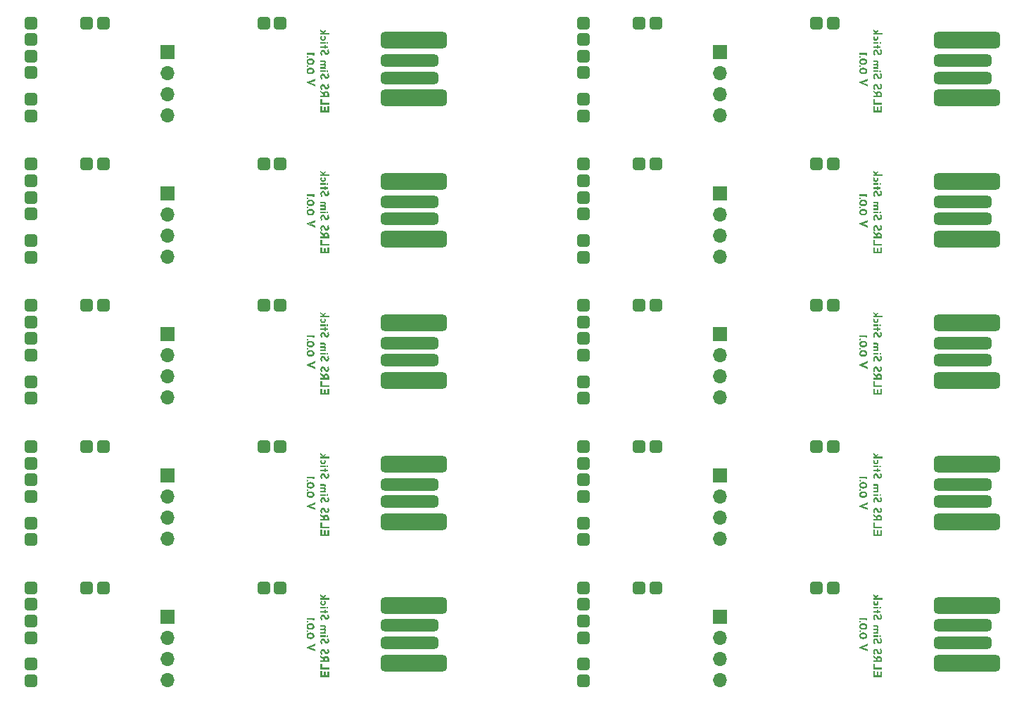
<source format=gbr>
%TF.GenerationSoftware,KiCad,Pcbnew,8.0.4*%
%TF.CreationDate,2024-10-06T23:42:51+02:00*%
%TF.ProjectId,elrs-sim-panel,656c7273-2d73-4696-9d2d-70616e656c2e,rev?*%
%TF.SameCoordinates,Original*%
%TF.FileFunction,Soldermask,Bot*%
%TF.FilePolarity,Negative*%
%FSLAX46Y46*%
G04 Gerber Fmt 4.6, Leading zero omitted, Abs format (unit mm)*
G04 Created by KiCad (PCBNEW 8.0.4) date 2024-10-06 23:42:51*
%MOMM*%
%LPD*%
G01*
G04 APERTURE LIST*
G04 Aperture macros list*
%AMRoundRect*
0 Rectangle with rounded corners*
0 $1 Rounding radius*
0 $2 $3 $4 $5 $6 $7 $8 $9 X,Y pos of 4 corners*
0 Add a 4 corners polygon primitive as box body*
4,1,4,$2,$3,$4,$5,$6,$7,$8,$9,$2,$3,0*
0 Add four circle primitives for the rounded corners*
1,1,$1+$1,$2,$3*
1,1,$1+$1,$4,$5*
1,1,$1+$1,$6,$7*
1,1,$1+$1,$8,$9*
0 Add four rect primitives between the rounded corners*
20,1,$1+$1,$2,$3,$4,$5,0*
20,1,$1+$1,$4,$5,$6,$7,0*
20,1,$1+$1,$6,$7,$8,$9,0*
20,1,$1+$1,$8,$9,$2,$3,0*%
G04 Aperture macros list end*
%ADD10C,0.200000*%
%ADD11RoundRect,0.500000X-3.500000X0.500000X-3.500000X-0.500000X3.500000X-0.500000X3.500000X0.500000X0*%
%ADD12RoundRect,0.500000X-3.000000X0.250000X-3.000000X-0.250000X3.000000X-0.250000X3.000000X0.250000X0*%
%ADD13R,1.700000X1.700000*%
%ADD14O,1.700000X1.700000*%
%ADD15RoundRect,0.387500X-0.387500X0.387500X-0.387500X-0.387500X0.387500X-0.387500X0.387500X0.387500X0*%
G04 APERTURE END LIST*
D10*
G36*
X122280460Y-88160606D02*
G01*
X122280460Y-87457919D01*
X122084333Y-87457919D01*
X122084333Y-87957640D01*
X121864515Y-87957640D01*
X121864515Y-87515317D01*
X121668632Y-87515317D01*
X121668632Y-87957640D01*
X121445882Y-87957640D01*
X121445882Y-87438380D01*
X121250000Y-87438380D01*
X121250000Y-88160606D01*
X122280460Y-88160606D01*
G37*
G36*
X122280460Y-87228575D02*
G01*
X122280460Y-87025610D01*
X121445882Y-87025610D01*
X121445882Y-86541276D01*
X121250000Y-86541276D01*
X121250000Y-87228575D01*
X122280460Y-87228575D01*
G37*
G36*
X121624561Y-85779359D02*
G01*
X121626057Y-85776430D01*
X121656339Y-85732832D01*
X121692323Y-85696929D01*
X121718915Y-85677053D01*
X121761436Y-85652850D01*
X121807117Y-85635379D01*
X121830748Y-85628905D01*
X121881947Y-85619473D01*
X121933147Y-85616328D01*
X121976797Y-85618434D01*
X122026684Y-85626728D01*
X122076762Y-85642951D01*
X122107490Y-85657804D01*
X122149290Y-85685865D01*
X122185938Y-85720864D01*
X122212280Y-85755178D01*
X122236518Y-85798487D01*
X122255792Y-85847626D01*
X122261573Y-85866822D01*
X122272655Y-85917684D01*
X122278509Y-85966967D01*
X122280460Y-86019573D01*
X122280460Y-86331716D01*
X121250000Y-86331716D01*
X121250000Y-86128750D01*
X121577529Y-86128750D01*
X121577529Y-85993599D01*
X121564051Y-85984647D01*
X121773656Y-85984647D01*
X121773656Y-86128750D01*
X122084333Y-86128750D01*
X122084333Y-85983181D01*
X122081757Y-85946304D01*
X122066015Y-85898429D01*
X122057698Y-85885416D01*
X122021318Y-85851534D01*
X122016333Y-85848741D01*
X121968806Y-85831262D01*
X121926308Y-85826377D01*
X121877948Y-85834193D01*
X121871506Y-85836242D01*
X121828122Y-85859350D01*
X121818155Y-85867675D01*
X121789043Y-85907710D01*
X121779081Y-85935254D01*
X121773656Y-85984647D01*
X121564051Y-85984647D01*
X121250000Y-85776063D01*
X121250000Y-85539392D01*
X121624561Y-85779359D01*
G37*
G36*
X122031088Y-84821318D02*
G01*
X122053688Y-84865740D01*
X122073128Y-84910711D01*
X122084333Y-84940997D01*
X122097933Y-84989161D01*
X122104825Y-85038234D01*
X122105338Y-85055058D01*
X122100944Y-85103845D01*
X122083473Y-85151274D01*
X122078715Y-85158617D01*
X122040419Y-85189229D01*
X121999092Y-85196475D01*
X121950690Y-85181712D01*
X121933879Y-85167899D01*
X121902098Y-85127819D01*
X121882833Y-85093649D01*
X121861461Y-85047182D01*
X121842288Y-84999127D01*
X121822590Y-84951653D01*
X121802233Y-84910222D01*
X121776404Y-84868335D01*
X121744836Y-84831088D01*
X121706367Y-84799641D01*
X121662540Y-84776482D01*
X121659351Y-84775156D01*
X121610290Y-84760797D01*
X121561243Y-84754890D01*
X121534298Y-84754151D01*
X121481696Y-84758942D01*
X121431690Y-84773315D01*
X121388485Y-84794695D01*
X121349034Y-84823733D01*
X121314640Y-84860164D01*
X121285302Y-84903989D01*
X121280041Y-84913642D01*
X121260088Y-84960622D01*
X121246665Y-85013359D01*
X121240215Y-85065069D01*
X121238764Y-85106838D01*
X121241055Y-85158763D01*
X121247284Y-85207733D01*
X121250732Y-85226761D01*
X121262512Y-85275852D01*
X121278403Y-85324298D01*
X121287124Y-85346440D01*
X121309186Y-85393422D01*
X121335682Y-85439115D01*
X121349406Y-85459769D01*
X121507676Y-85370132D01*
X121479735Y-85327181D01*
X121460781Y-85290997D01*
X121441792Y-85245445D01*
X121429274Y-85205023D01*
X121419893Y-85155894D01*
X121418039Y-85125156D01*
X121423003Y-85074770D01*
X121428541Y-85051639D01*
X121449908Y-85006595D01*
X121464200Y-84990090D01*
X121508142Y-84967830D01*
X121534298Y-84965421D01*
X121582231Y-84979853D01*
X121590230Y-84985693D01*
X121624248Y-85022153D01*
X121636392Y-85040404D01*
X121660453Y-85085627D01*
X121672784Y-85115142D01*
X121691138Y-85160437D01*
X121711853Y-85207019D01*
X121714794Y-85213328D01*
X121739312Y-85259155D01*
X121768446Y-85302300D01*
X121772679Y-85307850D01*
X121808614Y-85345416D01*
X121848739Y-85373894D01*
X121858164Y-85379169D01*
X121907438Y-85397868D01*
X121956668Y-85405562D01*
X121983705Y-85406524D01*
X122037262Y-85402636D01*
X122086192Y-85390972D01*
X122134670Y-85369162D01*
X122138799Y-85366712D01*
X122180876Y-85335307D01*
X122216429Y-85296166D01*
X122243091Y-85253872D01*
X122263871Y-85206187D01*
X122277972Y-85154114D01*
X122284953Y-85103496D01*
X122286078Y-85085833D01*
X122284663Y-85033580D01*
X122279584Y-84979358D01*
X122270810Y-84930998D01*
X122256524Y-84883600D01*
X122237109Y-84836631D01*
X122215499Y-84792810D01*
X122189194Y-84748244D01*
X122186671Y-84744381D01*
X122031088Y-84821318D01*
G37*
G36*
X122031088Y-83551255D02*
G01*
X122053688Y-83595677D01*
X122073128Y-83640648D01*
X122084333Y-83670934D01*
X122097933Y-83719098D01*
X122104825Y-83768172D01*
X122105338Y-83784996D01*
X122100944Y-83833783D01*
X122083473Y-83881211D01*
X122078715Y-83888555D01*
X122040419Y-83919166D01*
X121999092Y-83926412D01*
X121950690Y-83911650D01*
X121933879Y-83897836D01*
X121902098Y-83857756D01*
X121882833Y-83823586D01*
X121861461Y-83777119D01*
X121842288Y-83729064D01*
X121822590Y-83681590D01*
X121802233Y-83640160D01*
X121776404Y-83598272D01*
X121744836Y-83561025D01*
X121706367Y-83529579D01*
X121662540Y-83506420D01*
X121659351Y-83505093D01*
X121610290Y-83490734D01*
X121561243Y-83484827D01*
X121534298Y-83484088D01*
X121481696Y-83488879D01*
X121431690Y-83503252D01*
X121388485Y-83524633D01*
X121349034Y-83553670D01*
X121314640Y-83590101D01*
X121285302Y-83633927D01*
X121280041Y-83643579D01*
X121260088Y-83690559D01*
X121246665Y-83743296D01*
X121240215Y-83795007D01*
X121238764Y-83836775D01*
X121241055Y-83888700D01*
X121247284Y-83937670D01*
X121250732Y-83956698D01*
X121262512Y-84005789D01*
X121278403Y-84054235D01*
X121287124Y-84076377D01*
X121309186Y-84123360D01*
X121335682Y-84169052D01*
X121349406Y-84189706D01*
X121507676Y-84100069D01*
X121479735Y-84057118D01*
X121460781Y-84020934D01*
X121441792Y-83975382D01*
X121429274Y-83934961D01*
X121419893Y-83885831D01*
X121418039Y-83855093D01*
X121423003Y-83804708D01*
X121428541Y-83781576D01*
X121449908Y-83736532D01*
X121464200Y-83720027D01*
X121508142Y-83697767D01*
X121534298Y-83695358D01*
X121582231Y-83709790D01*
X121590230Y-83715631D01*
X121624248Y-83752090D01*
X121636392Y-83770341D01*
X121660453Y-83815564D01*
X121672784Y-83845079D01*
X121691138Y-83890374D01*
X121711853Y-83936957D01*
X121714794Y-83943265D01*
X121739312Y-83989093D01*
X121768446Y-84032237D01*
X121772679Y-84037787D01*
X121808614Y-84075354D01*
X121848739Y-84103831D01*
X121858164Y-84109106D01*
X121907438Y-84127806D01*
X121956668Y-84135499D01*
X121983705Y-84136461D01*
X122037262Y-84132573D01*
X122086192Y-84120910D01*
X122134670Y-84099099D01*
X122138799Y-84096649D01*
X122180876Y-84065244D01*
X122216429Y-84026103D01*
X122243091Y-83983809D01*
X122263871Y-83936125D01*
X122277972Y-83884051D01*
X122284953Y-83833433D01*
X122286078Y-83815770D01*
X122284663Y-83763517D01*
X122279584Y-83709296D01*
X122270810Y-83660935D01*
X122256524Y-83613537D01*
X122237109Y-83566568D01*
X122215499Y-83522747D01*
X122189194Y-83478181D01*
X122186671Y-83474319D01*
X122031088Y-83551255D01*
G37*
G36*
X121861828Y-83317759D02*
G01*
X121861828Y-83121876D01*
X121250000Y-83121876D01*
X121250000Y-83317759D01*
X121861828Y-83317759D01*
G37*
G36*
X122075540Y-83322155D02*
G01*
X122123778Y-83308798D01*
X122146859Y-83287961D01*
X122170997Y-83243005D01*
X122174947Y-83214200D01*
X122162851Y-83165539D01*
X122146859Y-83142148D01*
X122105949Y-83113812D01*
X122075540Y-83109176D01*
X122027493Y-83122056D01*
X122004710Y-83142148D01*
X121981411Y-83185750D01*
X121977599Y-83214200D01*
X121989275Y-83263708D01*
X122004710Y-83287961D01*
X122045201Y-83317347D01*
X122075540Y-83322155D01*
G37*
G36*
X121861828Y-82742323D02*
G01*
X121754117Y-82726936D01*
X121762421Y-82729866D01*
X121804736Y-82700031D01*
X121839357Y-82665112D01*
X121858164Y-82639008D01*
X121879150Y-82594815D01*
X121890450Y-82544303D01*
X121892602Y-82507117D01*
X121888604Y-82457036D01*
X121878436Y-82418457D01*
X121855787Y-82374894D01*
X121837159Y-82353244D01*
X121794529Y-82325560D01*
X121766573Y-82316852D01*
X121765108Y-82323691D01*
X121804996Y-82292115D01*
X121838564Y-82256005D01*
X121857431Y-82229413D01*
X121880203Y-82183599D01*
X121891744Y-82132549D01*
X121892602Y-82113886D01*
X121887617Y-82060596D01*
X121870618Y-82010407D01*
X121841556Y-81969050D01*
X121802882Y-81938145D01*
X121757051Y-81919651D01*
X121709176Y-81913607D01*
X121250000Y-81913607D01*
X121250000Y-82108268D01*
X121628087Y-82108268D01*
X121676909Y-82114681D01*
X121694521Y-82120725D01*
X121722064Y-82162826D01*
X121723098Y-82172504D01*
X121712665Y-82221448D01*
X121690125Y-82253104D01*
X121650181Y-82283382D01*
X121606350Y-82302197D01*
X121557688Y-82313768D01*
X121507417Y-82318254D01*
X121500593Y-82318317D01*
X121250000Y-82318317D01*
X121250000Y-82514200D01*
X121628087Y-82514200D01*
X121676909Y-82521872D01*
X121694521Y-82529099D01*
X121721692Y-82570830D01*
X121723098Y-82582832D01*
X121711474Y-82632483D01*
X121690125Y-82660501D01*
X121650319Y-82689635D01*
X121606838Y-82708129D01*
X121559025Y-82719699D01*
X121509924Y-82724186D01*
X121503279Y-82724249D01*
X121250000Y-82724249D01*
X121250000Y-82920132D01*
X121861828Y-82920132D01*
X121861828Y-82742323D01*
G37*
G36*
X122031088Y-80676028D02*
G01*
X122053688Y-80720450D01*
X122073128Y-80765421D01*
X122084333Y-80795707D01*
X122097933Y-80843871D01*
X122104825Y-80892945D01*
X122105338Y-80909769D01*
X122100944Y-80958556D01*
X122083473Y-81005985D01*
X122078715Y-81013328D01*
X122040419Y-81043939D01*
X121999092Y-81051185D01*
X121950690Y-81036423D01*
X121933879Y-81022609D01*
X121902098Y-80982529D01*
X121882833Y-80948359D01*
X121861461Y-80901892D01*
X121842288Y-80853837D01*
X121822590Y-80806363D01*
X121802233Y-80764933D01*
X121776404Y-80723045D01*
X121744836Y-80685798D01*
X121706367Y-80654352D01*
X121662540Y-80631193D01*
X121659351Y-80629866D01*
X121610290Y-80615508D01*
X121561243Y-80609600D01*
X121534298Y-80608862D01*
X121481696Y-80613652D01*
X121431690Y-80628025D01*
X121388485Y-80649406D01*
X121349034Y-80678443D01*
X121314640Y-80714874D01*
X121285302Y-80758700D01*
X121280041Y-80768352D01*
X121260088Y-80815332D01*
X121246665Y-80868069D01*
X121240215Y-80919780D01*
X121238764Y-80961548D01*
X121241055Y-81013474D01*
X121247284Y-81062444D01*
X121250732Y-81081471D01*
X121262512Y-81130562D01*
X121278403Y-81179008D01*
X121287124Y-81201150D01*
X121309186Y-81248133D01*
X121335682Y-81293825D01*
X121349406Y-81314479D01*
X121507676Y-81224842D01*
X121479735Y-81181892D01*
X121460781Y-81145707D01*
X121441792Y-81100156D01*
X121429274Y-81059734D01*
X121419893Y-81010604D01*
X121418039Y-80979866D01*
X121423003Y-80929481D01*
X121428541Y-80906349D01*
X121449908Y-80861306D01*
X121464200Y-80844800D01*
X121508142Y-80822541D01*
X121534298Y-80820132D01*
X121582231Y-80834564D01*
X121590230Y-80840404D01*
X121624248Y-80876863D01*
X121636392Y-80895114D01*
X121660453Y-80940337D01*
X121672784Y-80969852D01*
X121691138Y-81015147D01*
X121711853Y-81061730D01*
X121714794Y-81068038D01*
X121739312Y-81113866D01*
X121768446Y-81157010D01*
X121772679Y-81162560D01*
X121808614Y-81200127D01*
X121848739Y-81228604D01*
X121858164Y-81233879D01*
X121907438Y-81252579D01*
X121956668Y-81260272D01*
X121983705Y-81261234D01*
X122037262Y-81257346D01*
X122086192Y-81245683D01*
X122134670Y-81223872D01*
X122138799Y-81221423D01*
X122180876Y-81190017D01*
X122216429Y-81150877D01*
X122243091Y-81108582D01*
X122263871Y-81060898D01*
X122277972Y-81008824D01*
X122284953Y-80958206D01*
X122286078Y-80940543D01*
X122284663Y-80888291D01*
X122279584Y-80834069D01*
X122270810Y-80785709D01*
X122256524Y-80738310D01*
X122237109Y-80691341D01*
X122215499Y-80647521D01*
X122189194Y-80602954D01*
X122186671Y-80599092D01*
X122031088Y-80676028D01*
G37*
G36*
X122130495Y-80385135D02*
G01*
X122130495Y-80189252D01*
X121864515Y-80189252D01*
X121864515Y-80040753D01*
X121712107Y-80040753D01*
X121712107Y-80189252D01*
X121250000Y-80189252D01*
X121250000Y-80385135D01*
X121712107Y-80385135D01*
X121712107Y-80480390D01*
X121864515Y-80480390D01*
X121864515Y-80385135D01*
X122130495Y-80385135D01*
G37*
G36*
X121861828Y-79891520D02*
G01*
X121861828Y-79695638D01*
X121250000Y-79695638D01*
X121250000Y-79891520D01*
X121861828Y-79891520D01*
G37*
G36*
X122075540Y-79895917D02*
G01*
X122123778Y-79882560D01*
X122146859Y-79861723D01*
X122170997Y-79816767D01*
X122174947Y-79787961D01*
X122162851Y-79739300D01*
X122146859Y-79715910D01*
X122105949Y-79687574D01*
X122075540Y-79682937D01*
X122027493Y-79695817D01*
X122004710Y-79715910D01*
X121981411Y-79759511D01*
X121977599Y-79787961D01*
X121989275Y-79837469D01*
X122004710Y-79861723D01*
X122045201Y-79891108D01*
X122075540Y-79895917D01*
G37*
G36*
X121304710Y-78974633D02*
G01*
X121277222Y-79017151D01*
X121256505Y-79064969D01*
X121252686Y-79076238D01*
X121240035Y-79125288D01*
X121233624Y-79177301D01*
X121233147Y-79195672D01*
X121235543Y-79246490D01*
X121243969Y-79299609D01*
X121258461Y-79348440D01*
X121271493Y-79378610D01*
X121298880Y-79423743D01*
X121332802Y-79462054D01*
X121373259Y-79493543D01*
X121382135Y-79499022D01*
X121430230Y-79521433D01*
X121478491Y-79534506D01*
X121531466Y-79540856D01*
X121556524Y-79541520D01*
X121605800Y-79538635D01*
X121656711Y-79528492D01*
X121702830Y-79511046D01*
X121730914Y-79495358D01*
X121772607Y-79463717D01*
X121807621Y-79426493D01*
X121835957Y-79383689D01*
X121840823Y-79374458D01*
X121860787Y-79326831D01*
X121873357Y-79277677D01*
X121878533Y-79226997D01*
X121878681Y-79216677D01*
X121876486Y-79167204D01*
X121869003Y-79117687D01*
X121856210Y-79073307D01*
X121835655Y-79026638D01*
X121808380Y-78982960D01*
X121797348Y-78969015D01*
X121671318Y-79064270D01*
X121697806Y-79107849D01*
X121702826Y-79118247D01*
X121716679Y-79165665D01*
X121718946Y-79198603D01*
X121709900Y-79248873D01*
X121697941Y-79272853D01*
X121663745Y-79310881D01*
X121640544Y-79326098D01*
X121593367Y-79342413D01*
X121556524Y-79345638D01*
X121505858Y-79338233D01*
X121473970Y-79324633D01*
X121434697Y-79294006D01*
X121414375Y-79266503D01*
X121396996Y-79220564D01*
X121392882Y-79179064D01*
X121398847Y-79129899D01*
X121401919Y-79119469D01*
X121425732Y-79075047D01*
X121427808Y-79072574D01*
X121304710Y-78974633D01*
G37*
G36*
X121250000Y-78823691D02*
G01*
X122354710Y-78823691D01*
X122354710Y-78627808D01*
X121250000Y-78627808D01*
X121250000Y-78823691D01*
G37*
G36*
X121665701Y-78472469D02*
G01*
X121250000Y-78195254D01*
X121250000Y-78423377D01*
X121553838Y-78601185D01*
X121665701Y-78472469D01*
G37*
G36*
X121419504Y-78686670D02*
G01*
X121605617Y-78706210D01*
X121877215Y-78336670D01*
X121772191Y-78217480D01*
X121419504Y-78686670D01*
G37*
G36*
X120600460Y-84813991D02*
G01*
X119858450Y-84513084D01*
X119882142Y-84630564D01*
X120600460Y-84357745D01*
X120600460Y-84116922D01*
X119522372Y-84587333D01*
X120600460Y-85057745D01*
X120600460Y-84813991D01*
G37*
G36*
X120090118Y-82789713D02*
G01*
X120144909Y-82795003D01*
X120195761Y-82804139D01*
X120248262Y-82819015D01*
X120264661Y-82824989D01*
X120310613Y-82845359D01*
X120355960Y-82872297D01*
X120395296Y-82903767D01*
X120428670Y-82939020D01*
X120458548Y-82981656D01*
X120481270Y-83028331D01*
X120497261Y-83077956D01*
X120506615Y-83129774D01*
X120509357Y-83178785D01*
X120509335Y-83184024D01*
X120506616Y-83235076D01*
X120499365Y-83283696D01*
X120486154Y-83334368D01*
X120468704Y-83377105D01*
X120442347Y-83419874D01*
X120408485Y-83458199D01*
X120397957Y-83467841D01*
X120358306Y-83497035D01*
X120311642Y-83521698D01*
X120263649Y-83540020D01*
X120252181Y-83543569D01*
X120202875Y-83555476D01*
X120148073Y-83563719D01*
X120095613Y-83567927D01*
X120038946Y-83569329D01*
X119987773Y-83567857D01*
X119932983Y-83562567D01*
X119882131Y-83553431D01*
X119829630Y-83538555D01*
X119813231Y-83532583D01*
X119767279Y-83512245D01*
X119721932Y-83485388D01*
X119682595Y-83454047D01*
X119649327Y-83418689D01*
X119619453Y-83376048D01*
X119596622Y-83329483D01*
X119580631Y-83279719D01*
X119571277Y-83227819D01*
X119568616Y-83180250D01*
X119763196Y-83180250D01*
X119763776Y-83196950D01*
X119773673Y-83244900D01*
X119800321Y-83288206D01*
X119810006Y-83297605D01*
X119853533Y-83326260D01*
X119900460Y-83342672D01*
X119937007Y-83350110D01*
X119989162Y-83356241D01*
X120040411Y-83358059D01*
X120077918Y-83357097D01*
X120130571Y-83352048D01*
X120178897Y-83342672D01*
X120190260Y-83339578D01*
X120237384Y-83319636D01*
X120277083Y-83288206D01*
X120285612Y-83277917D01*
X120307469Y-83231177D01*
X120313475Y-83180250D01*
X120312914Y-83163211D01*
X120303342Y-83114526D01*
X120277571Y-83071074D01*
X120270668Y-83063905D01*
X120229649Y-83034177D01*
X120181584Y-83015631D01*
X120146453Y-83007838D01*
X120095466Y-83001415D01*
X120044563Y-82999511D01*
X120001563Y-83000786D01*
X119951999Y-83005807D01*
X119901681Y-83015631D01*
X119886046Y-83020023D01*
X119841082Y-83039307D01*
X119800321Y-83071074D01*
X119791619Y-83081328D01*
X119769323Y-83128415D01*
X119763196Y-83180250D01*
X119568616Y-83180250D01*
X119568534Y-83178785D01*
X119571134Y-83129846D01*
X119579999Y-83078272D01*
X119595157Y-83029064D01*
X119614729Y-82986779D01*
X119643036Y-82943793D01*
X119678443Y-82904500D01*
X119689358Y-82894452D01*
X119729925Y-82863998D01*
X119776932Y-82838219D01*
X119824745Y-82819015D01*
X119836086Y-82815289D01*
X119884179Y-82802786D01*
X119936638Y-82794131D01*
X119986120Y-82789713D01*
X120038946Y-82788241D01*
X120090118Y-82789713D01*
G37*
G36*
X119670872Y-82718143D02*
G01*
X119719472Y-82705835D01*
X119743412Y-82686635D01*
X119768809Y-82644771D01*
X119772965Y-82617271D01*
X119757698Y-82568830D01*
X119743412Y-82550836D01*
X119701337Y-82523760D01*
X119670872Y-82519329D01*
X119622685Y-82530437D01*
X119597355Y-82550836D01*
X119573232Y-82593662D01*
X119570000Y-82617271D01*
X119582929Y-82666323D01*
X119597355Y-82686635D01*
X119638895Y-82713712D01*
X119670872Y-82718143D01*
G37*
G36*
X120090118Y-81670104D02*
G01*
X120144909Y-81675393D01*
X120195761Y-81684530D01*
X120248262Y-81699406D01*
X120264661Y-81705380D01*
X120310613Y-81725750D01*
X120355960Y-81752688D01*
X120395296Y-81784158D01*
X120428670Y-81819411D01*
X120458548Y-81862046D01*
X120481270Y-81908722D01*
X120497261Y-81958347D01*
X120506615Y-82010165D01*
X120509357Y-82059176D01*
X120509335Y-82064415D01*
X120506616Y-82115467D01*
X120499365Y-82164087D01*
X120486154Y-82214758D01*
X120468704Y-82257496D01*
X120442347Y-82300265D01*
X120408485Y-82338589D01*
X120397957Y-82348232D01*
X120358306Y-82377426D01*
X120311642Y-82402089D01*
X120263649Y-82420411D01*
X120252181Y-82423960D01*
X120202875Y-82435867D01*
X120148073Y-82444110D01*
X120095613Y-82448317D01*
X120038946Y-82449720D01*
X119987773Y-82448247D01*
X119932983Y-82442958D01*
X119882131Y-82433822D01*
X119829630Y-82418945D01*
X119813231Y-82412973D01*
X119767279Y-82392636D01*
X119721932Y-82365779D01*
X119682595Y-82334437D01*
X119649327Y-82299079D01*
X119619453Y-82256439D01*
X119596622Y-82209873D01*
X119580631Y-82160110D01*
X119571277Y-82108210D01*
X119568616Y-82060641D01*
X119763196Y-82060641D01*
X119763776Y-82077341D01*
X119773673Y-82125291D01*
X119800321Y-82168596D01*
X119810006Y-82177996D01*
X119853533Y-82206650D01*
X119900460Y-82223063D01*
X119937007Y-82230501D01*
X119989162Y-82236632D01*
X120040411Y-82238450D01*
X120077918Y-82237488D01*
X120130571Y-82232439D01*
X120178897Y-82223063D01*
X120190260Y-82219969D01*
X120237384Y-82200027D01*
X120277083Y-82168596D01*
X120285612Y-82158308D01*
X120307469Y-82111568D01*
X120313475Y-82060641D01*
X120312914Y-82043601D01*
X120303342Y-81994917D01*
X120277571Y-81951465D01*
X120270668Y-81944295D01*
X120229649Y-81914568D01*
X120181584Y-81896021D01*
X120146453Y-81888229D01*
X120095466Y-81881806D01*
X120044563Y-81879901D01*
X120001563Y-81881176D01*
X119951999Y-81886198D01*
X119901681Y-81896021D01*
X119886046Y-81900414D01*
X119841082Y-81919697D01*
X119800321Y-81951465D01*
X119791619Y-81961719D01*
X119769323Y-82008806D01*
X119763196Y-82060641D01*
X119568616Y-82060641D01*
X119568534Y-82059176D01*
X119571134Y-82010236D01*
X119579999Y-81958662D01*
X119595157Y-81909455D01*
X119614729Y-81867170D01*
X119643036Y-81824183D01*
X119678443Y-81784891D01*
X119689358Y-81774843D01*
X119729925Y-81744389D01*
X119776932Y-81718610D01*
X119824745Y-81699406D01*
X119836086Y-81695679D01*
X119884179Y-81683177D01*
X119936638Y-81674522D01*
X119986120Y-81670104D01*
X120038946Y-81668631D01*
X120090118Y-81670104D01*
G37*
G36*
X119670872Y-81598534D02*
G01*
X119719472Y-81586226D01*
X119743412Y-81567026D01*
X119768809Y-81525162D01*
X119772965Y-81497661D01*
X119757698Y-81449221D01*
X119743412Y-81431227D01*
X119701337Y-81404151D01*
X119670872Y-81399720D01*
X119622685Y-81410828D01*
X119597355Y-81431227D01*
X119573232Y-81474053D01*
X119570000Y-81497661D01*
X119582929Y-81546714D01*
X119597355Y-81567026D01*
X119638895Y-81594103D01*
X119670872Y-81598534D01*
G37*
G36*
X120498122Y-81309106D02*
G01*
X120498122Y-81030669D01*
X119570000Y-81030669D01*
X119570000Y-81235100D01*
X120302240Y-81235100D01*
X120302240Y-81309106D01*
X120498122Y-81309106D01*
G37*
G36*
X55780460Y-88160606D02*
G01*
X55780460Y-87457919D01*
X55584333Y-87457919D01*
X55584333Y-87957640D01*
X55364515Y-87957640D01*
X55364515Y-87515317D01*
X55168632Y-87515317D01*
X55168632Y-87957640D01*
X54945882Y-87957640D01*
X54945882Y-87438380D01*
X54750000Y-87438380D01*
X54750000Y-88160606D01*
X55780460Y-88160606D01*
G37*
G36*
X55780460Y-87228575D02*
G01*
X55780460Y-87025610D01*
X54945882Y-87025610D01*
X54945882Y-86541276D01*
X54750000Y-86541276D01*
X54750000Y-87228575D01*
X55780460Y-87228575D01*
G37*
G36*
X55124561Y-85779359D02*
G01*
X55126057Y-85776430D01*
X55156339Y-85732832D01*
X55192323Y-85696929D01*
X55218915Y-85677053D01*
X55261436Y-85652850D01*
X55307117Y-85635379D01*
X55330748Y-85628905D01*
X55381947Y-85619473D01*
X55433147Y-85616328D01*
X55476797Y-85618434D01*
X55526684Y-85626728D01*
X55576762Y-85642951D01*
X55607490Y-85657804D01*
X55649290Y-85685865D01*
X55685938Y-85720864D01*
X55712280Y-85755178D01*
X55736518Y-85798487D01*
X55755792Y-85847626D01*
X55761573Y-85866822D01*
X55772655Y-85917684D01*
X55778509Y-85966967D01*
X55780460Y-86019573D01*
X55780460Y-86331716D01*
X54750000Y-86331716D01*
X54750000Y-86128750D01*
X55077529Y-86128750D01*
X55077529Y-85993599D01*
X55064051Y-85984647D01*
X55273656Y-85984647D01*
X55273656Y-86128750D01*
X55584333Y-86128750D01*
X55584333Y-85983181D01*
X55581757Y-85946304D01*
X55566015Y-85898429D01*
X55557698Y-85885416D01*
X55521318Y-85851534D01*
X55516333Y-85848741D01*
X55468806Y-85831262D01*
X55426308Y-85826377D01*
X55377948Y-85834193D01*
X55371506Y-85836242D01*
X55328122Y-85859350D01*
X55318155Y-85867675D01*
X55289043Y-85907710D01*
X55279081Y-85935254D01*
X55273656Y-85984647D01*
X55064051Y-85984647D01*
X54750000Y-85776063D01*
X54750000Y-85539392D01*
X55124561Y-85779359D01*
G37*
G36*
X55531088Y-84821318D02*
G01*
X55553688Y-84865740D01*
X55573128Y-84910711D01*
X55584333Y-84940997D01*
X55597933Y-84989161D01*
X55604825Y-85038234D01*
X55605338Y-85055058D01*
X55600944Y-85103845D01*
X55583473Y-85151274D01*
X55578715Y-85158617D01*
X55540419Y-85189229D01*
X55499092Y-85196475D01*
X55450690Y-85181712D01*
X55433879Y-85167899D01*
X55402098Y-85127819D01*
X55382833Y-85093649D01*
X55361461Y-85047182D01*
X55342288Y-84999127D01*
X55322590Y-84951653D01*
X55302233Y-84910222D01*
X55276404Y-84868335D01*
X55244836Y-84831088D01*
X55206367Y-84799641D01*
X55162540Y-84776482D01*
X55159351Y-84775156D01*
X55110290Y-84760797D01*
X55061243Y-84754890D01*
X55034298Y-84754151D01*
X54981696Y-84758942D01*
X54931690Y-84773315D01*
X54888485Y-84794695D01*
X54849034Y-84823733D01*
X54814640Y-84860164D01*
X54785302Y-84903989D01*
X54780041Y-84913642D01*
X54760088Y-84960622D01*
X54746665Y-85013359D01*
X54740215Y-85065069D01*
X54738764Y-85106838D01*
X54741055Y-85158763D01*
X54747284Y-85207733D01*
X54750732Y-85226761D01*
X54762512Y-85275852D01*
X54778403Y-85324298D01*
X54787124Y-85346440D01*
X54809186Y-85393422D01*
X54835682Y-85439115D01*
X54849406Y-85459769D01*
X55007676Y-85370132D01*
X54979735Y-85327181D01*
X54960781Y-85290997D01*
X54941792Y-85245445D01*
X54929274Y-85205023D01*
X54919893Y-85155894D01*
X54918039Y-85125156D01*
X54923003Y-85074770D01*
X54928541Y-85051639D01*
X54949908Y-85006595D01*
X54964200Y-84990090D01*
X55008142Y-84967830D01*
X55034298Y-84965421D01*
X55082231Y-84979853D01*
X55090230Y-84985693D01*
X55124248Y-85022153D01*
X55136392Y-85040404D01*
X55160453Y-85085627D01*
X55172784Y-85115142D01*
X55191138Y-85160437D01*
X55211853Y-85207019D01*
X55214794Y-85213328D01*
X55239312Y-85259155D01*
X55268446Y-85302300D01*
X55272679Y-85307850D01*
X55308614Y-85345416D01*
X55348739Y-85373894D01*
X55358164Y-85379169D01*
X55407438Y-85397868D01*
X55456668Y-85405562D01*
X55483705Y-85406524D01*
X55537262Y-85402636D01*
X55586192Y-85390972D01*
X55634670Y-85369162D01*
X55638799Y-85366712D01*
X55680876Y-85335307D01*
X55716429Y-85296166D01*
X55743091Y-85253872D01*
X55763871Y-85206187D01*
X55777972Y-85154114D01*
X55784953Y-85103496D01*
X55786078Y-85085833D01*
X55784663Y-85033580D01*
X55779584Y-84979358D01*
X55770810Y-84930998D01*
X55756524Y-84883600D01*
X55737109Y-84836631D01*
X55715499Y-84792810D01*
X55689194Y-84748244D01*
X55686671Y-84744381D01*
X55531088Y-84821318D01*
G37*
G36*
X55531088Y-83551255D02*
G01*
X55553688Y-83595677D01*
X55573128Y-83640648D01*
X55584333Y-83670934D01*
X55597933Y-83719098D01*
X55604825Y-83768172D01*
X55605338Y-83784996D01*
X55600944Y-83833783D01*
X55583473Y-83881211D01*
X55578715Y-83888555D01*
X55540419Y-83919166D01*
X55499092Y-83926412D01*
X55450690Y-83911650D01*
X55433879Y-83897836D01*
X55402098Y-83857756D01*
X55382833Y-83823586D01*
X55361461Y-83777119D01*
X55342288Y-83729064D01*
X55322590Y-83681590D01*
X55302233Y-83640160D01*
X55276404Y-83598272D01*
X55244836Y-83561025D01*
X55206367Y-83529579D01*
X55162540Y-83506420D01*
X55159351Y-83505093D01*
X55110290Y-83490734D01*
X55061243Y-83484827D01*
X55034298Y-83484088D01*
X54981696Y-83488879D01*
X54931690Y-83503252D01*
X54888485Y-83524633D01*
X54849034Y-83553670D01*
X54814640Y-83590101D01*
X54785302Y-83633927D01*
X54780041Y-83643579D01*
X54760088Y-83690559D01*
X54746665Y-83743296D01*
X54740215Y-83795007D01*
X54738764Y-83836775D01*
X54741055Y-83888700D01*
X54747284Y-83937670D01*
X54750732Y-83956698D01*
X54762512Y-84005789D01*
X54778403Y-84054235D01*
X54787124Y-84076377D01*
X54809186Y-84123360D01*
X54835682Y-84169052D01*
X54849406Y-84189706D01*
X55007676Y-84100069D01*
X54979735Y-84057118D01*
X54960781Y-84020934D01*
X54941792Y-83975382D01*
X54929274Y-83934961D01*
X54919893Y-83885831D01*
X54918039Y-83855093D01*
X54923003Y-83804708D01*
X54928541Y-83781576D01*
X54949908Y-83736532D01*
X54964200Y-83720027D01*
X55008142Y-83697767D01*
X55034298Y-83695358D01*
X55082231Y-83709790D01*
X55090230Y-83715631D01*
X55124248Y-83752090D01*
X55136392Y-83770341D01*
X55160453Y-83815564D01*
X55172784Y-83845079D01*
X55191138Y-83890374D01*
X55211853Y-83936957D01*
X55214794Y-83943265D01*
X55239312Y-83989093D01*
X55268446Y-84032237D01*
X55272679Y-84037787D01*
X55308614Y-84075354D01*
X55348739Y-84103831D01*
X55358164Y-84109106D01*
X55407438Y-84127806D01*
X55456668Y-84135499D01*
X55483705Y-84136461D01*
X55537262Y-84132573D01*
X55586192Y-84120910D01*
X55634670Y-84099099D01*
X55638799Y-84096649D01*
X55680876Y-84065244D01*
X55716429Y-84026103D01*
X55743091Y-83983809D01*
X55763871Y-83936125D01*
X55777972Y-83884051D01*
X55784953Y-83833433D01*
X55786078Y-83815770D01*
X55784663Y-83763517D01*
X55779584Y-83709296D01*
X55770810Y-83660935D01*
X55756524Y-83613537D01*
X55737109Y-83566568D01*
X55715499Y-83522747D01*
X55689194Y-83478181D01*
X55686671Y-83474319D01*
X55531088Y-83551255D01*
G37*
G36*
X55361828Y-83317759D02*
G01*
X55361828Y-83121876D01*
X54750000Y-83121876D01*
X54750000Y-83317759D01*
X55361828Y-83317759D01*
G37*
G36*
X55575540Y-83322155D02*
G01*
X55623778Y-83308798D01*
X55646859Y-83287961D01*
X55670997Y-83243005D01*
X55674947Y-83214200D01*
X55662851Y-83165539D01*
X55646859Y-83142148D01*
X55605949Y-83113812D01*
X55575540Y-83109176D01*
X55527493Y-83122056D01*
X55504710Y-83142148D01*
X55481411Y-83185750D01*
X55477599Y-83214200D01*
X55489275Y-83263708D01*
X55504710Y-83287961D01*
X55545201Y-83317347D01*
X55575540Y-83322155D01*
G37*
G36*
X55361828Y-82742323D02*
G01*
X55254117Y-82726936D01*
X55262421Y-82729866D01*
X55304736Y-82700031D01*
X55339357Y-82665112D01*
X55358164Y-82639008D01*
X55379150Y-82594815D01*
X55390450Y-82544303D01*
X55392602Y-82507117D01*
X55388604Y-82457036D01*
X55378436Y-82418457D01*
X55355787Y-82374894D01*
X55337159Y-82353244D01*
X55294529Y-82325560D01*
X55266573Y-82316852D01*
X55265108Y-82323691D01*
X55304996Y-82292115D01*
X55338564Y-82256005D01*
X55357431Y-82229413D01*
X55380203Y-82183599D01*
X55391744Y-82132549D01*
X55392602Y-82113886D01*
X55387617Y-82060596D01*
X55370618Y-82010407D01*
X55341556Y-81969050D01*
X55302882Y-81938145D01*
X55257051Y-81919651D01*
X55209176Y-81913607D01*
X54750000Y-81913607D01*
X54750000Y-82108268D01*
X55128087Y-82108268D01*
X55176909Y-82114681D01*
X55194521Y-82120725D01*
X55222064Y-82162826D01*
X55223098Y-82172504D01*
X55212665Y-82221448D01*
X55190125Y-82253104D01*
X55150181Y-82283382D01*
X55106350Y-82302197D01*
X55057688Y-82313768D01*
X55007417Y-82318254D01*
X55000593Y-82318317D01*
X54750000Y-82318317D01*
X54750000Y-82514200D01*
X55128087Y-82514200D01*
X55176909Y-82521872D01*
X55194521Y-82529099D01*
X55221692Y-82570830D01*
X55223098Y-82582832D01*
X55211474Y-82632483D01*
X55190125Y-82660501D01*
X55150319Y-82689635D01*
X55106838Y-82708129D01*
X55059025Y-82719699D01*
X55009924Y-82724186D01*
X55003279Y-82724249D01*
X54750000Y-82724249D01*
X54750000Y-82920132D01*
X55361828Y-82920132D01*
X55361828Y-82742323D01*
G37*
G36*
X55531088Y-80676028D02*
G01*
X55553688Y-80720450D01*
X55573128Y-80765421D01*
X55584333Y-80795707D01*
X55597933Y-80843871D01*
X55604825Y-80892945D01*
X55605338Y-80909769D01*
X55600944Y-80958556D01*
X55583473Y-81005985D01*
X55578715Y-81013328D01*
X55540419Y-81043939D01*
X55499092Y-81051185D01*
X55450690Y-81036423D01*
X55433879Y-81022609D01*
X55402098Y-80982529D01*
X55382833Y-80948359D01*
X55361461Y-80901892D01*
X55342288Y-80853837D01*
X55322590Y-80806363D01*
X55302233Y-80764933D01*
X55276404Y-80723045D01*
X55244836Y-80685798D01*
X55206367Y-80654352D01*
X55162540Y-80631193D01*
X55159351Y-80629866D01*
X55110290Y-80615508D01*
X55061243Y-80609600D01*
X55034298Y-80608862D01*
X54981696Y-80613652D01*
X54931690Y-80628025D01*
X54888485Y-80649406D01*
X54849034Y-80678443D01*
X54814640Y-80714874D01*
X54785302Y-80758700D01*
X54780041Y-80768352D01*
X54760088Y-80815332D01*
X54746665Y-80868069D01*
X54740215Y-80919780D01*
X54738764Y-80961548D01*
X54741055Y-81013474D01*
X54747284Y-81062444D01*
X54750732Y-81081471D01*
X54762512Y-81130562D01*
X54778403Y-81179008D01*
X54787124Y-81201150D01*
X54809186Y-81248133D01*
X54835682Y-81293825D01*
X54849406Y-81314479D01*
X55007676Y-81224842D01*
X54979735Y-81181892D01*
X54960781Y-81145707D01*
X54941792Y-81100156D01*
X54929274Y-81059734D01*
X54919893Y-81010604D01*
X54918039Y-80979866D01*
X54923003Y-80929481D01*
X54928541Y-80906349D01*
X54949908Y-80861306D01*
X54964200Y-80844800D01*
X55008142Y-80822541D01*
X55034298Y-80820132D01*
X55082231Y-80834564D01*
X55090230Y-80840404D01*
X55124248Y-80876863D01*
X55136392Y-80895114D01*
X55160453Y-80940337D01*
X55172784Y-80969852D01*
X55191138Y-81015147D01*
X55211853Y-81061730D01*
X55214794Y-81068038D01*
X55239312Y-81113866D01*
X55268446Y-81157010D01*
X55272679Y-81162560D01*
X55308614Y-81200127D01*
X55348739Y-81228604D01*
X55358164Y-81233879D01*
X55407438Y-81252579D01*
X55456668Y-81260272D01*
X55483705Y-81261234D01*
X55537262Y-81257346D01*
X55586192Y-81245683D01*
X55634670Y-81223872D01*
X55638799Y-81221423D01*
X55680876Y-81190017D01*
X55716429Y-81150877D01*
X55743091Y-81108582D01*
X55763871Y-81060898D01*
X55777972Y-81008824D01*
X55784953Y-80958206D01*
X55786078Y-80940543D01*
X55784663Y-80888291D01*
X55779584Y-80834069D01*
X55770810Y-80785709D01*
X55756524Y-80738310D01*
X55737109Y-80691341D01*
X55715499Y-80647521D01*
X55689194Y-80602954D01*
X55686671Y-80599092D01*
X55531088Y-80676028D01*
G37*
G36*
X55630495Y-80385135D02*
G01*
X55630495Y-80189252D01*
X55364515Y-80189252D01*
X55364515Y-80040753D01*
X55212107Y-80040753D01*
X55212107Y-80189252D01*
X54750000Y-80189252D01*
X54750000Y-80385135D01*
X55212107Y-80385135D01*
X55212107Y-80480390D01*
X55364515Y-80480390D01*
X55364515Y-80385135D01*
X55630495Y-80385135D01*
G37*
G36*
X55361828Y-79891520D02*
G01*
X55361828Y-79695638D01*
X54750000Y-79695638D01*
X54750000Y-79891520D01*
X55361828Y-79891520D01*
G37*
G36*
X55575540Y-79895917D02*
G01*
X55623778Y-79882560D01*
X55646859Y-79861723D01*
X55670997Y-79816767D01*
X55674947Y-79787961D01*
X55662851Y-79739300D01*
X55646859Y-79715910D01*
X55605949Y-79687574D01*
X55575540Y-79682937D01*
X55527493Y-79695817D01*
X55504710Y-79715910D01*
X55481411Y-79759511D01*
X55477599Y-79787961D01*
X55489275Y-79837469D01*
X55504710Y-79861723D01*
X55545201Y-79891108D01*
X55575540Y-79895917D01*
G37*
G36*
X54804710Y-78974633D02*
G01*
X54777222Y-79017151D01*
X54756505Y-79064969D01*
X54752686Y-79076238D01*
X54740035Y-79125288D01*
X54733624Y-79177301D01*
X54733147Y-79195672D01*
X54735543Y-79246490D01*
X54743969Y-79299609D01*
X54758461Y-79348440D01*
X54771493Y-79378610D01*
X54798880Y-79423743D01*
X54832802Y-79462054D01*
X54873259Y-79493543D01*
X54882135Y-79499022D01*
X54930230Y-79521433D01*
X54978491Y-79534506D01*
X55031466Y-79540856D01*
X55056524Y-79541520D01*
X55105800Y-79538635D01*
X55156711Y-79528492D01*
X55202830Y-79511046D01*
X55230914Y-79495358D01*
X55272607Y-79463717D01*
X55307621Y-79426493D01*
X55335957Y-79383689D01*
X55340823Y-79374458D01*
X55360787Y-79326831D01*
X55373357Y-79277677D01*
X55378533Y-79226997D01*
X55378681Y-79216677D01*
X55376486Y-79167204D01*
X55369003Y-79117687D01*
X55356210Y-79073307D01*
X55335655Y-79026638D01*
X55308380Y-78982960D01*
X55297348Y-78969015D01*
X55171318Y-79064270D01*
X55197806Y-79107849D01*
X55202826Y-79118247D01*
X55216679Y-79165665D01*
X55218946Y-79198603D01*
X55209900Y-79248873D01*
X55197941Y-79272853D01*
X55163745Y-79310881D01*
X55140544Y-79326098D01*
X55093367Y-79342413D01*
X55056524Y-79345638D01*
X55005858Y-79338233D01*
X54973970Y-79324633D01*
X54934697Y-79294006D01*
X54914375Y-79266503D01*
X54896996Y-79220564D01*
X54892882Y-79179064D01*
X54898847Y-79129899D01*
X54901919Y-79119469D01*
X54925732Y-79075047D01*
X54927808Y-79072574D01*
X54804710Y-78974633D01*
G37*
G36*
X54750000Y-78823691D02*
G01*
X55854710Y-78823691D01*
X55854710Y-78627808D01*
X54750000Y-78627808D01*
X54750000Y-78823691D01*
G37*
G36*
X55165701Y-78472469D02*
G01*
X54750000Y-78195254D01*
X54750000Y-78423377D01*
X55053838Y-78601185D01*
X55165701Y-78472469D01*
G37*
G36*
X54919504Y-78686670D02*
G01*
X55105617Y-78706210D01*
X55377215Y-78336670D01*
X55272191Y-78217480D01*
X54919504Y-78686670D01*
G37*
G36*
X54100460Y-84813991D02*
G01*
X53358450Y-84513084D01*
X53382142Y-84630564D01*
X54100460Y-84357745D01*
X54100460Y-84116922D01*
X53022372Y-84587333D01*
X54100460Y-85057745D01*
X54100460Y-84813991D01*
G37*
G36*
X53590118Y-82789713D02*
G01*
X53644909Y-82795003D01*
X53695761Y-82804139D01*
X53748262Y-82819015D01*
X53764661Y-82824989D01*
X53810613Y-82845359D01*
X53855960Y-82872297D01*
X53895296Y-82903767D01*
X53928670Y-82939020D01*
X53958548Y-82981656D01*
X53981270Y-83028331D01*
X53997261Y-83077956D01*
X54006615Y-83129774D01*
X54009357Y-83178785D01*
X54009335Y-83184024D01*
X54006616Y-83235076D01*
X53999365Y-83283696D01*
X53986154Y-83334368D01*
X53968704Y-83377105D01*
X53942347Y-83419874D01*
X53908485Y-83458199D01*
X53897957Y-83467841D01*
X53858306Y-83497035D01*
X53811642Y-83521698D01*
X53763649Y-83540020D01*
X53752181Y-83543569D01*
X53702875Y-83555476D01*
X53648073Y-83563719D01*
X53595613Y-83567927D01*
X53538946Y-83569329D01*
X53487773Y-83567857D01*
X53432983Y-83562567D01*
X53382131Y-83553431D01*
X53329630Y-83538555D01*
X53313231Y-83532583D01*
X53267279Y-83512245D01*
X53221932Y-83485388D01*
X53182595Y-83454047D01*
X53149327Y-83418689D01*
X53119453Y-83376048D01*
X53096622Y-83329483D01*
X53080631Y-83279719D01*
X53071277Y-83227819D01*
X53068616Y-83180250D01*
X53263196Y-83180250D01*
X53263776Y-83196950D01*
X53273673Y-83244900D01*
X53300321Y-83288206D01*
X53310006Y-83297605D01*
X53353533Y-83326260D01*
X53400460Y-83342672D01*
X53437007Y-83350110D01*
X53489162Y-83356241D01*
X53540411Y-83358059D01*
X53577918Y-83357097D01*
X53630571Y-83352048D01*
X53678897Y-83342672D01*
X53690260Y-83339578D01*
X53737384Y-83319636D01*
X53777083Y-83288206D01*
X53785612Y-83277917D01*
X53807469Y-83231177D01*
X53813475Y-83180250D01*
X53812914Y-83163211D01*
X53803342Y-83114526D01*
X53777571Y-83071074D01*
X53770668Y-83063905D01*
X53729649Y-83034177D01*
X53681584Y-83015631D01*
X53646453Y-83007838D01*
X53595466Y-83001415D01*
X53544563Y-82999511D01*
X53501563Y-83000786D01*
X53451999Y-83005807D01*
X53401681Y-83015631D01*
X53386046Y-83020023D01*
X53341082Y-83039307D01*
X53300321Y-83071074D01*
X53291619Y-83081328D01*
X53269323Y-83128415D01*
X53263196Y-83180250D01*
X53068616Y-83180250D01*
X53068534Y-83178785D01*
X53071134Y-83129846D01*
X53079999Y-83078272D01*
X53095157Y-83029064D01*
X53114729Y-82986779D01*
X53143036Y-82943793D01*
X53178443Y-82904500D01*
X53189358Y-82894452D01*
X53229925Y-82863998D01*
X53276932Y-82838219D01*
X53324745Y-82819015D01*
X53336086Y-82815289D01*
X53384179Y-82802786D01*
X53436638Y-82794131D01*
X53486120Y-82789713D01*
X53538946Y-82788241D01*
X53590118Y-82789713D01*
G37*
G36*
X53170872Y-82718143D02*
G01*
X53219472Y-82705835D01*
X53243412Y-82686635D01*
X53268809Y-82644771D01*
X53272965Y-82617271D01*
X53257698Y-82568830D01*
X53243412Y-82550836D01*
X53201337Y-82523760D01*
X53170872Y-82519329D01*
X53122685Y-82530437D01*
X53097355Y-82550836D01*
X53073232Y-82593662D01*
X53070000Y-82617271D01*
X53082929Y-82666323D01*
X53097355Y-82686635D01*
X53138895Y-82713712D01*
X53170872Y-82718143D01*
G37*
G36*
X53590118Y-81670104D02*
G01*
X53644909Y-81675393D01*
X53695761Y-81684530D01*
X53748262Y-81699406D01*
X53764661Y-81705380D01*
X53810613Y-81725750D01*
X53855960Y-81752688D01*
X53895296Y-81784158D01*
X53928670Y-81819411D01*
X53958548Y-81862046D01*
X53981270Y-81908722D01*
X53997261Y-81958347D01*
X54006615Y-82010165D01*
X54009357Y-82059176D01*
X54009335Y-82064415D01*
X54006616Y-82115467D01*
X53999365Y-82164087D01*
X53986154Y-82214758D01*
X53968704Y-82257496D01*
X53942347Y-82300265D01*
X53908485Y-82338589D01*
X53897957Y-82348232D01*
X53858306Y-82377426D01*
X53811642Y-82402089D01*
X53763649Y-82420411D01*
X53752181Y-82423960D01*
X53702875Y-82435867D01*
X53648073Y-82444110D01*
X53595613Y-82448317D01*
X53538946Y-82449720D01*
X53487773Y-82448247D01*
X53432983Y-82442958D01*
X53382131Y-82433822D01*
X53329630Y-82418945D01*
X53313231Y-82412973D01*
X53267279Y-82392636D01*
X53221932Y-82365779D01*
X53182595Y-82334437D01*
X53149327Y-82299079D01*
X53119453Y-82256439D01*
X53096622Y-82209873D01*
X53080631Y-82160110D01*
X53071277Y-82108210D01*
X53068616Y-82060641D01*
X53263196Y-82060641D01*
X53263776Y-82077341D01*
X53273673Y-82125291D01*
X53300321Y-82168596D01*
X53310006Y-82177996D01*
X53353533Y-82206650D01*
X53400460Y-82223063D01*
X53437007Y-82230501D01*
X53489162Y-82236632D01*
X53540411Y-82238450D01*
X53577918Y-82237488D01*
X53630571Y-82232439D01*
X53678897Y-82223063D01*
X53690260Y-82219969D01*
X53737384Y-82200027D01*
X53777083Y-82168596D01*
X53785612Y-82158308D01*
X53807469Y-82111568D01*
X53813475Y-82060641D01*
X53812914Y-82043601D01*
X53803342Y-81994917D01*
X53777571Y-81951465D01*
X53770668Y-81944295D01*
X53729649Y-81914568D01*
X53681584Y-81896021D01*
X53646453Y-81888229D01*
X53595466Y-81881806D01*
X53544563Y-81879901D01*
X53501563Y-81881176D01*
X53451999Y-81886198D01*
X53401681Y-81896021D01*
X53386046Y-81900414D01*
X53341082Y-81919697D01*
X53300321Y-81951465D01*
X53291619Y-81961719D01*
X53269323Y-82008806D01*
X53263196Y-82060641D01*
X53068616Y-82060641D01*
X53068534Y-82059176D01*
X53071134Y-82010236D01*
X53079999Y-81958662D01*
X53095157Y-81909455D01*
X53114729Y-81867170D01*
X53143036Y-81824183D01*
X53178443Y-81784891D01*
X53189358Y-81774843D01*
X53229925Y-81744389D01*
X53276932Y-81718610D01*
X53324745Y-81699406D01*
X53336086Y-81695679D01*
X53384179Y-81683177D01*
X53436638Y-81674522D01*
X53486120Y-81670104D01*
X53538946Y-81668631D01*
X53590118Y-81670104D01*
G37*
G36*
X53170872Y-81598534D02*
G01*
X53219472Y-81586226D01*
X53243412Y-81567026D01*
X53268809Y-81525162D01*
X53272965Y-81497661D01*
X53257698Y-81449221D01*
X53243412Y-81431227D01*
X53201337Y-81404151D01*
X53170872Y-81399720D01*
X53122685Y-81410828D01*
X53097355Y-81431227D01*
X53073232Y-81474053D01*
X53070000Y-81497661D01*
X53082929Y-81546714D01*
X53097355Y-81567026D01*
X53138895Y-81594103D01*
X53170872Y-81598534D01*
G37*
G36*
X53998122Y-81309106D02*
G01*
X53998122Y-81030669D01*
X53070000Y-81030669D01*
X53070000Y-81235100D01*
X53802240Y-81235100D01*
X53802240Y-81309106D01*
X53998122Y-81309106D01*
G37*
G36*
X55780460Y-54160606D02*
G01*
X55780460Y-53457919D01*
X55584333Y-53457919D01*
X55584333Y-53957640D01*
X55364515Y-53957640D01*
X55364515Y-53515317D01*
X55168632Y-53515317D01*
X55168632Y-53957640D01*
X54945882Y-53957640D01*
X54945882Y-53438380D01*
X54750000Y-53438380D01*
X54750000Y-54160606D01*
X55780460Y-54160606D01*
G37*
G36*
X55780460Y-53228575D02*
G01*
X55780460Y-53025610D01*
X54945882Y-53025610D01*
X54945882Y-52541276D01*
X54750000Y-52541276D01*
X54750000Y-53228575D01*
X55780460Y-53228575D01*
G37*
G36*
X55124561Y-51779359D02*
G01*
X55126057Y-51776430D01*
X55156339Y-51732832D01*
X55192323Y-51696929D01*
X55218915Y-51677053D01*
X55261436Y-51652850D01*
X55307117Y-51635379D01*
X55330748Y-51628905D01*
X55381947Y-51619473D01*
X55433147Y-51616328D01*
X55476797Y-51618434D01*
X55526684Y-51626728D01*
X55576762Y-51642951D01*
X55607490Y-51657804D01*
X55649290Y-51685865D01*
X55685938Y-51720864D01*
X55712280Y-51755178D01*
X55736518Y-51798487D01*
X55755792Y-51847626D01*
X55761573Y-51866822D01*
X55772655Y-51917684D01*
X55778509Y-51966967D01*
X55780460Y-52019573D01*
X55780460Y-52331716D01*
X54750000Y-52331716D01*
X54750000Y-52128750D01*
X55077529Y-52128750D01*
X55077529Y-51993599D01*
X55064051Y-51984647D01*
X55273656Y-51984647D01*
X55273656Y-52128750D01*
X55584333Y-52128750D01*
X55584333Y-51983181D01*
X55581757Y-51946304D01*
X55566015Y-51898429D01*
X55557698Y-51885416D01*
X55521318Y-51851534D01*
X55516333Y-51848741D01*
X55468806Y-51831262D01*
X55426308Y-51826377D01*
X55377948Y-51834193D01*
X55371506Y-51836242D01*
X55328122Y-51859350D01*
X55318155Y-51867675D01*
X55289043Y-51907710D01*
X55279081Y-51935254D01*
X55273656Y-51984647D01*
X55064051Y-51984647D01*
X54750000Y-51776063D01*
X54750000Y-51539392D01*
X55124561Y-51779359D01*
G37*
G36*
X55531088Y-50821318D02*
G01*
X55553688Y-50865740D01*
X55573128Y-50910711D01*
X55584333Y-50940997D01*
X55597933Y-50989161D01*
X55604825Y-51038234D01*
X55605338Y-51055058D01*
X55600944Y-51103845D01*
X55583473Y-51151274D01*
X55578715Y-51158617D01*
X55540419Y-51189229D01*
X55499092Y-51196475D01*
X55450690Y-51181712D01*
X55433879Y-51167899D01*
X55402098Y-51127819D01*
X55382833Y-51093649D01*
X55361461Y-51047182D01*
X55342288Y-50999127D01*
X55322590Y-50951653D01*
X55302233Y-50910222D01*
X55276404Y-50868335D01*
X55244836Y-50831088D01*
X55206367Y-50799641D01*
X55162540Y-50776482D01*
X55159351Y-50775156D01*
X55110290Y-50760797D01*
X55061243Y-50754890D01*
X55034298Y-50754151D01*
X54981696Y-50758942D01*
X54931690Y-50773315D01*
X54888485Y-50794695D01*
X54849034Y-50823733D01*
X54814640Y-50860164D01*
X54785302Y-50903989D01*
X54780041Y-50913642D01*
X54760088Y-50960622D01*
X54746665Y-51013359D01*
X54740215Y-51065069D01*
X54738764Y-51106838D01*
X54741055Y-51158763D01*
X54747284Y-51207733D01*
X54750732Y-51226761D01*
X54762512Y-51275852D01*
X54778403Y-51324298D01*
X54787124Y-51346440D01*
X54809186Y-51393422D01*
X54835682Y-51439115D01*
X54849406Y-51459769D01*
X55007676Y-51370132D01*
X54979735Y-51327181D01*
X54960781Y-51290997D01*
X54941792Y-51245445D01*
X54929274Y-51205023D01*
X54919893Y-51155894D01*
X54918039Y-51125156D01*
X54923003Y-51074770D01*
X54928541Y-51051639D01*
X54949908Y-51006595D01*
X54964200Y-50990090D01*
X55008142Y-50967830D01*
X55034298Y-50965421D01*
X55082231Y-50979853D01*
X55090230Y-50985693D01*
X55124248Y-51022153D01*
X55136392Y-51040404D01*
X55160453Y-51085627D01*
X55172784Y-51115142D01*
X55191138Y-51160437D01*
X55211853Y-51207019D01*
X55214794Y-51213328D01*
X55239312Y-51259155D01*
X55268446Y-51302300D01*
X55272679Y-51307850D01*
X55308614Y-51345416D01*
X55348739Y-51373894D01*
X55358164Y-51379169D01*
X55407438Y-51397868D01*
X55456668Y-51405562D01*
X55483705Y-51406524D01*
X55537262Y-51402636D01*
X55586192Y-51390972D01*
X55634670Y-51369162D01*
X55638799Y-51366712D01*
X55680876Y-51335307D01*
X55716429Y-51296166D01*
X55743091Y-51253872D01*
X55763871Y-51206187D01*
X55777972Y-51154114D01*
X55784953Y-51103496D01*
X55786078Y-51085833D01*
X55784663Y-51033580D01*
X55779584Y-50979358D01*
X55770810Y-50930998D01*
X55756524Y-50883600D01*
X55737109Y-50836631D01*
X55715499Y-50792810D01*
X55689194Y-50748244D01*
X55686671Y-50744381D01*
X55531088Y-50821318D01*
G37*
G36*
X55531088Y-49551255D02*
G01*
X55553688Y-49595677D01*
X55573128Y-49640648D01*
X55584333Y-49670934D01*
X55597933Y-49719098D01*
X55604825Y-49768172D01*
X55605338Y-49784996D01*
X55600944Y-49833783D01*
X55583473Y-49881211D01*
X55578715Y-49888555D01*
X55540419Y-49919166D01*
X55499092Y-49926412D01*
X55450690Y-49911650D01*
X55433879Y-49897836D01*
X55402098Y-49857756D01*
X55382833Y-49823586D01*
X55361461Y-49777119D01*
X55342288Y-49729064D01*
X55322590Y-49681590D01*
X55302233Y-49640160D01*
X55276404Y-49598272D01*
X55244836Y-49561025D01*
X55206367Y-49529579D01*
X55162540Y-49506420D01*
X55159351Y-49505093D01*
X55110290Y-49490734D01*
X55061243Y-49484827D01*
X55034298Y-49484088D01*
X54981696Y-49488879D01*
X54931690Y-49503252D01*
X54888485Y-49524633D01*
X54849034Y-49553670D01*
X54814640Y-49590101D01*
X54785302Y-49633927D01*
X54780041Y-49643579D01*
X54760088Y-49690559D01*
X54746665Y-49743296D01*
X54740215Y-49795007D01*
X54738764Y-49836775D01*
X54741055Y-49888700D01*
X54747284Y-49937670D01*
X54750732Y-49956698D01*
X54762512Y-50005789D01*
X54778403Y-50054235D01*
X54787124Y-50076377D01*
X54809186Y-50123360D01*
X54835682Y-50169052D01*
X54849406Y-50189706D01*
X55007676Y-50100069D01*
X54979735Y-50057118D01*
X54960781Y-50020934D01*
X54941792Y-49975382D01*
X54929274Y-49934961D01*
X54919893Y-49885831D01*
X54918039Y-49855093D01*
X54923003Y-49804708D01*
X54928541Y-49781576D01*
X54949908Y-49736532D01*
X54964200Y-49720027D01*
X55008142Y-49697767D01*
X55034298Y-49695358D01*
X55082231Y-49709790D01*
X55090230Y-49715631D01*
X55124248Y-49752090D01*
X55136392Y-49770341D01*
X55160453Y-49815564D01*
X55172784Y-49845079D01*
X55191138Y-49890374D01*
X55211853Y-49936957D01*
X55214794Y-49943265D01*
X55239312Y-49989093D01*
X55268446Y-50032237D01*
X55272679Y-50037787D01*
X55308614Y-50075354D01*
X55348739Y-50103831D01*
X55358164Y-50109106D01*
X55407438Y-50127806D01*
X55456668Y-50135499D01*
X55483705Y-50136461D01*
X55537262Y-50132573D01*
X55586192Y-50120910D01*
X55634670Y-50099099D01*
X55638799Y-50096649D01*
X55680876Y-50065244D01*
X55716429Y-50026103D01*
X55743091Y-49983809D01*
X55763871Y-49936125D01*
X55777972Y-49884051D01*
X55784953Y-49833433D01*
X55786078Y-49815770D01*
X55784663Y-49763517D01*
X55779584Y-49709296D01*
X55770810Y-49660935D01*
X55756524Y-49613537D01*
X55737109Y-49566568D01*
X55715499Y-49522747D01*
X55689194Y-49478181D01*
X55686671Y-49474319D01*
X55531088Y-49551255D01*
G37*
G36*
X55361828Y-49317759D02*
G01*
X55361828Y-49121876D01*
X54750000Y-49121876D01*
X54750000Y-49317759D01*
X55361828Y-49317759D01*
G37*
G36*
X55575540Y-49322155D02*
G01*
X55623778Y-49308798D01*
X55646859Y-49287961D01*
X55670997Y-49243005D01*
X55674947Y-49214200D01*
X55662851Y-49165539D01*
X55646859Y-49142148D01*
X55605949Y-49113812D01*
X55575540Y-49109176D01*
X55527493Y-49122056D01*
X55504710Y-49142148D01*
X55481411Y-49185750D01*
X55477599Y-49214200D01*
X55489275Y-49263708D01*
X55504710Y-49287961D01*
X55545201Y-49317347D01*
X55575540Y-49322155D01*
G37*
G36*
X55361828Y-48742323D02*
G01*
X55254117Y-48726936D01*
X55262421Y-48729866D01*
X55304736Y-48700031D01*
X55339357Y-48665112D01*
X55358164Y-48639008D01*
X55379150Y-48594815D01*
X55390450Y-48544303D01*
X55392602Y-48507117D01*
X55388604Y-48457036D01*
X55378436Y-48418457D01*
X55355787Y-48374894D01*
X55337159Y-48353244D01*
X55294529Y-48325560D01*
X55266573Y-48316852D01*
X55265108Y-48323691D01*
X55304996Y-48292115D01*
X55338564Y-48256005D01*
X55357431Y-48229413D01*
X55380203Y-48183599D01*
X55391744Y-48132549D01*
X55392602Y-48113886D01*
X55387617Y-48060596D01*
X55370618Y-48010407D01*
X55341556Y-47969050D01*
X55302882Y-47938145D01*
X55257051Y-47919651D01*
X55209176Y-47913607D01*
X54750000Y-47913607D01*
X54750000Y-48108268D01*
X55128087Y-48108268D01*
X55176909Y-48114681D01*
X55194521Y-48120725D01*
X55222064Y-48162826D01*
X55223098Y-48172504D01*
X55212665Y-48221448D01*
X55190125Y-48253104D01*
X55150181Y-48283382D01*
X55106350Y-48302197D01*
X55057688Y-48313768D01*
X55007417Y-48318254D01*
X55000593Y-48318317D01*
X54750000Y-48318317D01*
X54750000Y-48514200D01*
X55128087Y-48514200D01*
X55176909Y-48521872D01*
X55194521Y-48529099D01*
X55221692Y-48570830D01*
X55223098Y-48582832D01*
X55211474Y-48632483D01*
X55190125Y-48660501D01*
X55150319Y-48689635D01*
X55106838Y-48708129D01*
X55059025Y-48719699D01*
X55009924Y-48724186D01*
X55003279Y-48724249D01*
X54750000Y-48724249D01*
X54750000Y-48920132D01*
X55361828Y-48920132D01*
X55361828Y-48742323D01*
G37*
G36*
X55531088Y-46676028D02*
G01*
X55553688Y-46720450D01*
X55573128Y-46765421D01*
X55584333Y-46795707D01*
X55597933Y-46843871D01*
X55604825Y-46892945D01*
X55605338Y-46909769D01*
X55600944Y-46958556D01*
X55583473Y-47005985D01*
X55578715Y-47013328D01*
X55540419Y-47043939D01*
X55499092Y-47051185D01*
X55450690Y-47036423D01*
X55433879Y-47022609D01*
X55402098Y-46982529D01*
X55382833Y-46948359D01*
X55361461Y-46901892D01*
X55342288Y-46853837D01*
X55322590Y-46806363D01*
X55302233Y-46764933D01*
X55276404Y-46723045D01*
X55244836Y-46685798D01*
X55206367Y-46654352D01*
X55162540Y-46631193D01*
X55159351Y-46629866D01*
X55110290Y-46615508D01*
X55061243Y-46609600D01*
X55034298Y-46608862D01*
X54981696Y-46613652D01*
X54931690Y-46628025D01*
X54888485Y-46649406D01*
X54849034Y-46678443D01*
X54814640Y-46714874D01*
X54785302Y-46758700D01*
X54780041Y-46768352D01*
X54760088Y-46815332D01*
X54746665Y-46868069D01*
X54740215Y-46919780D01*
X54738764Y-46961548D01*
X54741055Y-47013474D01*
X54747284Y-47062444D01*
X54750732Y-47081471D01*
X54762512Y-47130562D01*
X54778403Y-47179008D01*
X54787124Y-47201150D01*
X54809186Y-47248133D01*
X54835682Y-47293825D01*
X54849406Y-47314479D01*
X55007676Y-47224842D01*
X54979735Y-47181892D01*
X54960781Y-47145707D01*
X54941792Y-47100156D01*
X54929274Y-47059734D01*
X54919893Y-47010604D01*
X54918039Y-46979866D01*
X54923003Y-46929481D01*
X54928541Y-46906349D01*
X54949908Y-46861306D01*
X54964200Y-46844800D01*
X55008142Y-46822541D01*
X55034298Y-46820132D01*
X55082231Y-46834564D01*
X55090230Y-46840404D01*
X55124248Y-46876863D01*
X55136392Y-46895114D01*
X55160453Y-46940337D01*
X55172784Y-46969852D01*
X55191138Y-47015147D01*
X55211853Y-47061730D01*
X55214794Y-47068038D01*
X55239312Y-47113866D01*
X55268446Y-47157010D01*
X55272679Y-47162560D01*
X55308614Y-47200127D01*
X55348739Y-47228604D01*
X55358164Y-47233879D01*
X55407438Y-47252579D01*
X55456668Y-47260272D01*
X55483705Y-47261234D01*
X55537262Y-47257346D01*
X55586192Y-47245683D01*
X55634670Y-47223872D01*
X55638799Y-47221423D01*
X55680876Y-47190017D01*
X55716429Y-47150877D01*
X55743091Y-47108582D01*
X55763871Y-47060898D01*
X55777972Y-47008824D01*
X55784953Y-46958206D01*
X55786078Y-46940543D01*
X55784663Y-46888291D01*
X55779584Y-46834069D01*
X55770810Y-46785709D01*
X55756524Y-46738310D01*
X55737109Y-46691341D01*
X55715499Y-46647521D01*
X55689194Y-46602954D01*
X55686671Y-46599092D01*
X55531088Y-46676028D01*
G37*
G36*
X55630495Y-46385135D02*
G01*
X55630495Y-46189252D01*
X55364515Y-46189252D01*
X55364515Y-46040753D01*
X55212107Y-46040753D01*
X55212107Y-46189252D01*
X54750000Y-46189252D01*
X54750000Y-46385135D01*
X55212107Y-46385135D01*
X55212107Y-46480390D01*
X55364515Y-46480390D01*
X55364515Y-46385135D01*
X55630495Y-46385135D01*
G37*
G36*
X55361828Y-45891520D02*
G01*
X55361828Y-45695638D01*
X54750000Y-45695638D01*
X54750000Y-45891520D01*
X55361828Y-45891520D01*
G37*
G36*
X55575540Y-45895917D02*
G01*
X55623778Y-45882560D01*
X55646859Y-45861723D01*
X55670997Y-45816767D01*
X55674947Y-45787961D01*
X55662851Y-45739300D01*
X55646859Y-45715910D01*
X55605949Y-45687574D01*
X55575540Y-45682937D01*
X55527493Y-45695817D01*
X55504710Y-45715910D01*
X55481411Y-45759511D01*
X55477599Y-45787961D01*
X55489275Y-45837469D01*
X55504710Y-45861723D01*
X55545201Y-45891108D01*
X55575540Y-45895917D01*
G37*
G36*
X54804710Y-44974633D02*
G01*
X54777222Y-45017151D01*
X54756505Y-45064969D01*
X54752686Y-45076238D01*
X54740035Y-45125288D01*
X54733624Y-45177301D01*
X54733147Y-45195672D01*
X54735543Y-45246490D01*
X54743969Y-45299609D01*
X54758461Y-45348440D01*
X54771493Y-45378610D01*
X54798880Y-45423743D01*
X54832802Y-45462054D01*
X54873259Y-45493543D01*
X54882135Y-45499022D01*
X54930230Y-45521433D01*
X54978491Y-45534506D01*
X55031466Y-45540856D01*
X55056524Y-45541520D01*
X55105800Y-45538635D01*
X55156711Y-45528492D01*
X55202830Y-45511046D01*
X55230914Y-45495358D01*
X55272607Y-45463717D01*
X55307621Y-45426493D01*
X55335957Y-45383689D01*
X55340823Y-45374458D01*
X55360787Y-45326831D01*
X55373357Y-45277677D01*
X55378533Y-45226997D01*
X55378681Y-45216677D01*
X55376486Y-45167204D01*
X55369003Y-45117687D01*
X55356210Y-45073307D01*
X55335655Y-45026638D01*
X55308380Y-44982960D01*
X55297348Y-44969015D01*
X55171318Y-45064270D01*
X55197806Y-45107849D01*
X55202826Y-45118247D01*
X55216679Y-45165665D01*
X55218946Y-45198603D01*
X55209900Y-45248873D01*
X55197941Y-45272853D01*
X55163745Y-45310881D01*
X55140544Y-45326098D01*
X55093367Y-45342413D01*
X55056524Y-45345638D01*
X55005858Y-45338233D01*
X54973970Y-45324633D01*
X54934697Y-45294006D01*
X54914375Y-45266503D01*
X54896996Y-45220564D01*
X54892882Y-45179064D01*
X54898847Y-45129899D01*
X54901919Y-45119469D01*
X54925732Y-45075047D01*
X54927808Y-45072574D01*
X54804710Y-44974633D01*
G37*
G36*
X54750000Y-44823691D02*
G01*
X55854710Y-44823691D01*
X55854710Y-44627808D01*
X54750000Y-44627808D01*
X54750000Y-44823691D01*
G37*
G36*
X55165701Y-44472469D02*
G01*
X54750000Y-44195254D01*
X54750000Y-44423377D01*
X55053838Y-44601185D01*
X55165701Y-44472469D01*
G37*
G36*
X54919504Y-44686670D02*
G01*
X55105617Y-44706210D01*
X55377215Y-44336670D01*
X55272191Y-44217480D01*
X54919504Y-44686670D01*
G37*
G36*
X54100460Y-50813991D02*
G01*
X53358450Y-50513084D01*
X53382142Y-50630564D01*
X54100460Y-50357745D01*
X54100460Y-50116922D01*
X53022372Y-50587333D01*
X54100460Y-51057745D01*
X54100460Y-50813991D01*
G37*
G36*
X53590118Y-48789713D02*
G01*
X53644909Y-48795003D01*
X53695761Y-48804139D01*
X53748262Y-48819015D01*
X53764661Y-48824989D01*
X53810613Y-48845359D01*
X53855960Y-48872297D01*
X53895296Y-48903767D01*
X53928670Y-48939020D01*
X53958548Y-48981656D01*
X53981270Y-49028331D01*
X53997261Y-49077956D01*
X54006615Y-49129774D01*
X54009357Y-49178785D01*
X54009335Y-49184024D01*
X54006616Y-49235076D01*
X53999365Y-49283696D01*
X53986154Y-49334368D01*
X53968704Y-49377105D01*
X53942347Y-49419874D01*
X53908485Y-49458199D01*
X53897957Y-49467841D01*
X53858306Y-49497035D01*
X53811642Y-49521698D01*
X53763649Y-49540020D01*
X53752181Y-49543569D01*
X53702875Y-49555476D01*
X53648073Y-49563719D01*
X53595613Y-49567927D01*
X53538946Y-49569329D01*
X53487773Y-49567857D01*
X53432983Y-49562567D01*
X53382131Y-49553431D01*
X53329630Y-49538555D01*
X53313231Y-49532583D01*
X53267279Y-49512245D01*
X53221932Y-49485388D01*
X53182595Y-49454047D01*
X53149327Y-49418689D01*
X53119453Y-49376048D01*
X53096622Y-49329483D01*
X53080631Y-49279719D01*
X53071277Y-49227819D01*
X53068616Y-49180250D01*
X53263196Y-49180250D01*
X53263776Y-49196950D01*
X53273673Y-49244900D01*
X53300321Y-49288206D01*
X53310006Y-49297605D01*
X53353533Y-49326260D01*
X53400460Y-49342672D01*
X53437007Y-49350110D01*
X53489162Y-49356241D01*
X53540411Y-49358059D01*
X53577918Y-49357097D01*
X53630571Y-49352048D01*
X53678897Y-49342672D01*
X53690260Y-49339578D01*
X53737384Y-49319636D01*
X53777083Y-49288206D01*
X53785612Y-49277917D01*
X53807469Y-49231177D01*
X53813475Y-49180250D01*
X53812914Y-49163211D01*
X53803342Y-49114526D01*
X53777571Y-49071074D01*
X53770668Y-49063905D01*
X53729649Y-49034177D01*
X53681584Y-49015631D01*
X53646453Y-49007838D01*
X53595466Y-49001415D01*
X53544563Y-48999511D01*
X53501563Y-49000786D01*
X53451999Y-49005807D01*
X53401681Y-49015631D01*
X53386046Y-49020023D01*
X53341082Y-49039307D01*
X53300321Y-49071074D01*
X53291619Y-49081328D01*
X53269323Y-49128415D01*
X53263196Y-49180250D01*
X53068616Y-49180250D01*
X53068534Y-49178785D01*
X53071134Y-49129846D01*
X53079999Y-49078272D01*
X53095157Y-49029064D01*
X53114729Y-48986779D01*
X53143036Y-48943793D01*
X53178443Y-48904500D01*
X53189358Y-48894452D01*
X53229925Y-48863998D01*
X53276932Y-48838219D01*
X53324745Y-48819015D01*
X53336086Y-48815289D01*
X53384179Y-48802786D01*
X53436638Y-48794131D01*
X53486120Y-48789713D01*
X53538946Y-48788241D01*
X53590118Y-48789713D01*
G37*
G36*
X53170872Y-48718143D02*
G01*
X53219472Y-48705835D01*
X53243412Y-48686635D01*
X53268809Y-48644771D01*
X53272965Y-48617271D01*
X53257698Y-48568830D01*
X53243412Y-48550836D01*
X53201337Y-48523760D01*
X53170872Y-48519329D01*
X53122685Y-48530437D01*
X53097355Y-48550836D01*
X53073232Y-48593662D01*
X53070000Y-48617271D01*
X53082929Y-48666323D01*
X53097355Y-48686635D01*
X53138895Y-48713712D01*
X53170872Y-48718143D01*
G37*
G36*
X53590118Y-47670104D02*
G01*
X53644909Y-47675393D01*
X53695761Y-47684530D01*
X53748262Y-47699406D01*
X53764661Y-47705380D01*
X53810613Y-47725750D01*
X53855960Y-47752688D01*
X53895296Y-47784158D01*
X53928670Y-47819411D01*
X53958548Y-47862046D01*
X53981270Y-47908722D01*
X53997261Y-47958347D01*
X54006615Y-48010165D01*
X54009357Y-48059176D01*
X54009335Y-48064415D01*
X54006616Y-48115467D01*
X53999365Y-48164087D01*
X53986154Y-48214758D01*
X53968704Y-48257496D01*
X53942347Y-48300265D01*
X53908485Y-48338589D01*
X53897957Y-48348232D01*
X53858306Y-48377426D01*
X53811642Y-48402089D01*
X53763649Y-48420411D01*
X53752181Y-48423960D01*
X53702875Y-48435867D01*
X53648073Y-48444110D01*
X53595613Y-48448317D01*
X53538946Y-48449720D01*
X53487773Y-48448247D01*
X53432983Y-48442958D01*
X53382131Y-48433822D01*
X53329630Y-48418945D01*
X53313231Y-48412973D01*
X53267279Y-48392636D01*
X53221932Y-48365779D01*
X53182595Y-48334437D01*
X53149327Y-48299079D01*
X53119453Y-48256439D01*
X53096622Y-48209873D01*
X53080631Y-48160110D01*
X53071277Y-48108210D01*
X53068616Y-48060641D01*
X53263196Y-48060641D01*
X53263776Y-48077341D01*
X53273673Y-48125291D01*
X53300321Y-48168596D01*
X53310006Y-48177996D01*
X53353533Y-48206650D01*
X53400460Y-48223063D01*
X53437007Y-48230501D01*
X53489162Y-48236632D01*
X53540411Y-48238450D01*
X53577918Y-48237488D01*
X53630571Y-48232439D01*
X53678897Y-48223063D01*
X53690260Y-48219969D01*
X53737384Y-48200027D01*
X53777083Y-48168596D01*
X53785612Y-48158308D01*
X53807469Y-48111568D01*
X53813475Y-48060641D01*
X53812914Y-48043601D01*
X53803342Y-47994917D01*
X53777571Y-47951465D01*
X53770668Y-47944295D01*
X53729649Y-47914568D01*
X53681584Y-47896021D01*
X53646453Y-47888229D01*
X53595466Y-47881806D01*
X53544563Y-47879901D01*
X53501563Y-47881176D01*
X53451999Y-47886198D01*
X53401681Y-47896021D01*
X53386046Y-47900414D01*
X53341082Y-47919697D01*
X53300321Y-47951465D01*
X53291619Y-47961719D01*
X53269323Y-48008806D01*
X53263196Y-48060641D01*
X53068616Y-48060641D01*
X53068534Y-48059176D01*
X53071134Y-48010236D01*
X53079999Y-47958662D01*
X53095157Y-47909455D01*
X53114729Y-47867170D01*
X53143036Y-47824183D01*
X53178443Y-47784891D01*
X53189358Y-47774843D01*
X53229925Y-47744389D01*
X53276932Y-47718610D01*
X53324745Y-47699406D01*
X53336086Y-47695679D01*
X53384179Y-47683177D01*
X53436638Y-47674522D01*
X53486120Y-47670104D01*
X53538946Y-47668631D01*
X53590118Y-47670104D01*
G37*
G36*
X53170872Y-47598534D02*
G01*
X53219472Y-47586226D01*
X53243412Y-47567026D01*
X53268809Y-47525162D01*
X53272965Y-47497661D01*
X53257698Y-47449221D01*
X53243412Y-47431227D01*
X53201337Y-47404151D01*
X53170872Y-47399720D01*
X53122685Y-47410828D01*
X53097355Y-47431227D01*
X53073232Y-47474053D01*
X53070000Y-47497661D01*
X53082929Y-47546714D01*
X53097355Y-47567026D01*
X53138895Y-47594103D01*
X53170872Y-47598534D01*
G37*
G36*
X53998122Y-47309106D02*
G01*
X53998122Y-47030669D01*
X53070000Y-47030669D01*
X53070000Y-47235100D01*
X53802240Y-47235100D01*
X53802240Y-47309106D01*
X53998122Y-47309106D01*
G37*
G36*
X122280460Y-37160606D02*
G01*
X122280460Y-36457919D01*
X122084333Y-36457919D01*
X122084333Y-36957640D01*
X121864515Y-36957640D01*
X121864515Y-36515317D01*
X121668632Y-36515317D01*
X121668632Y-36957640D01*
X121445882Y-36957640D01*
X121445882Y-36438380D01*
X121250000Y-36438380D01*
X121250000Y-37160606D01*
X122280460Y-37160606D01*
G37*
G36*
X122280460Y-36228575D02*
G01*
X122280460Y-36025610D01*
X121445882Y-36025610D01*
X121445882Y-35541276D01*
X121250000Y-35541276D01*
X121250000Y-36228575D01*
X122280460Y-36228575D01*
G37*
G36*
X121624561Y-34779359D02*
G01*
X121626057Y-34776430D01*
X121656339Y-34732832D01*
X121692323Y-34696929D01*
X121718915Y-34677053D01*
X121761436Y-34652850D01*
X121807117Y-34635379D01*
X121830748Y-34628905D01*
X121881947Y-34619473D01*
X121933147Y-34616328D01*
X121976797Y-34618434D01*
X122026684Y-34626728D01*
X122076762Y-34642951D01*
X122107490Y-34657804D01*
X122149290Y-34685865D01*
X122185938Y-34720864D01*
X122212280Y-34755178D01*
X122236518Y-34798487D01*
X122255792Y-34847626D01*
X122261573Y-34866822D01*
X122272655Y-34917684D01*
X122278509Y-34966967D01*
X122280460Y-35019573D01*
X122280460Y-35331716D01*
X121250000Y-35331716D01*
X121250000Y-35128750D01*
X121577529Y-35128750D01*
X121577529Y-34993599D01*
X121564051Y-34984647D01*
X121773656Y-34984647D01*
X121773656Y-35128750D01*
X122084333Y-35128750D01*
X122084333Y-34983181D01*
X122081757Y-34946304D01*
X122066015Y-34898429D01*
X122057698Y-34885416D01*
X122021318Y-34851534D01*
X122016333Y-34848741D01*
X121968806Y-34831262D01*
X121926308Y-34826377D01*
X121877948Y-34834193D01*
X121871506Y-34836242D01*
X121828122Y-34859350D01*
X121818155Y-34867675D01*
X121789043Y-34907710D01*
X121779081Y-34935254D01*
X121773656Y-34984647D01*
X121564051Y-34984647D01*
X121250000Y-34776063D01*
X121250000Y-34539392D01*
X121624561Y-34779359D01*
G37*
G36*
X122031088Y-33821318D02*
G01*
X122053688Y-33865740D01*
X122073128Y-33910711D01*
X122084333Y-33940997D01*
X122097933Y-33989161D01*
X122104825Y-34038234D01*
X122105338Y-34055058D01*
X122100944Y-34103845D01*
X122083473Y-34151274D01*
X122078715Y-34158617D01*
X122040419Y-34189229D01*
X121999092Y-34196475D01*
X121950690Y-34181712D01*
X121933879Y-34167899D01*
X121902098Y-34127819D01*
X121882833Y-34093649D01*
X121861461Y-34047182D01*
X121842288Y-33999127D01*
X121822590Y-33951653D01*
X121802233Y-33910222D01*
X121776404Y-33868335D01*
X121744836Y-33831088D01*
X121706367Y-33799641D01*
X121662540Y-33776482D01*
X121659351Y-33775156D01*
X121610290Y-33760797D01*
X121561243Y-33754890D01*
X121534298Y-33754151D01*
X121481696Y-33758942D01*
X121431690Y-33773315D01*
X121388485Y-33794695D01*
X121349034Y-33823733D01*
X121314640Y-33860164D01*
X121285302Y-33903989D01*
X121280041Y-33913642D01*
X121260088Y-33960622D01*
X121246665Y-34013359D01*
X121240215Y-34065069D01*
X121238764Y-34106838D01*
X121241055Y-34158763D01*
X121247284Y-34207733D01*
X121250732Y-34226761D01*
X121262512Y-34275852D01*
X121278403Y-34324298D01*
X121287124Y-34346440D01*
X121309186Y-34393422D01*
X121335682Y-34439115D01*
X121349406Y-34459769D01*
X121507676Y-34370132D01*
X121479735Y-34327181D01*
X121460781Y-34290997D01*
X121441792Y-34245445D01*
X121429274Y-34205023D01*
X121419893Y-34155894D01*
X121418039Y-34125156D01*
X121423003Y-34074770D01*
X121428541Y-34051639D01*
X121449908Y-34006595D01*
X121464200Y-33990090D01*
X121508142Y-33967830D01*
X121534298Y-33965421D01*
X121582231Y-33979853D01*
X121590230Y-33985693D01*
X121624248Y-34022153D01*
X121636392Y-34040404D01*
X121660453Y-34085627D01*
X121672784Y-34115142D01*
X121691138Y-34160437D01*
X121711853Y-34207019D01*
X121714794Y-34213328D01*
X121739312Y-34259155D01*
X121768446Y-34302300D01*
X121772679Y-34307850D01*
X121808614Y-34345416D01*
X121848739Y-34373894D01*
X121858164Y-34379169D01*
X121907438Y-34397868D01*
X121956668Y-34405562D01*
X121983705Y-34406524D01*
X122037262Y-34402636D01*
X122086192Y-34390972D01*
X122134670Y-34369162D01*
X122138799Y-34366712D01*
X122180876Y-34335307D01*
X122216429Y-34296166D01*
X122243091Y-34253872D01*
X122263871Y-34206187D01*
X122277972Y-34154114D01*
X122284953Y-34103496D01*
X122286078Y-34085833D01*
X122284663Y-34033580D01*
X122279584Y-33979358D01*
X122270810Y-33930998D01*
X122256524Y-33883600D01*
X122237109Y-33836631D01*
X122215499Y-33792810D01*
X122189194Y-33748244D01*
X122186671Y-33744381D01*
X122031088Y-33821318D01*
G37*
G36*
X122031088Y-32551255D02*
G01*
X122053688Y-32595677D01*
X122073128Y-32640648D01*
X122084333Y-32670934D01*
X122097933Y-32719098D01*
X122104825Y-32768172D01*
X122105338Y-32784996D01*
X122100944Y-32833783D01*
X122083473Y-32881211D01*
X122078715Y-32888555D01*
X122040419Y-32919166D01*
X121999092Y-32926412D01*
X121950690Y-32911650D01*
X121933879Y-32897836D01*
X121902098Y-32857756D01*
X121882833Y-32823586D01*
X121861461Y-32777119D01*
X121842288Y-32729064D01*
X121822590Y-32681590D01*
X121802233Y-32640160D01*
X121776404Y-32598272D01*
X121744836Y-32561025D01*
X121706367Y-32529579D01*
X121662540Y-32506420D01*
X121659351Y-32505093D01*
X121610290Y-32490734D01*
X121561243Y-32484827D01*
X121534298Y-32484088D01*
X121481696Y-32488879D01*
X121431690Y-32503252D01*
X121388485Y-32524633D01*
X121349034Y-32553670D01*
X121314640Y-32590101D01*
X121285302Y-32633927D01*
X121280041Y-32643579D01*
X121260088Y-32690559D01*
X121246665Y-32743296D01*
X121240215Y-32795007D01*
X121238764Y-32836775D01*
X121241055Y-32888700D01*
X121247284Y-32937670D01*
X121250732Y-32956698D01*
X121262512Y-33005789D01*
X121278403Y-33054235D01*
X121287124Y-33076377D01*
X121309186Y-33123360D01*
X121335682Y-33169052D01*
X121349406Y-33189706D01*
X121507676Y-33100069D01*
X121479735Y-33057118D01*
X121460781Y-33020934D01*
X121441792Y-32975382D01*
X121429274Y-32934961D01*
X121419893Y-32885831D01*
X121418039Y-32855093D01*
X121423003Y-32804708D01*
X121428541Y-32781576D01*
X121449908Y-32736532D01*
X121464200Y-32720027D01*
X121508142Y-32697767D01*
X121534298Y-32695358D01*
X121582231Y-32709790D01*
X121590230Y-32715631D01*
X121624248Y-32752090D01*
X121636392Y-32770341D01*
X121660453Y-32815564D01*
X121672784Y-32845079D01*
X121691138Y-32890374D01*
X121711853Y-32936957D01*
X121714794Y-32943265D01*
X121739312Y-32989093D01*
X121768446Y-33032237D01*
X121772679Y-33037787D01*
X121808614Y-33075354D01*
X121848739Y-33103831D01*
X121858164Y-33109106D01*
X121907438Y-33127806D01*
X121956668Y-33135499D01*
X121983705Y-33136461D01*
X122037262Y-33132573D01*
X122086192Y-33120910D01*
X122134670Y-33099099D01*
X122138799Y-33096649D01*
X122180876Y-33065244D01*
X122216429Y-33026103D01*
X122243091Y-32983809D01*
X122263871Y-32936125D01*
X122277972Y-32884051D01*
X122284953Y-32833433D01*
X122286078Y-32815770D01*
X122284663Y-32763517D01*
X122279584Y-32709296D01*
X122270810Y-32660935D01*
X122256524Y-32613537D01*
X122237109Y-32566568D01*
X122215499Y-32522747D01*
X122189194Y-32478181D01*
X122186671Y-32474319D01*
X122031088Y-32551255D01*
G37*
G36*
X121861828Y-32317759D02*
G01*
X121861828Y-32121876D01*
X121250000Y-32121876D01*
X121250000Y-32317759D01*
X121861828Y-32317759D01*
G37*
G36*
X122075540Y-32322155D02*
G01*
X122123778Y-32308798D01*
X122146859Y-32287961D01*
X122170997Y-32243005D01*
X122174947Y-32214200D01*
X122162851Y-32165539D01*
X122146859Y-32142148D01*
X122105949Y-32113812D01*
X122075540Y-32109176D01*
X122027493Y-32122056D01*
X122004710Y-32142148D01*
X121981411Y-32185750D01*
X121977599Y-32214200D01*
X121989275Y-32263708D01*
X122004710Y-32287961D01*
X122045201Y-32317347D01*
X122075540Y-32322155D01*
G37*
G36*
X121861828Y-31742323D02*
G01*
X121754117Y-31726936D01*
X121762421Y-31729866D01*
X121804736Y-31700031D01*
X121839357Y-31665112D01*
X121858164Y-31639008D01*
X121879150Y-31594815D01*
X121890450Y-31544303D01*
X121892602Y-31507117D01*
X121888604Y-31457036D01*
X121878436Y-31418457D01*
X121855787Y-31374894D01*
X121837159Y-31353244D01*
X121794529Y-31325560D01*
X121766573Y-31316852D01*
X121765108Y-31323691D01*
X121804996Y-31292115D01*
X121838564Y-31256005D01*
X121857431Y-31229413D01*
X121880203Y-31183599D01*
X121891744Y-31132549D01*
X121892602Y-31113886D01*
X121887617Y-31060596D01*
X121870618Y-31010407D01*
X121841556Y-30969050D01*
X121802882Y-30938145D01*
X121757051Y-30919651D01*
X121709176Y-30913607D01*
X121250000Y-30913607D01*
X121250000Y-31108268D01*
X121628087Y-31108268D01*
X121676909Y-31114681D01*
X121694521Y-31120725D01*
X121722064Y-31162826D01*
X121723098Y-31172504D01*
X121712665Y-31221448D01*
X121690125Y-31253104D01*
X121650181Y-31283382D01*
X121606350Y-31302197D01*
X121557688Y-31313768D01*
X121507417Y-31318254D01*
X121500593Y-31318317D01*
X121250000Y-31318317D01*
X121250000Y-31514200D01*
X121628087Y-31514200D01*
X121676909Y-31521872D01*
X121694521Y-31529099D01*
X121721692Y-31570830D01*
X121723098Y-31582832D01*
X121711474Y-31632483D01*
X121690125Y-31660501D01*
X121650319Y-31689635D01*
X121606838Y-31708129D01*
X121559025Y-31719699D01*
X121509924Y-31724186D01*
X121503279Y-31724249D01*
X121250000Y-31724249D01*
X121250000Y-31920132D01*
X121861828Y-31920132D01*
X121861828Y-31742323D01*
G37*
G36*
X122031088Y-29676028D02*
G01*
X122053688Y-29720450D01*
X122073128Y-29765421D01*
X122084333Y-29795707D01*
X122097933Y-29843871D01*
X122104825Y-29892945D01*
X122105338Y-29909769D01*
X122100944Y-29958556D01*
X122083473Y-30005985D01*
X122078715Y-30013328D01*
X122040419Y-30043939D01*
X121999092Y-30051185D01*
X121950690Y-30036423D01*
X121933879Y-30022609D01*
X121902098Y-29982529D01*
X121882833Y-29948359D01*
X121861461Y-29901892D01*
X121842288Y-29853837D01*
X121822590Y-29806363D01*
X121802233Y-29764933D01*
X121776404Y-29723045D01*
X121744836Y-29685798D01*
X121706367Y-29654352D01*
X121662540Y-29631193D01*
X121659351Y-29629866D01*
X121610290Y-29615508D01*
X121561243Y-29609600D01*
X121534298Y-29608862D01*
X121481696Y-29613652D01*
X121431690Y-29628025D01*
X121388485Y-29649406D01*
X121349034Y-29678443D01*
X121314640Y-29714874D01*
X121285302Y-29758700D01*
X121280041Y-29768352D01*
X121260088Y-29815332D01*
X121246665Y-29868069D01*
X121240215Y-29919780D01*
X121238764Y-29961548D01*
X121241055Y-30013474D01*
X121247284Y-30062444D01*
X121250732Y-30081471D01*
X121262512Y-30130562D01*
X121278403Y-30179008D01*
X121287124Y-30201150D01*
X121309186Y-30248133D01*
X121335682Y-30293825D01*
X121349406Y-30314479D01*
X121507676Y-30224842D01*
X121479735Y-30181892D01*
X121460781Y-30145707D01*
X121441792Y-30100156D01*
X121429274Y-30059734D01*
X121419893Y-30010604D01*
X121418039Y-29979866D01*
X121423003Y-29929481D01*
X121428541Y-29906349D01*
X121449908Y-29861306D01*
X121464200Y-29844800D01*
X121508142Y-29822541D01*
X121534298Y-29820132D01*
X121582231Y-29834564D01*
X121590230Y-29840404D01*
X121624248Y-29876863D01*
X121636392Y-29895114D01*
X121660453Y-29940337D01*
X121672784Y-29969852D01*
X121691138Y-30015147D01*
X121711853Y-30061730D01*
X121714794Y-30068038D01*
X121739312Y-30113866D01*
X121768446Y-30157010D01*
X121772679Y-30162560D01*
X121808614Y-30200127D01*
X121848739Y-30228604D01*
X121858164Y-30233879D01*
X121907438Y-30252579D01*
X121956668Y-30260272D01*
X121983705Y-30261234D01*
X122037262Y-30257346D01*
X122086192Y-30245683D01*
X122134670Y-30223872D01*
X122138799Y-30221423D01*
X122180876Y-30190017D01*
X122216429Y-30150877D01*
X122243091Y-30108582D01*
X122263871Y-30060898D01*
X122277972Y-30008824D01*
X122284953Y-29958206D01*
X122286078Y-29940543D01*
X122284663Y-29888291D01*
X122279584Y-29834069D01*
X122270810Y-29785709D01*
X122256524Y-29738310D01*
X122237109Y-29691341D01*
X122215499Y-29647521D01*
X122189194Y-29602954D01*
X122186671Y-29599092D01*
X122031088Y-29676028D01*
G37*
G36*
X122130495Y-29385135D02*
G01*
X122130495Y-29189252D01*
X121864515Y-29189252D01*
X121864515Y-29040753D01*
X121712107Y-29040753D01*
X121712107Y-29189252D01*
X121250000Y-29189252D01*
X121250000Y-29385135D01*
X121712107Y-29385135D01*
X121712107Y-29480390D01*
X121864515Y-29480390D01*
X121864515Y-29385135D01*
X122130495Y-29385135D01*
G37*
G36*
X121861828Y-28891520D02*
G01*
X121861828Y-28695638D01*
X121250000Y-28695638D01*
X121250000Y-28891520D01*
X121861828Y-28891520D01*
G37*
G36*
X122075540Y-28895917D02*
G01*
X122123778Y-28882560D01*
X122146859Y-28861723D01*
X122170997Y-28816767D01*
X122174947Y-28787961D01*
X122162851Y-28739300D01*
X122146859Y-28715910D01*
X122105949Y-28687574D01*
X122075540Y-28682937D01*
X122027493Y-28695817D01*
X122004710Y-28715910D01*
X121981411Y-28759511D01*
X121977599Y-28787961D01*
X121989275Y-28837469D01*
X122004710Y-28861723D01*
X122045201Y-28891108D01*
X122075540Y-28895917D01*
G37*
G36*
X121304710Y-27974633D02*
G01*
X121277222Y-28017151D01*
X121256505Y-28064969D01*
X121252686Y-28076238D01*
X121240035Y-28125288D01*
X121233624Y-28177301D01*
X121233147Y-28195672D01*
X121235543Y-28246490D01*
X121243969Y-28299609D01*
X121258461Y-28348440D01*
X121271493Y-28378610D01*
X121298880Y-28423743D01*
X121332802Y-28462054D01*
X121373259Y-28493543D01*
X121382135Y-28499022D01*
X121430230Y-28521433D01*
X121478491Y-28534506D01*
X121531466Y-28540856D01*
X121556524Y-28541520D01*
X121605800Y-28538635D01*
X121656711Y-28528492D01*
X121702830Y-28511046D01*
X121730914Y-28495358D01*
X121772607Y-28463717D01*
X121807621Y-28426493D01*
X121835957Y-28383689D01*
X121840823Y-28374458D01*
X121860787Y-28326831D01*
X121873357Y-28277677D01*
X121878533Y-28226997D01*
X121878681Y-28216677D01*
X121876486Y-28167204D01*
X121869003Y-28117687D01*
X121856210Y-28073307D01*
X121835655Y-28026638D01*
X121808380Y-27982960D01*
X121797348Y-27969015D01*
X121671318Y-28064270D01*
X121697806Y-28107849D01*
X121702826Y-28118247D01*
X121716679Y-28165665D01*
X121718946Y-28198603D01*
X121709900Y-28248873D01*
X121697941Y-28272853D01*
X121663745Y-28310881D01*
X121640544Y-28326098D01*
X121593367Y-28342413D01*
X121556524Y-28345638D01*
X121505858Y-28338233D01*
X121473970Y-28324633D01*
X121434697Y-28294006D01*
X121414375Y-28266503D01*
X121396996Y-28220564D01*
X121392882Y-28179064D01*
X121398847Y-28129899D01*
X121401919Y-28119469D01*
X121425732Y-28075047D01*
X121427808Y-28072574D01*
X121304710Y-27974633D01*
G37*
G36*
X121250000Y-27823691D02*
G01*
X122354710Y-27823691D01*
X122354710Y-27627808D01*
X121250000Y-27627808D01*
X121250000Y-27823691D01*
G37*
G36*
X121665701Y-27472469D02*
G01*
X121250000Y-27195254D01*
X121250000Y-27423377D01*
X121553838Y-27601185D01*
X121665701Y-27472469D01*
G37*
G36*
X121419504Y-27686670D02*
G01*
X121605617Y-27706210D01*
X121877215Y-27336670D01*
X121772191Y-27217480D01*
X121419504Y-27686670D01*
G37*
G36*
X120600460Y-33813991D02*
G01*
X119858450Y-33513084D01*
X119882142Y-33630564D01*
X120600460Y-33357745D01*
X120600460Y-33116922D01*
X119522372Y-33587333D01*
X120600460Y-34057745D01*
X120600460Y-33813991D01*
G37*
G36*
X120090118Y-31789713D02*
G01*
X120144909Y-31795003D01*
X120195761Y-31804139D01*
X120248262Y-31819015D01*
X120264661Y-31824989D01*
X120310613Y-31845359D01*
X120355960Y-31872297D01*
X120395296Y-31903767D01*
X120428670Y-31939020D01*
X120458548Y-31981656D01*
X120481270Y-32028331D01*
X120497261Y-32077956D01*
X120506615Y-32129774D01*
X120509357Y-32178785D01*
X120509335Y-32184024D01*
X120506616Y-32235076D01*
X120499365Y-32283696D01*
X120486154Y-32334368D01*
X120468704Y-32377105D01*
X120442347Y-32419874D01*
X120408485Y-32458199D01*
X120397957Y-32467841D01*
X120358306Y-32497035D01*
X120311642Y-32521698D01*
X120263649Y-32540020D01*
X120252181Y-32543569D01*
X120202875Y-32555476D01*
X120148073Y-32563719D01*
X120095613Y-32567927D01*
X120038946Y-32569329D01*
X119987773Y-32567857D01*
X119932983Y-32562567D01*
X119882131Y-32553431D01*
X119829630Y-32538555D01*
X119813231Y-32532583D01*
X119767279Y-32512245D01*
X119721932Y-32485388D01*
X119682595Y-32454047D01*
X119649327Y-32418689D01*
X119619453Y-32376048D01*
X119596622Y-32329483D01*
X119580631Y-32279719D01*
X119571277Y-32227819D01*
X119568616Y-32180250D01*
X119763196Y-32180250D01*
X119763776Y-32196950D01*
X119773673Y-32244900D01*
X119800321Y-32288206D01*
X119810006Y-32297605D01*
X119853533Y-32326260D01*
X119900460Y-32342672D01*
X119937007Y-32350110D01*
X119989162Y-32356241D01*
X120040411Y-32358059D01*
X120077918Y-32357097D01*
X120130571Y-32352048D01*
X120178897Y-32342672D01*
X120190260Y-32339578D01*
X120237384Y-32319636D01*
X120277083Y-32288206D01*
X120285612Y-32277917D01*
X120307469Y-32231177D01*
X120313475Y-32180250D01*
X120312914Y-32163211D01*
X120303342Y-32114526D01*
X120277571Y-32071074D01*
X120270668Y-32063905D01*
X120229649Y-32034177D01*
X120181584Y-32015631D01*
X120146453Y-32007838D01*
X120095466Y-32001415D01*
X120044563Y-31999511D01*
X120001563Y-32000786D01*
X119951999Y-32005807D01*
X119901681Y-32015631D01*
X119886046Y-32020023D01*
X119841082Y-32039307D01*
X119800321Y-32071074D01*
X119791619Y-32081328D01*
X119769323Y-32128415D01*
X119763196Y-32180250D01*
X119568616Y-32180250D01*
X119568534Y-32178785D01*
X119571134Y-32129846D01*
X119579999Y-32078272D01*
X119595157Y-32029064D01*
X119614729Y-31986779D01*
X119643036Y-31943793D01*
X119678443Y-31904500D01*
X119689358Y-31894452D01*
X119729925Y-31863998D01*
X119776932Y-31838219D01*
X119824745Y-31819015D01*
X119836086Y-31815289D01*
X119884179Y-31802786D01*
X119936638Y-31794131D01*
X119986120Y-31789713D01*
X120038946Y-31788241D01*
X120090118Y-31789713D01*
G37*
G36*
X119670872Y-31718143D02*
G01*
X119719472Y-31705835D01*
X119743412Y-31686635D01*
X119768809Y-31644771D01*
X119772965Y-31617271D01*
X119757698Y-31568830D01*
X119743412Y-31550836D01*
X119701337Y-31523760D01*
X119670872Y-31519329D01*
X119622685Y-31530437D01*
X119597355Y-31550836D01*
X119573232Y-31593662D01*
X119570000Y-31617271D01*
X119582929Y-31666323D01*
X119597355Y-31686635D01*
X119638895Y-31713712D01*
X119670872Y-31718143D01*
G37*
G36*
X120090118Y-30670104D02*
G01*
X120144909Y-30675393D01*
X120195761Y-30684530D01*
X120248262Y-30699406D01*
X120264661Y-30705380D01*
X120310613Y-30725750D01*
X120355960Y-30752688D01*
X120395296Y-30784158D01*
X120428670Y-30819411D01*
X120458548Y-30862046D01*
X120481270Y-30908722D01*
X120497261Y-30958347D01*
X120506615Y-31010165D01*
X120509357Y-31059176D01*
X120509335Y-31064415D01*
X120506616Y-31115467D01*
X120499365Y-31164087D01*
X120486154Y-31214758D01*
X120468704Y-31257496D01*
X120442347Y-31300265D01*
X120408485Y-31338589D01*
X120397957Y-31348232D01*
X120358306Y-31377426D01*
X120311642Y-31402089D01*
X120263649Y-31420411D01*
X120252181Y-31423960D01*
X120202875Y-31435867D01*
X120148073Y-31444110D01*
X120095613Y-31448317D01*
X120038946Y-31449720D01*
X119987773Y-31448247D01*
X119932983Y-31442958D01*
X119882131Y-31433822D01*
X119829630Y-31418945D01*
X119813231Y-31412973D01*
X119767279Y-31392636D01*
X119721932Y-31365779D01*
X119682595Y-31334437D01*
X119649327Y-31299079D01*
X119619453Y-31256439D01*
X119596622Y-31209873D01*
X119580631Y-31160110D01*
X119571277Y-31108210D01*
X119568616Y-31060641D01*
X119763196Y-31060641D01*
X119763776Y-31077341D01*
X119773673Y-31125291D01*
X119800321Y-31168596D01*
X119810006Y-31177996D01*
X119853533Y-31206650D01*
X119900460Y-31223063D01*
X119937007Y-31230501D01*
X119989162Y-31236632D01*
X120040411Y-31238450D01*
X120077918Y-31237488D01*
X120130571Y-31232439D01*
X120178897Y-31223063D01*
X120190260Y-31219969D01*
X120237384Y-31200027D01*
X120277083Y-31168596D01*
X120285612Y-31158308D01*
X120307469Y-31111568D01*
X120313475Y-31060641D01*
X120312914Y-31043601D01*
X120303342Y-30994917D01*
X120277571Y-30951465D01*
X120270668Y-30944295D01*
X120229649Y-30914568D01*
X120181584Y-30896021D01*
X120146453Y-30888229D01*
X120095466Y-30881806D01*
X120044563Y-30879901D01*
X120001563Y-30881176D01*
X119951999Y-30886198D01*
X119901681Y-30896021D01*
X119886046Y-30900414D01*
X119841082Y-30919697D01*
X119800321Y-30951465D01*
X119791619Y-30961719D01*
X119769323Y-31008806D01*
X119763196Y-31060641D01*
X119568616Y-31060641D01*
X119568534Y-31059176D01*
X119571134Y-31010236D01*
X119579999Y-30958662D01*
X119595157Y-30909455D01*
X119614729Y-30867170D01*
X119643036Y-30824183D01*
X119678443Y-30784891D01*
X119689358Y-30774843D01*
X119729925Y-30744389D01*
X119776932Y-30718610D01*
X119824745Y-30699406D01*
X119836086Y-30695679D01*
X119884179Y-30683177D01*
X119936638Y-30674522D01*
X119986120Y-30670104D01*
X120038946Y-30668631D01*
X120090118Y-30670104D01*
G37*
G36*
X119670872Y-30598534D02*
G01*
X119719472Y-30586226D01*
X119743412Y-30567026D01*
X119768809Y-30525162D01*
X119772965Y-30497661D01*
X119757698Y-30449221D01*
X119743412Y-30431227D01*
X119701337Y-30404151D01*
X119670872Y-30399720D01*
X119622685Y-30410828D01*
X119597355Y-30431227D01*
X119573232Y-30474053D01*
X119570000Y-30497661D01*
X119582929Y-30546714D01*
X119597355Y-30567026D01*
X119638895Y-30594103D01*
X119670872Y-30598534D01*
G37*
G36*
X120498122Y-30309106D02*
G01*
X120498122Y-30030669D01*
X119570000Y-30030669D01*
X119570000Y-30235100D01*
X120302240Y-30235100D01*
X120302240Y-30309106D01*
X120498122Y-30309106D01*
G37*
G36*
X122280460Y-20160606D02*
G01*
X122280460Y-19457919D01*
X122084333Y-19457919D01*
X122084333Y-19957640D01*
X121864515Y-19957640D01*
X121864515Y-19515317D01*
X121668632Y-19515317D01*
X121668632Y-19957640D01*
X121445882Y-19957640D01*
X121445882Y-19438380D01*
X121250000Y-19438380D01*
X121250000Y-20160606D01*
X122280460Y-20160606D01*
G37*
G36*
X122280460Y-19228575D02*
G01*
X122280460Y-19025610D01*
X121445882Y-19025610D01*
X121445882Y-18541276D01*
X121250000Y-18541276D01*
X121250000Y-19228575D01*
X122280460Y-19228575D01*
G37*
G36*
X121624561Y-17779359D02*
G01*
X121626057Y-17776430D01*
X121656339Y-17732832D01*
X121692323Y-17696929D01*
X121718915Y-17677053D01*
X121761436Y-17652850D01*
X121807117Y-17635379D01*
X121830748Y-17628905D01*
X121881947Y-17619473D01*
X121933147Y-17616328D01*
X121976797Y-17618434D01*
X122026684Y-17626728D01*
X122076762Y-17642951D01*
X122107490Y-17657804D01*
X122149290Y-17685865D01*
X122185938Y-17720864D01*
X122212280Y-17755178D01*
X122236518Y-17798487D01*
X122255792Y-17847626D01*
X122261573Y-17866822D01*
X122272655Y-17917684D01*
X122278509Y-17966967D01*
X122280460Y-18019573D01*
X122280460Y-18331716D01*
X121250000Y-18331716D01*
X121250000Y-18128750D01*
X121577529Y-18128750D01*
X121577529Y-17993599D01*
X121564051Y-17984647D01*
X121773656Y-17984647D01*
X121773656Y-18128750D01*
X122084333Y-18128750D01*
X122084333Y-17983181D01*
X122081757Y-17946304D01*
X122066015Y-17898429D01*
X122057698Y-17885416D01*
X122021318Y-17851534D01*
X122016333Y-17848741D01*
X121968806Y-17831262D01*
X121926308Y-17826377D01*
X121877948Y-17834193D01*
X121871506Y-17836242D01*
X121828122Y-17859350D01*
X121818155Y-17867675D01*
X121789043Y-17907710D01*
X121779081Y-17935254D01*
X121773656Y-17984647D01*
X121564051Y-17984647D01*
X121250000Y-17776063D01*
X121250000Y-17539392D01*
X121624561Y-17779359D01*
G37*
G36*
X122031088Y-16821318D02*
G01*
X122053688Y-16865740D01*
X122073128Y-16910711D01*
X122084333Y-16940997D01*
X122097933Y-16989161D01*
X122104825Y-17038234D01*
X122105338Y-17055058D01*
X122100944Y-17103845D01*
X122083473Y-17151274D01*
X122078715Y-17158617D01*
X122040419Y-17189229D01*
X121999092Y-17196475D01*
X121950690Y-17181712D01*
X121933879Y-17167899D01*
X121902098Y-17127819D01*
X121882833Y-17093649D01*
X121861461Y-17047182D01*
X121842288Y-16999127D01*
X121822590Y-16951653D01*
X121802233Y-16910222D01*
X121776404Y-16868335D01*
X121744836Y-16831088D01*
X121706367Y-16799641D01*
X121662540Y-16776482D01*
X121659351Y-16775156D01*
X121610290Y-16760797D01*
X121561243Y-16754890D01*
X121534298Y-16754151D01*
X121481696Y-16758942D01*
X121431690Y-16773315D01*
X121388485Y-16794695D01*
X121349034Y-16823733D01*
X121314640Y-16860164D01*
X121285302Y-16903989D01*
X121280041Y-16913642D01*
X121260088Y-16960622D01*
X121246665Y-17013359D01*
X121240215Y-17065069D01*
X121238764Y-17106838D01*
X121241055Y-17158763D01*
X121247284Y-17207733D01*
X121250732Y-17226761D01*
X121262512Y-17275852D01*
X121278403Y-17324298D01*
X121287124Y-17346440D01*
X121309186Y-17393422D01*
X121335682Y-17439115D01*
X121349406Y-17459769D01*
X121507676Y-17370132D01*
X121479735Y-17327181D01*
X121460781Y-17290997D01*
X121441792Y-17245445D01*
X121429274Y-17205023D01*
X121419893Y-17155894D01*
X121418039Y-17125156D01*
X121423003Y-17074770D01*
X121428541Y-17051639D01*
X121449908Y-17006595D01*
X121464200Y-16990090D01*
X121508142Y-16967830D01*
X121534298Y-16965421D01*
X121582231Y-16979853D01*
X121590230Y-16985693D01*
X121624248Y-17022153D01*
X121636392Y-17040404D01*
X121660453Y-17085627D01*
X121672784Y-17115142D01*
X121691138Y-17160437D01*
X121711853Y-17207019D01*
X121714794Y-17213328D01*
X121739312Y-17259155D01*
X121768446Y-17302300D01*
X121772679Y-17307850D01*
X121808614Y-17345416D01*
X121848739Y-17373894D01*
X121858164Y-17379169D01*
X121907438Y-17397868D01*
X121956668Y-17405562D01*
X121983705Y-17406524D01*
X122037262Y-17402636D01*
X122086192Y-17390972D01*
X122134670Y-17369162D01*
X122138799Y-17366712D01*
X122180876Y-17335307D01*
X122216429Y-17296166D01*
X122243091Y-17253872D01*
X122263871Y-17206187D01*
X122277972Y-17154114D01*
X122284953Y-17103496D01*
X122286078Y-17085833D01*
X122284663Y-17033580D01*
X122279584Y-16979358D01*
X122270810Y-16930998D01*
X122256524Y-16883600D01*
X122237109Y-16836631D01*
X122215499Y-16792810D01*
X122189194Y-16748244D01*
X122186671Y-16744381D01*
X122031088Y-16821318D01*
G37*
G36*
X122031088Y-15551255D02*
G01*
X122053688Y-15595677D01*
X122073128Y-15640648D01*
X122084333Y-15670934D01*
X122097933Y-15719098D01*
X122104825Y-15768172D01*
X122105338Y-15784996D01*
X122100944Y-15833783D01*
X122083473Y-15881211D01*
X122078715Y-15888555D01*
X122040419Y-15919166D01*
X121999092Y-15926412D01*
X121950690Y-15911650D01*
X121933879Y-15897836D01*
X121902098Y-15857756D01*
X121882833Y-15823586D01*
X121861461Y-15777119D01*
X121842288Y-15729064D01*
X121822590Y-15681590D01*
X121802233Y-15640160D01*
X121776404Y-15598272D01*
X121744836Y-15561025D01*
X121706367Y-15529579D01*
X121662540Y-15506420D01*
X121659351Y-15505093D01*
X121610290Y-15490734D01*
X121561243Y-15484827D01*
X121534298Y-15484088D01*
X121481696Y-15488879D01*
X121431690Y-15503252D01*
X121388485Y-15524633D01*
X121349034Y-15553670D01*
X121314640Y-15590101D01*
X121285302Y-15633927D01*
X121280041Y-15643579D01*
X121260088Y-15690559D01*
X121246665Y-15743296D01*
X121240215Y-15795007D01*
X121238764Y-15836775D01*
X121241055Y-15888700D01*
X121247284Y-15937670D01*
X121250732Y-15956698D01*
X121262512Y-16005789D01*
X121278403Y-16054235D01*
X121287124Y-16076377D01*
X121309186Y-16123360D01*
X121335682Y-16169052D01*
X121349406Y-16189706D01*
X121507676Y-16100069D01*
X121479735Y-16057118D01*
X121460781Y-16020934D01*
X121441792Y-15975382D01*
X121429274Y-15934961D01*
X121419893Y-15885831D01*
X121418039Y-15855093D01*
X121423003Y-15804708D01*
X121428541Y-15781576D01*
X121449908Y-15736532D01*
X121464200Y-15720027D01*
X121508142Y-15697767D01*
X121534298Y-15695358D01*
X121582231Y-15709790D01*
X121590230Y-15715631D01*
X121624248Y-15752090D01*
X121636392Y-15770341D01*
X121660453Y-15815564D01*
X121672784Y-15845079D01*
X121691138Y-15890374D01*
X121711853Y-15936957D01*
X121714794Y-15943265D01*
X121739312Y-15989093D01*
X121768446Y-16032237D01*
X121772679Y-16037787D01*
X121808614Y-16075354D01*
X121848739Y-16103831D01*
X121858164Y-16109106D01*
X121907438Y-16127806D01*
X121956668Y-16135499D01*
X121983705Y-16136461D01*
X122037262Y-16132573D01*
X122086192Y-16120910D01*
X122134670Y-16099099D01*
X122138799Y-16096649D01*
X122180876Y-16065244D01*
X122216429Y-16026103D01*
X122243091Y-15983809D01*
X122263871Y-15936125D01*
X122277972Y-15884051D01*
X122284953Y-15833433D01*
X122286078Y-15815770D01*
X122284663Y-15763517D01*
X122279584Y-15709296D01*
X122270810Y-15660935D01*
X122256524Y-15613537D01*
X122237109Y-15566568D01*
X122215499Y-15522747D01*
X122189194Y-15478181D01*
X122186671Y-15474319D01*
X122031088Y-15551255D01*
G37*
G36*
X121861828Y-15317759D02*
G01*
X121861828Y-15121876D01*
X121250000Y-15121876D01*
X121250000Y-15317759D01*
X121861828Y-15317759D01*
G37*
G36*
X122075540Y-15322155D02*
G01*
X122123778Y-15308798D01*
X122146859Y-15287961D01*
X122170997Y-15243005D01*
X122174947Y-15214200D01*
X122162851Y-15165539D01*
X122146859Y-15142148D01*
X122105949Y-15113812D01*
X122075540Y-15109176D01*
X122027493Y-15122056D01*
X122004710Y-15142148D01*
X121981411Y-15185750D01*
X121977599Y-15214200D01*
X121989275Y-15263708D01*
X122004710Y-15287961D01*
X122045201Y-15317347D01*
X122075540Y-15322155D01*
G37*
G36*
X121861828Y-14742323D02*
G01*
X121754117Y-14726936D01*
X121762421Y-14729866D01*
X121804736Y-14700031D01*
X121839357Y-14665112D01*
X121858164Y-14639008D01*
X121879150Y-14594815D01*
X121890450Y-14544303D01*
X121892602Y-14507117D01*
X121888604Y-14457036D01*
X121878436Y-14418457D01*
X121855787Y-14374894D01*
X121837159Y-14353244D01*
X121794529Y-14325560D01*
X121766573Y-14316852D01*
X121765108Y-14323691D01*
X121804996Y-14292115D01*
X121838564Y-14256005D01*
X121857431Y-14229413D01*
X121880203Y-14183599D01*
X121891744Y-14132549D01*
X121892602Y-14113886D01*
X121887617Y-14060596D01*
X121870618Y-14010407D01*
X121841556Y-13969050D01*
X121802882Y-13938145D01*
X121757051Y-13919651D01*
X121709176Y-13913607D01*
X121250000Y-13913607D01*
X121250000Y-14108268D01*
X121628087Y-14108268D01*
X121676909Y-14114681D01*
X121694521Y-14120725D01*
X121722064Y-14162826D01*
X121723098Y-14172504D01*
X121712665Y-14221448D01*
X121690125Y-14253104D01*
X121650181Y-14283382D01*
X121606350Y-14302197D01*
X121557688Y-14313768D01*
X121507417Y-14318254D01*
X121500593Y-14318317D01*
X121250000Y-14318317D01*
X121250000Y-14514200D01*
X121628087Y-14514200D01*
X121676909Y-14521872D01*
X121694521Y-14529099D01*
X121721692Y-14570830D01*
X121723098Y-14582832D01*
X121711474Y-14632483D01*
X121690125Y-14660501D01*
X121650319Y-14689635D01*
X121606838Y-14708129D01*
X121559025Y-14719699D01*
X121509924Y-14724186D01*
X121503279Y-14724249D01*
X121250000Y-14724249D01*
X121250000Y-14920132D01*
X121861828Y-14920132D01*
X121861828Y-14742323D01*
G37*
G36*
X122031088Y-12676028D02*
G01*
X122053688Y-12720450D01*
X122073128Y-12765421D01*
X122084333Y-12795707D01*
X122097933Y-12843871D01*
X122104825Y-12892945D01*
X122105338Y-12909769D01*
X122100944Y-12958556D01*
X122083473Y-13005985D01*
X122078715Y-13013328D01*
X122040419Y-13043939D01*
X121999092Y-13051185D01*
X121950690Y-13036423D01*
X121933879Y-13022609D01*
X121902098Y-12982529D01*
X121882833Y-12948359D01*
X121861461Y-12901892D01*
X121842288Y-12853837D01*
X121822590Y-12806363D01*
X121802233Y-12764933D01*
X121776404Y-12723045D01*
X121744836Y-12685798D01*
X121706367Y-12654352D01*
X121662540Y-12631193D01*
X121659351Y-12629866D01*
X121610290Y-12615508D01*
X121561243Y-12609600D01*
X121534298Y-12608862D01*
X121481696Y-12613652D01*
X121431690Y-12628025D01*
X121388485Y-12649406D01*
X121349034Y-12678443D01*
X121314640Y-12714874D01*
X121285302Y-12758700D01*
X121280041Y-12768352D01*
X121260088Y-12815332D01*
X121246665Y-12868069D01*
X121240215Y-12919780D01*
X121238764Y-12961548D01*
X121241055Y-13013474D01*
X121247284Y-13062444D01*
X121250732Y-13081471D01*
X121262512Y-13130562D01*
X121278403Y-13179008D01*
X121287124Y-13201150D01*
X121309186Y-13248133D01*
X121335682Y-13293825D01*
X121349406Y-13314479D01*
X121507676Y-13224842D01*
X121479735Y-13181892D01*
X121460781Y-13145707D01*
X121441792Y-13100156D01*
X121429274Y-13059734D01*
X121419893Y-13010604D01*
X121418039Y-12979866D01*
X121423003Y-12929481D01*
X121428541Y-12906349D01*
X121449908Y-12861306D01*
X121464200Y-12844800D01*
X121508142Y-12822541D01*
X121534298Y-12820132D01*
X121582231Y-12834564D01*
X121590230Y-12840404D01*
X121624248Y-12876863D01*
X121636392Y-12895114D01*
X121660453Y-12940337D01*
X121672784Y-12969852D01*
X121691138Y-13015147D01*
X121711853Y-13061730D01*
X121714794Y-13068038D01*
X121739312Y-13113866D01*
X121768446Y-13157010D01*
X121772679Y-13162560D01*
X121808614Y-13200127D01*
X121848739Y-13228604D01*
X121858164Y-13233879D01*
X121907438Y-13252579D01*
X121956668Y-13260272D01*
X121983705Y-13261234D01*
X122037262Y-13257346D01*
X122086192Y-13245683D01*
X122134670Y-13223872D01*
X122138799Y-13221423D01*
X122180876Y-13190017D01*
X122216429Y-13150877D01*
X122243091Y-13108582D01*
X122263871Y-13060898D01*
X122277972Y-13008824D01*
X122284953Y-12958206D01*
X122286078Y-12940543D01*
X122284663Y-12888291D01*
X122279584Y-12834069D01*
X122270810Y-12785709D01*
X122256524Y-12738310D01*
X122237109Y-12691341D01*
X122215499Y-12647521D01*
X122189194Y-12602954D01*
X122186671Y-12599092D01*
X122031088Y-12676028D01*
G37*
G36*
X122130495Y-12385135D02*
G01*
X122130495Y-12189252D01*
X121864515Y-12189252D01*
X121864515Y-12040753D01*
X121712107Y-12040753D01*
X121712107Y-12189252D01*
X121250000Y-12189252D01*
X121250000Y-12385135D01*
X121712107Y-12385135D01*
X121712107Y-12480390D01*
X121864515Y-12480390D01*
X121864515Y-12385135D01*
X122130495Y-12385135D01*
G37*
G36*
X121861828Y-11891520D02*
G01*
X121861828Y-11695638D01*
X121250000Y-11695638D01*
X121250000Y-11891520D01*
X121861828Y-11891520D01*
G37*
G36*
X122075540Y-11895917D02*
G01*
X122123778Y-11882560D01*
X122146859Y-11861723D01*
X122170997Y-11816767D01*
X122174947Y-11787961D01*
X122162851Y-11739300D01*
X122146859Y-11715910D01*
X122105949Y-11687574D01*
X122075540Y-11682937D01*
X122027493Y-11695817D01*
X122004710Y-11715910D01*
X121981411Y-11759511D01*
X121977599Y-11787961D01*
X121989275Y-11837469D01*
X122004710Y-11861723D01*
X122045201Y-11891108D01*
X122075540Y-11895917D01*
G37*
G36*
X121304710Y-10974633D02*
G01*
X121277222Y-11017151D01*
X121256505Y-11064969D01*
X121252686Y-11076238D01*
X121240035Y-11125288D01*
X121233624Y-11177301D01*
X121233147Y-11195672D01*
X121235543Y-11246490D01*
X121243969Y-11299609D01*
X121258461Y-11348440D01*
X121271493Y-11378610D01*
X121298880Y-11423743D01*
X121332802Y-11462054D01*
X121373259Y-11493543D01*
X121382135Y-11499022D01*
X121430230Y-11521433D01*
X121478491Y-11534506D01*
X121531466Y-11540856D01*
X121556524Y-11541520D01*
X121605800Y-11538635D01*
X121656711Y-11528492D01*
X121702830Y-11511046D01*
X121730914Y-11495358D01*
X121772607Y-11463717D01*
X121807621Y-11426493D01*
X121835957Y-11383689D01*
X121840823Y-11374458D01*
X121860787Y-11326831D01*
X121873357Y-11277677D01*
X121878533Y-11226997D01*
X121878681Y-11216677D01*
X121876486Y-11167204D01*
X121869003Y-11117687D01*
X121856210Y-11073307D01*
X121835655Y-11026638D01*
X121808380Y-10982960D01*
X121797348Y-10969015D01*
X121671318Y-11064270D01*
X121697806Y-11107849D01*
X121702826Y-11118247D01*
X121716679Y-11165665D01*
X121718946Y-11198603D01*
X121709900Y-11248873D01*
X121697941Y-11272853D01*
X121663745Y-11310881D01*
X121640544Y-11326098D01*
X121593367Y-11342413D01*
X121556524Y-11345638D01*
X121505858Y-11338233D01*
X121473970Y-11324633D01*
X121434697Y-11294006D01*
X121414375Y-11266503D01*
X121396996Y-11220564D01*
X121392882Y-11179064D01*
X121398847Y-11129899D01*
X121401919Y-11119469D01*
X121425732Y-11075047D01*
X121427808Y-11072574D01*
X121304710Y-10974633D01*
G37*
G36*
X121250000Y-10823691D02*
G01*
X122354710Y-10823691D01*
X122354710Y-10627808D01*
X121250000Y-10627808D01*
X121250000Y-10823691D01*
G37*
G36*
X121665701Y-10472469D02*
G01*
X121250000Y-10195254D01*
X121250000Y-10423377D01*
X121553838Y-10601185D01*
X121665701Y-10472469D01*
G37*
G36*
X121419504Y-10686670D02*
G01*
X121605617Y-10706210D01*
X121877215Y-10336670D01*
X121772191Y-10217480D01*
X121419504Y-10686670D01*
G37*
G36*
X120600460Y-16813991D02*
G01*
X119858450Y-16513084D01*
X119882142Y-16630564D01*
X120600460Y-16357745D01*
X120600460Y-16116922D01*
X119522372Y-16587333D01*
X120600460Y-17057745D01*
X120600460Y-16813991D01*
G37*
G36*
X120090118Y-14789713D02*
G01*
X120144909Y-14795003D01*
X120195761Y-14804139D01*
X120248262Y-14819015D01*
X120264661Y-14824989D01*
X120310613Y-14845359D01*
X120355960Y-14872297D01*
X120395296Y-14903767D01*
X120428670Y-14939020D01*
X120458548Y-14981656D01*
X120481270Y-15028331D01*
X120497261Y-15077956D01*
X120506615Y-15129774D01*
X120509357Y-15178785D01*
X120509335Y-15184024D01*
X120506616Y-15235076D01*
X120499365Y-15283696D01*
X120486154Y-15334368D01*
X120468704Y-15377105D01*
X120442347Y-15419874D01*
X120408485Y-15458199D01*
X120397957Y-15467841D01*
X120358306Y-15497035D01*
X120311642Y-15521698D01*
X120263649Y-15540020D01*
X120252181Y-15543569D01*
X120202875Y-15555476D01*
X120148073Y-15563719D01*
X120095613Y-15567927D01*
X120038946Y-15569329D01*
X119987773Y-15567857D01*
X119932983Y-15562567D01*
X119882131Y-15553431D01*
X119829630Y-15538555D01*
X119813231Y-15532583D01*
X119767279Y-15512245D01*
X119721932Y-15485388D01*
X119682595Y-15454047D01*
X119649327Y-15418689D01*
X119619453Y-15376048D01*
X119596622Y-15329483D01*
X119580631Y-15279719D01*
X119571277Y-15227819D01*
X119568616Y-15180250D01*
X119763196Y-15180250D01*
X119763776Y-15196950D01*
X119773673Y-15244900D01*
X119800321Y-15288206D01*
X119810006Y-15297605D01*
X119853533Y-15326260D01*
X119900460Y-15342672D01*
X119937007Y-15350110D01*
X119989162Y-15356241D01*
X120040411Y-15358059D01*
X120077918Y-15357097D01*
X120130571Y-15352048D01*
X120178897Y-15342672D01*
X120190260Y-15339578D01*
X120237384Y-15319636D01*
X120277083Y-15288206D01*
X120285612Y-15277917D01*
X120307469Y-15231177D01*
X120313475Y-15180250D01*
X120312914Y-15163211D01*
X120303342Y-15114526D01*
X120277571Y-15071074D01*
X120270668Y-15063905D01*
X120229649Y-15034177D01*
X120181584Y-15015631D01*
X120146453Y-15007838D01*
X120095466Y-15001415D01*
X120044563Y-14999511D01*
X120001563Y-15000786D01*
X119951999Y-15005807D01*
X119901681Y-15015631D01*
X119886046Y-15020023D01*
X119841082Y-15039307D01*
X119800321Y-15071074D01*
X119791619Y-15081328D01*
X119769323Y-15128415D01*
X119763196Y-15180250D01*
X119568616Y-15180250D01*
X119568534Y-15178785D01*
X119571134Y-15129846D01*
X119579999Y-15078272D01*
X119595157Y-15029064D01*
X119614729Y-14986779D01*
X119643036Y-14943793D01*
X119678443Y-14904500D01*
X119689358Y-14894452D01*
X119729925Y-14863998D01*
X119776932Y-14838219D01*
X119824745Y-14819015D01*
X119836086Y-14815289D01*
X119884179Y-14802786D01*
X119936638Y-14794131D01*
X119986120Y-14789713D01*
X120038946Y-14788241D01*
X120090118Y-14789713D01*
G37*
G36*
X119670872Y-14718143D02*
G01*
X119719472Y-14705835D01*
X119743412Y-14686635D01*
X119768809Y-14644771D01*
X119772965Y-14617271D01*
X119757698Y-14568830D01*
X119743412Y-14550836D01*
X119701337Y-14523760D01*
X119670872Y-14519329D01*
X119622685Y-14530437D01*
X119597355Y-14550836D01*
X119573232Y-14593662D01*
X119570000Y-14617271D01*
X119582929Y-14666323D01*
X119597355Y-14686635D01*
X119638895Y-14713712D01*
X119670872Y-14718143D01*
G37*
G36*
X120090118Y-13670104D02*
G01*
X120144909Y-13675393D01*
X120195761Y-13684530D01*
X120248262Y-13699406D01*
X120264661Y-13705380D01*
X120310613Y-13725750D01*
X120355960Y-13752688D01*
X120395296Y-13784158D01*
X120428670Y-13819411D01*
X120458548Y-13862046D01*
X120481270Y-13908722D01*
X120497261Y-13958347D01*
X120506615Y-14010165D01*
X120509357Y-14059176D01*
X120509335Y-14064415D01*
X120506616Y-14115467D01*
X120499365Y-14164087D01*
X120486154Y-14214758D01*
X120468704Y-14257496D01*
X120442347Y-14300265D01*
X120408485Y-14338589D01*
X120397957Y-14348232D01*
X120358306Y-14377426D01*
X120311642Y-14402089D01*
X120263649Y-14420411D01*
X120252181Y-14423960D01*
X120202875Y-14435867D01*
X120148073Y-14444110D01*
X120095613Y-14448317D01*
X120038946Y-14449720D01*
X119987773Y-14448247D01*
X119932983Y-14442958D01*
X119882131Y-14433822D01*
X119829630Y-14418945D01*
X119813231Y-14412973D01*
X119767279Y-14392636D01*
X119721932Y-14365779D01*
X119682595Y-14334437D01*
X119649327Y-14299079D01*
X119619453Y-14256439D01*
X119596622Y-14209873D01*
X119580631Y-14160110D01*
X119571277Y-14108210D01*
X119568616Y-14060641D01*
X119763196Y-14060641D01*
X119763776Y-14077341D01*
X119773673Y-14125291D01*
X119800321Y-14168596D01*
X119810006Y-14177996D01*
X119853533Y-14206650D01*
X119900460Y-14223063D01*
X119937007Y-14230501D01*
X119989162Y-14236632D01*
X120040411Y-14238450D01*
X120077918Y-14237488D01*
X120130571Y-14232439D01*
X120178897Y-14223063D01*
X120190260Y-14219969D01*
X120237384Y-14200027D01*
X120277083Y-14168596D01*
X120285612Y-14158308D01*
X120307469Y-14111568D01*
X120313475Y-14060641D01*
X120312914Y-14043601D01*
X120303342Y-13994917D01*
X120277571Y-13951465D01*
X120270668Y-13944295D01*
X120229649Y-13914568D01*
X120181584Y-13896021D01*
X120146453Y-13888229D01*
X120095466Y-13881806D01*
X120044563Y-13879901D01*
X120001563Y-13881176D01*
X119951999Y-13886198D01*
X119901681Y-13896021D01*
X119886046Y-13900414D01*
X119841082Y-13919697D01*
X119800321Y-13951465D01*
X119791619Y-13961719D01*
X119769323Y-14008806D01*
X119763196Y-14060641D01*
X119568616Y-14060641D01*
X119568534Y-14059176D01*
X119571134Y-14010236D01*
X119579999Y-13958662D01*
X119595157Y-13909455D01*
X119614729Y-13867170D01*
X119643036Y-13824183D01*
X119678443Y-13784891D01*
X119689358Y-13774843D01*
X119729925Y-13744389D01*
X119776932Y-13718610D01*
X119824745Y-13699406D01*
X119836086Y-13695679D01*
X119884179Y-13683177D01*
X119936638Y-13674522D01*
X119986120Y-13670104D01*
X120038946Y-13668631D01*
X120090118Y-13670104D01*
G37*
G36*
X119670872Y-13598534D02*
G01*
X119719472Y-13586226D01*
X119743412Y-13567026D01*
X119768809Y-13525162D01*
X119772965Y-13497661D01*
X119757698Y-13449221D01*
X119743412Y-13431227D01*
X119701337Y-13404151D01*
X119670872Y-13399720D01*
X119622685Y-13410828D01*
X119597355Y-13431227D01*
X119573232Y-13474053D01*
X119570000Y-13497661D01*
X119582929Y-13546714D01*
X119597355Y-13567026D01*
X119638895Y-13594103D01*
X119670872Y-13598534D01*
G37*
G36*
X120498122Y-13309106D02*
G01*
X120498122Y-13030669D01*
X119570000Y-13030669D01*
X119570000Y-13235100D01*
X120302240Y-13235100D01*
X120302240Y-13309106D01*
X120498122Y-13309106D01*
G37*
G36*
X55780460Y-71160606D02*
G01*
X55780460Y-70457919D01*
X55584333Y-70457919D01*
X55584333Y-70957640D01*
X55364515Y-70957640D01*
X55364515Y-70515317D01*
X55168632Y-70515317D01*
X55168632Y-70957640D01*
X54945882Y-70957640D01*
X54945882Y-70438380D01*
X54750000Y-70438380D01*
X54750000Y-71160606D01*
X55780460Y-71160606D01*
G37*
G36*
X55780460Y-70228575D02*
G01*
X55780460Y-70025610D01*
X54945882Y-70025610D01*
X54945882Y-69541276D01*
X54750000Y-69541276D01*
X54750000Y-70228575D01*
X55780460Y-70228575D01*
G37*
G36*
X55124561Y-68779359D02*
G01*
X55126057Y-68776430D01*
X55156339Y-68732832D01*
X55192323Y-68696929D01*
X55218915Y-68677053D01*
X55261436Y-68652850D01*
X55307117Y-68635379D01*
X55330748Y-68628905D01*
X55381947Y-68619473D01*
X55433147Y-68616328D01*
X55476797Y-68618434D01*
X55526684Y-68626728D01*
X55576762Y-68642951D01*
X55607490Y-68657804D01*
X55649290Y-68685865D01*
X55685938Y-68720864D01*
X55712280Y-68755178D01*
X55736518Y-68798487D01*
X55755792Y-68847626D01*
X55761573Y-68866822D01*
X55772655Y-68917684D01*
X55778509Y-68966967D01*
X55780460Y-69019573D01*
X55780460Y-69331716D01*
X54750000Y-69331716D01*
X54750000Y-69128750D01*
X55077529Y-69128750D01*
X55077529Y-68993599D01*
X55064051Y-68984647D01*
X55273656Y-68984647D01*
X55273656Y-69128750D01*
X55584333Y-69128750D01*
X55584333Y-68983181D01*
X55581757Y-68946304D01*
X55566015Y-68898429D01*
X55557698Y-68885416D01*
X55521318Y-68851534D01*
X55516333Y-68848741D01*
X55468806Y-68831262D01*
X55426308Y-68826377D01*
X55377948Y-68834193D01*
X55371506Y-68836242D01*
X55328122Y-68859350D01*
X55318155Y-68867675D01*
X55289043Y-68907710D01*
X55279081Y-68935254D01*
X55273656Y-68984647D01*
X55064051Y-68984647D01*
X54750000Y-68776063D01*
X54750000Y-68539392D01*
X55124561Y-68779359D01*
G37*
G36*
X55531088Y-67821318D02*
G01*
X55553688Y-67865740D01*
X55573128Y-67910711D01*
X55584333Y-67940997D01*
X55597933Y-67989161D01*
X55604825Y-68038234D01*
X55605338Y-68055058D01*
X55600944Y-68103845D01*
X55583473Y-68151274D01*
X55578715Y-68158617D01*
X55540419Y-68189229D01*
X55499092Y-68196475D01*
X55450690Y-68181712D01*
X55433879Y-68167899D01*
X55402098Y-68127819D01*
X55382833Y-68093649D01*
X55361461Y-68047182D01*
X55342288Y-67999127D01*
X55322590Y-67951653D01*
X55302233Y-67910222D01*
X55276404Y-67868335D01*
X55244836Y-67831088D01*
X55206367Y-67799641D01*
X55162540Y-67776482D01*
X55159351Y-67775156D01*
X55110290Y-67760797D01*
X55061243Y-67754890D01*
X55034298Y-67754151D01*
X54981696Y-67758942D01*
X54931690Y-67773315D01*
X54888485Y-67794695D01*
X54849034Y-67823733D01*
X54814640Y-67860164D01*
X54785302Y-67903989D01*
X54780041Y-67913642D01*
X54760088Y-67960622D01*
X54746665Y-68013359D01*
X54740215Y-68065069D01*
X54738764Y-68106838D01*
X54741055Y-68158763D01*
X54747284Y-68207733D01*
X54750732Y-68226761D01*
X54762512Y-68275852D01*
X54778403Y-68324298D01*
X54787124Y-68346440D01*
X54809186Y-68393422D01*
X54835682Y-68439115D01*
X54849406Y-68459769D01*
X55007676Y-68370132D01*
X54979735Y-68327181D01*
X54960781Y-68290997D01*
X54941792Y-68245445D01*
X54929274Y-68205023D01*
X54919893Y-68155894D01*
X54918039Y-68125156D01*
X54923003Y-68074770D01*
X54928541Y-68051639D01*
X54949908Y-68006595D01*
X54964200Y-67990090D01*
X55008142Y-67967830D01*
X55034298Y-67965421D01*
X55082231Y-67979853D01*
X55090230Y-67985693D01*
X55124248Y-68022153D01*
X55136392Y-68040404D01*
X55160453Y-68085627D01*
X55172784Y-68115142D01*
X55191138Y-68160437D01*
X55211853Y-68207019D01*
X55214794Y-68213328D01*
X55239312Y-68259155D01*
X55268446Y-68302300D01*
X55272679Y-68307850D01*
X55308614Y-68345416D01*
X55348739Y-68373894D01*
X55358164Y-68379169D01*
X55407438Y-68397868D01*
X55456668Y-68405562D01*
X55483705Y-68406524D01*
X55537262Y-68402636D01*
X55586192Y-68390972D01*
X55634670Y-68369162D01*
X55638799Y-68366712D01*
X55680876Y-68335307D01*
X55716429Y-68296166D01*
X55743091Y-68253872D01*
X55763871Y-68206187D01*
X55777972Y-68154114D01*
X55784953Y-68103496D01*
X55786078Y-68085833D01*
X55784663Y-68033580D01*
X55779584Y-67979358D01*
X55770810Y-67930998D01*
X55756524Y-67883600D01*
X55737109Y-67836631D01*
X55715499Y-67792810D01*
X55689194Y-67748244D01*
X55686671Y-67744381D01*
X55531088Y-67821318D01*
G37*
G36*
X55531088Y-66551255D02*
G01*
X55553688Y-66595677D01*
X55573128Y-66640648D01*
X55584333Y-66670934D01*
X55597933Y-66719098D01*
X55604825Y-66768172D01*
X55605338Y-66784996D01*
X55600944Y-66833783D01*
X55583473Y-66881211D01*
X55578715Y-66888555D01*
X55540419Y-66919166D01*
X55499092Y-66926412D01*
X55450690Y-66911650D01*
X55433879Y-66897836D01*
X55402098Y-66857756D01*
X55382833Y-66823586D01*
X55361461Y-66777119D01*
X55342288Y-66729064D01*
X55322590Y-66681590D01*
X55302233Y-66640160D01*
X55276404Y-66598272D01*
X55244836Y-66561025D01*
X55206367Y-66529579D01*
X55162540Y-66506420D01*
X55159351Y-66505093D01*
X55110290Y-66490734D01*
X55061243Y-66484827D01*
X55034298Y-66484088D01*
X54981696Y-66488879D01*
X54931690Y-66503252D01*
X54888485Y-66524633D01*
X54849034Y-66553670D01*
X54814640Y-66590101D01*
X54785302Y-66633927D01*
X54780041Y-66643579D01*
X54760088Y-66690559D01*
X54746665Y-66743296D01*
X54740215Y-66795007D01*
X54738764Y-66836775D01*
X54741055Y-66888700D01*
X54747284Y-66937670D01*
X54750732Y-66956698D01*
X54762512Y-67005789D01*
X54778403Y-67054235D01*
X54787124Y-67076377D01*
X54809186Y-67123360D01*
X54835682Y-67169052D01*
X54849406Y-67189706D01*
X55007676Y-67100069D01*
X54979735Y-67057118D01*
X54960781Y-67020934D01*
X54941792Y-66975382D01*
X54929274Y-66934961D01*
X54919893Y-66885831D01*
X54918039Y-66855093D01*
X54923003Y-66804708D01*
X54928541Y-66781576D01*
X54949908Y-66736532D01*
X54964200Y-66720027D01*
X55008142Y-66697767D01*
X55034298Y-66695358D01*
X55082231Y-66709790D01*
X55090230Y-66715631D01*
X55124248Y-66752090D01*
X55136392Y-66770341D01*
X55160453Y-66815564D01*
X55172784Y-66845079D01*
X55191138Y-66890374D01*
X55211853Y-66936957D01*
X55214794Y-66943265D01*
X55239312Y-66989093D01*
X55268446Y-67032237D01*
X55272679Y-67037787D01*
X55308614Y-67075354D01*
X55348739Y-67103831D01*
X55358164Y-67109106D01*
X55407438Y-67127806D01*
X55456668Y-67135499D01*
X55483705Y-67136461D01*
X55537262Y-67132573D01*
X55586192Y-67120910D01*
X55634670Y-67099099D01*
X55638799Y-67096649D01*
X55680876Y-67065244D01*
X55716429Y-67026103D01*
X55743091Y-66983809D01*
X55763871Y-66936125D01*
X55777972Y-66884051D01*
X55784953Y-66833433D01*
X55786078Y-66815770D01*
X55784663Y-66763517D01*
X55779584Y-66709296D01*
X55770810Y-66660935D01*
X55756524Y-66613537D01*
X55737109Y-66566568D01*
X55715499Y-66522747D01*
X55689194Y-66478181D01*
X55686671Y-66474319D01*
X55531088Y-66551255D01*
G37*
G36*
X55361828Y-66317759D02*
G01*
X55361828Y-66121876D01*
X54750000Y-66121876D01*
X54750000Y-66317759D01*
X55361828Y-66317759D01*
G37*
G36*
X55575540Y-66322155D02*
G01*
X55623778Y-66308798D01*
X55646859Y-66287961D01*
X55670997Y-66243005D01*
X55674947Y-66214200D01*
X55662851Y-66165539D01*
X55646859Y-66142148D01*
X55605949Y-66113812D01*
X55575540Y-66109176D01*
X55527493Y-66122056D01*
X55504710Y-66142148D01*
X55481411Y-66185750D01*
X55477599Y-66214200D01*
X55489275Y-66263708D01*
X55504710Y-66287961D01*
X55545201Y-66317347D01*
X55575540Y-66322155D01*
G37*
G36*
X55361828Y-65742323D02*
G01*
X55254117Y-65726936D01*
X55262421Y-65729866D01*
X55304736Y-65700031D01*
X55339357Y-65665112D01*
X55358164Y-65639008D01*
X55379150Y-65594815D01*
X55390450Y-65544303D01*
X55392602Y-65507117D01*
X55388604Y-65457036D01*
X55378436Y-65418457D01*
X55355787Y-65374894D01*
X55337159Y-65353244D01*
X55294529Y-65325560D01*
X55266573Y-65316852D01*
X55265108Y-65323691D01*
X55304996Y-65292115D01*
X55338564Y-65256005D01*
X55357431Y-65229413D01*
X55380203Y-65183599D01*
X55391744Y-65132549D01*
X55392602Y-65113886D01*
X55387617Y-65060596D01*
X55370618Y-65010407D01*
X55341556Y-64969050D01*
X55302882Y-64938145D01*
X55257051Y-64919651D01*
X55209176Y-64913607D01*
X54750000Y-64913607D01*
X54750000Y-65108268D01*
X55128087Y-65108268D01*
X55176909Y-65114681D01*
X55194521Y-65120725D01*
X55222064Y-65162826D01*
X55223098Y-65172504D01*
X55212665Y-65221448D01*
X55190125Y-65253104D01*
X55150181Y-65283382D01*
X55106350Y-65302197D01*
X55057688Y-65313768D01*
X55007417Y-65318254D01*
X55000593Y-65318317D01*
X54750000Y-65318317D01*
X54750000Y-65514200D01*
X55128087Y-65514200D01*
X55176909Y-65521872D01*
X55194521Y-65529099D01*
X55221692Y-65570830D01*
X55223098Y-65582832D01*
X55211474Y-65632483D01*
X55190125Y-65660501D01*
X55150319Y-65689635D01*
X55106838Y-65708129D01*
X55059025Y-65719699D01*
X55009924Y-65724186D01*
X55003279Y-65724249D01*
X54750000Y-65724249D01*
X54750000Y-65920132D01*
X55361828Y-65920132D01*
X55361828Y-65742323D01*
G37*
G36*
X55531088Y-63676028D02*
G01*
X55553688Y-63720450D01*
X55573128Y-63765421D01*
X55584333Y-63795707D01*
X55597933Y-63843871D01*
X55604825Y-63892945D01*
X55605338Y-63909769D01*
X55600944Y-63958556D01*
X55583473Y-64005985D01*
X55578715Y-64013328D01*
X55540419Y-64043939D01*
X55499092Y-64051185D01*
X55450690Y-64036423D01*
X55433879Y-64022609D01*
X55402098Y-63982529D01*
X55382833Y-63948359D01*
X55361461Y-63901892D01*
X55342288Y-63853837D01*
X55322590Y-63806363D01*
X55302233Y-63764933D01*
X55276404Y-63723045D01*
X55244836Y-63685798D01*
X55206367Y-63654352D01*
X55162540Y-63631193D01*
X55159351Y-63629866D01*
X55110290Y-63615508D01*
X55061243Y-63609600D01*
X55034298Y-63608862D01*
X54981696Y-63613652D01*
X54931690Y-63628025D01*
X54888485Y-63649406D01*
X54849034Y-63678443D01*
X54814640Y-63714874D01*
X54785302Y-63758700D01*
X54780041Y-63768352D01*
X54760088Y-63815332D01*
X54746665Y-63868069D01*
X54740215Y-63919780D01*
X54738764Y-63961548D01*
X54741055Y-64013474D01*
X54747284Y-64062444D01*
X54750732Y-64081471D01*
X54762512Y-64130562D01*
X54778403Y-64179008D01*
X54787124Y-64201150D01*
X54809186Y-64248133D01*
X54835682Y-64293825D01*
X54849406Y-64314479D01*
X55007676Y-64224842D01*
X54979735Y-64181892D01*
X54960781Y-64145707D01*
X54941792Y-64100156D01*
X54929274Y-64059734D01*
X54919893Y-64010604D01*
X54918039Y-63979866D01*
X54923003Y-63929481D01*
X54928541Y-63906349D01*
X54949908Y-63861306D01*
X54964200Y-63844800D01*
X55008142Y-63822541D01*
X55034298Y-63820132D01*
X55082231Y-63834564D01*
X55090230Y-63840404D01*
X55124248Y-63876863D01*
X55136392Y-63895114D01*
X55160453Y-63940337D01*
X55172784Y-63969852D01*
X55191138Y-64015147D01*
X55211853Y-64061730D01*
X55214794Y-64068038D01*
X55239312Y-64113866D01*
X55268446Y-64157010D01*
X55272679Y-64162560D01*
X55308614Y-64200127D01*
X55348739Y-64228604D01*
X55358164Y-64233879D01*
X55407438Y-64252579D01*
X55456668Y-64260272D01*
X55483705Y-64261234D01*
X55537262Y-64257346D01*
X55586192Y-64245683D01*
X55634670Y-64223872D01*
X55638799Y-64221423D01*
X55680876Y-64190017D01*
X55716429Y-64150877D01*
X55743091Y-64108582D01*
X55763871Y-64060898D01*
X55777972Y-64008824D01*
X55784953Y-63958206D01*
X55786078Y-63940543D01*
X55784663Y-63888291D01*
X55779584Y-63834069D01*
X55770810Y-63785709D01*
X55756524Y-63738310D01*
X55737109Y-63691341D01*
X55715499Y-63647521D01*
X55689194Y-63602954D01*
X55686671Y-63599092D01*
X55531088Y-63676028D01*
G37*
G36*
X55630495Y-63385135D02*
G01*
X55630495Y-63189252D01*
X55364515Y-63189252D01*
X55364515Y-63040753D01*
X55212107Y-63040753D01*
X55212107Y-63189252D01*
X54750000Y-63189252D01*
X54750000Y-63385135D01*
X55212107Y-63385135D01*
X55212107Y-63480390D01*
X55364515Y-63480390D01*
X55364515Y-63385135D01*
X55630495Y-63385135D01*
G37*
G36*
X55361828Y-62891520D02*
G01*
X55361828Y-62695638D01*
X54750000Y-62695638D01*
X54750000Y-62891520D01*
X55361828Y-62891520D01*
G37*
G36*
X55575540Y-62895917D02*
G01*
X55623778Y-62882560D01*
X55646859Y-62861723D01*
X55670997Y-62816767D01*
X55674947Y-62787961D01*
X55662851Y-62739300D01*
X55646859Y-62715910D01*
X55605949Y-62687574D01*
X55575540Y-62682937D01*
X55527493Y-62695817D01*
X55504710Y-62715910D01*
X55481411Y-62759511D01*
X55477599Y-62787961D01*
X55489275Y-62837469D01*
X55504710Y-62861723D01*
X55545201Y-62891108D01*
X55575540Y-62895917D01*
G37*
G36*
X54804710Y-61974633D02*
G01*
X54777222Y-62017151D01*
X54756505Y-62064969D01*
X54752686Y-62076238D01*
X54740035Y-62125288D01*
X54733624Y-62177301D01*
X54733147Y-62195672D01*
X54735543Y-62246490D01*
X54743969Y-62299609D01*
X54758461Y-62348440D01*
X54771493Y-62378610D01*
X54798880Y-62423743D01*
X54832802Y-62462054D01*
X54873259Y-62493543D01*
X54882135Y-62499022D01*
X54930230Y-62521433D01*
X54978491Y-62534506D01*
X55031466Y-62540856D01*
X55056524Y-62541520D01*
X55105800Y-62538635D01*
X55156711Y-62528492D01*
X55202830Y-62511046D01*
X55230914Y-62495358D01*
X55272607Y-62463717D01*
X55307621Y-62426493D01*
X55335957Y-62383689D01*
X55340823Y-62374458D01*
X55360787Y-62326831D01*
X55373357Y-62277677D01*
X55378533Y-62226997D01*
X55378681Y-62216677D01*
X55376486Y-62167204D01*
X55369003Y-62117687D01*
X55356210Y-62073307D01*
X55335655Y-62026638D01*
X55308380Y-61982960D01*
X55297348Y-61969015D01*
X55171318Y-62064270D01*
X55197806Y-62107849D01*
X55202826Y-62118247D01*
X55216679Y-62165665D01*
X55218946Y-62198603D01*
X55209900Y-62248873D01*
X55197941Y-62272853D01*
X55163745Y-62310881D01*
X55140544Y-62326098D01*
X55093367Y-62342413D01*
X55056524Y-62345638D01*
X55005858Y-62338233D01*
X54973970Y-62324633D01*
X54934697Y-62294006D01*
X54914375Y-62266503D01*
X54896996Y-62220564D01*
X54892882Y-62179064D01*
X54898847Y-62129899D01*
X54901919Y-62119469D01*
X54925732Y-62075047D01*
X54927808Y-62072574D01*
X54804710Y-61974633D01*
G37*
G36*
X54750000Y-61823691D02*
G01*
X55854710Y-61823691D01*
X55854710Y-61627808D01*
X54750000Y-61627808D01*
X54750000Y-61823691D01*
G37*
G36*
X55165701Y-61472469D02*
G01*
X54750000Y-61195254D01*
X54750000Y-61423377D01*
X55053838Y-61601185D01*
X55165701Y-61472469D01*
G37*
G36*
X54919504Y-61686670D02*
G01*
X55105617Y-61706210D01*
X55377215Y-61336670D01*
X55272191Y-61217480D01*
X54919504Y-61686670D01*
G37*
G36*
X54100460Y-67813991D02*
G01*
X53358450Y-67513084D01*
X53382142Y-67630564D01*
X54100460Y-67357745D01*
X54100460Y-67116922D01*
X53022372Y-67587333D01*
X54100460Y-68057745D01*
X54100460Y-67813991D01*
G37*
G36*
X53590118Y-65789713D02*
G01*
X53644909Y-65795003D01*
X53695761Y-65804139D01*
X53748262Y-65819015D01*
X53764661Y-65824989D01*
X53810613Y-65845359D01*
X53855960Y-65872297D01*
X53895296Y-65903767D01*
X53928670Y-65939020D01*
X53958548Y-65981656D01*
X53981270Y-66028331D01*
X53997261Y-66077956D01*
X54006615Y-66129774D01*
X54009357Y-66178785D01*
X54009335Y-66184024D01*
X54006616Y-66235076D01*
X53999365Y-66283696D01*
X53986154Y-66334368D01*
X53968704Y-66377105D01*
X53942347Y-66419874D01*
X53908485Y-66458199D01*
X53897957Y-66467841D01*
X53858306Y-66497035D01*
X53811642Y-66521698D01*
X53763649Y-66540020D01*
X53752181Y-66543569D01*
X53702875Y-66555476D01*
X53648073Y-66563719D01*
X53595613Y-66567927D01*
X53538946Y-66569329D01*
X53487773Y-66567857D01*
X53432983Y-66562567D01*
X53382131Y-66553431D01*
X53329630Y-66538555D01*
X53313231Y-66532583D01*
X53267279Y-66512245D01*
X53221932Y-66485388D01*
X53182595Y-66454047D01*
X53149327Y-66418689D01*
X53119453Y-66376048D01*
X53096622Y-66329483D01*
X53080631Y-66279719D01*
X53071277Y-66227819D01*
X53068616Y-66180250D01*
X53263196Y-66180250D01*
X53263776Y-66196950D01*
X53273673Y-66244900D01*
X53300321Y-66288206D01*
X53310006Y-66297605D01*
X53353533Y-66326260D01*
X53400460Y-66342672D01*
X53437007Y-66350110D01*
X53489162Y-66356241D01*
X53540411Y-66358059D01*
X53577918Y-66357097D01*
X53630571Y-66352048D01*
X53678897Y-66342672D01*
X53690260Y-66339578D01*
X53737384Y-66319636D01*
X53777083Y-66288206D01*
X53785612Y-66277917D01*
X53807469Y-66231177D01*
X53813475Y-66180250D01*
X53812914Y-66163211D01*
X53803342Y-66114526D01*
X53777571Y-66071074D01*
X53770668Y-66063905D01*
X53729649Y-66034177D01*
X53681584Y-66015631D01*
X53646453Y-66007838D01*
X53595466Y-66001415D01*
X53544563Y-65999511D01*
X53501563Y-66000786D01*
X53451999Y-66005807D01*
X53401681Y-66015631D01*
X53386046Y-66020023D01*
X53341082Y-66039307D01*
X53300321Y-66071074D01*
X53291619Y-66081328D01*
X53269323Y-66128415D01*
X53263196Y-66180250D01*
X53068616Y-66180250D01*
X53068534Y-66178785D01*
X53071134Y-66129846D01*
X53079999Y-66078272D01*
X53095157Y-66029064D01*
X53114729Y-65986779D01*
X53143036Y-65943793D01*
X53178443Y-65904500D01*
X53189358Y-65894452D01*
X53229925Y-65863998D01*
X53276932Y-65838219D01*
X53324745Y-65819015D01*
X53336086Y-65815289D01*
X53384179Y-65802786D01*
X53436638Y-65794131D01*
X53486120Y-65789713D01*
X53538946Y-65788241D01*
X53590118Y-65789713D01*
G37*
G36*
X53170872Y-65718143D02*
G01*
X53219472Y-65705835D01*
X53243412Y-65686635D01*
X53268809Y-65644771D01*
X53272965Y-65617271D01*
X53257698Y-65568830D01*
X53243412Y-65550836D01*
X53201337Y-65523760D01*
X53170872Y-65519329D01*
X53122685Y-65530437D01*
X53097355Y-65550836D01*
X53073232Y-65593662D01*
X53070000Y-65617271D01*
X53082929Y-65666323D01*
X53097355Y-65686635D01*
X53138895Y-65713712D01*
X53170872Y-65718143D01*
G37*
G36*
X53590118Y-64670104D02*
G01*
X53644909Y-64675393D01*
X53695761Y-64684530D01*
X53748262Y-64699406D01*
X53764661Y-64705380D01*
X53810613Y-64725750D01*
X53855960Y-64752688D01*
X53895296Y-64784158D01*
X53928670Y-64819411D01*
X53958548Y-64862046D01*
X53981270Y-64908722D01*
X53997261Y-64958347D01*
X54006615Y-65010165D01*
X54009357Y-65059176D01*
X54009335Y-65064415D01*
X54006616Y-65115467D01*
X53999365Y-65164087D01*
X53986154Y-65214758D01*
X53968704Y-65257496D01*
X53942347Y-65300265D01*
X53908485Y-65338589D01*
X53897957Y-65348232D01*
X53858306Y-65377426D01*
X53811642Y-65402089D01*
X53763649Y-65420411D01*
X53752181Y-65423960D01*
X53702875Y-65435867D01*
X53648073Y-65444110D01*
X53595613Y-65448317D01*
X53538946Y-65449720D01*
X53487773Y-65448247D01*
X53432983Y-65442958D01*
X53382131Y-65433822D01*
X53329630Y-65418945D01*
X53313231Y-65412973D01*
X53267279Y-65392636D01*
X53221932Y-65365779D01*
X53182595Y-65334437D01*
X53149327Y-65299079D01*
X53119453Y-65256439D01*
X53096622Y-65209873D01*
X53080631Y-65160110D01*
X53071277Y-65108210D01*
X53068616Y-65060641D01*
X53263196Y-65060641D01*
X53263776Y-65077341D01*
X53273673Y-65125291D01*
X53300321Y-65168596D01*
X53310006Y-65177996D01*
X53353533Y-65206650D01*
X53400460Y-65223063D01*
X53437007Y-65230501D01*
X53489162Y-65236632D01*
X53540411Y-65238450D01*
X53577918Y-65237488D01*
X53630571Y-65232439D01*
X53678897Y-65223063D01*
X53690260Y-65219969D01*
X53737384Y-65200027D01*
X53777083Y-65168596D01*
X53785612Y-65158308D01*
X53807469Y-65111568D01*
X53813475Y-65060641D01*
X53812914Y-65043601D01*
X53803342Y-64994917D01*
X53777571Y-64951465D01*
X53770668Y-64944295D01*
X53729649Y-64914568D01*
X53681584Y-64896021D01*
X53646453Y-64888229D01*
X53595466Y-64881806D01*
X53544563Y-64879901D01*
X53501563Y-64881176D01*
X53451999Y-64886198D01*
X53401681Y-64896021D01*
X53386046Y-64900414D01*
X53341082Y-64919697D01*
X53300321Y-64951465D01*
X53291619Y-64961719D01*
X53269323Y-65008806D01*
X53263196Y-65060641D01*
X53068616Y-65060641D01*
X53068534Y-65059176D01*
X53071134Y-65010236D01*
X53079999Y-64958662D01*
X53095157Y-64909455D01*
X53114729Y-64867170D01*
X53143036Y-64824183D01*
X53178443Y-64784891D01*
X53189358Y-64774843D01*
X53229925Y-64744389D01*
X53276932Y-64718610D01*
X53324745Y-64699406D01*
X53336086Y-64695679D01*
X53384179Y-64683177D01*
X53436638Y-64674522D01*
X53486120Y-64670104D01*
X53538946Y-64668631D01*
X53590118Y-64670104D01*
G37*
G36*
X53170872Y-64598534D02*
G01*
X53219472Y-64586226D01*
X53243412Y-64567026D01*
X53268809Y-64525162D01*
X53272965Y-64497661D01*
X53257698Y-64449221D01*
X53243412Y-64431227D01*
X53201337Y-64404151D01*
X53170872Y-64399720D01*
X53122685Y-64410828D01*
X53097355Y-64431227D01*
X53073232Y-64474053D01*
X53070000Y-64497661D01*
X53082929Y-64546714D01*
X53097355Y-64567026D01*
X53138895Y-64594103D01*
X53170872Y-64598534D01*
G37*
G36*
X53998122Y-64309106D02*
G01*
X53998122Y-64030669D01*
X53070000Y-64030669D01*
X53070000Y-64235100D01*
X53802240Y-64235100D01*
X53802240Y-64309106D01*
X53998122Y-64309106D01*
G37*
G36*
X55780460Y-20160606D02*
G01*
X55780460Y-19457919D01*
X55584333Y-19457919D01*
X55584333Y-19957640D01*
X55364515Y-19957640D01*
X55364515Y-19515317D01*
X55168632Y-19515317D01*
X55168632Y-19957640D01*
X54945882Y-19957640D01*
X54945882Y-19438380D01*
X54750000Y-19438380D01*
X54750000Y-20160606D01*
X55780460Y-20160606D01*
G37*
G36*
X55780460Y-19228575D02*
G01*
X55780460Y-19025610D01*
X54945882Y-19025610D01*
X54945882Y-18541276D01*
X54750000Y-18541276D01*
X54750000Y-19228575D01*
X55780460Y-19228575D01*
G37*
G36*
X55124561Y-17779359D02*
G01*
X55126057Y-17776430D01*
X55156339Y-17732832D01*
X55192323Y-17696929D01*
X55218915Y-17677053D01*
X55261436Y-17652850D01*
X55307117Y-17635379D01*
X55330748Y-17628905D01*
X55381947Y-17619473D01*
X55433147Y-17616328D01*
X55476797Y-17618434D01*
X55526684Y-17626728D01*
X55576762Y-17642951D01*
X55607490Y-17657804D01*
X55649290Y-17685865D01*
X55685938Y-17720864D01*
X55712280Y-17755178D01*
X55736518Y-17798487D01*
X55755792Y-17847626D01*
X55761573Y-17866822D01*
X55772655Y-17917684D01*
X55778509Y-17966967D01*
X55780460Y-18019573D01*
X55780460Y-18331716D01*
X54750000Y-18331716D01*
X54750000Y-18128750D01*
X55077529Y-18128750D01*
X55077529Y-17993599D01*
X55064051Y-17984647D01*
X55273656Y-17984647D01*
X55273656Y-18128750D01*
X55584333Y-18128750D01*
X55584333Y-17983181D01*
X55581757Y-17946304D01*
X55566015Y-17898429D01*
X55557698Y-17885416D01*
X55521318Y-17851534D01*
X55516333Y-17848741D01*
X55468806Y-17831262D01*
X55426308Y-17826377D01*
X55377948Y-17834193D01*
X55371506Y-17836242D01*
X55328122Y-17859350D01*
X55318155Y-17867675D01*
X55289043Y-17907710D01*
X55279081Y-17935254D01*
X55273656Y-17984647D01*
X55064051Y-17984647D01*
X54750000Y-17776063D01*
X54750000Y-17539392D01*
X55124561Y-17779359D01*
G37*
G36*
X55531088Y-16821318D02*
G01*
X55553688Y-16865740D01*
X55573128Y-16910711D01*
X55584333Y-16940997D01*
X55597933Y-16989161D01*
X55604825Y-17038234D01*
X55605338Y-17055058D01*
X55600944Y-17103845D01*
X55583473Y-17151274D01*
X55578715Y-17158617D01*
X55540419Y-17189229D01*
X55499092Y-17196475D01*
X55450690Y-17181712D01*
X55433879Y-17167899D01*
X55402098Y-17127819D01*
X55382833Y-17093649D01*
X55361461Y-17047182D01*
X55342288Y-16999127D01*
X55322590Y-16951653D01*
X55302233Y-16910222D01*
X55276404Y-16868335D01*
X55244836Y-16831088D01*
X55206367Y-16799641D01*
X55162540Y-16776482D01*
X55159351Y-16775156D01*
X55110290Y-16760797D01*
X55061243Y-16754890D01*
X55034298Y-16754151D01*
X54981696Y-16758942D01*
X54931690Y-16773315D01*
X54888485Y-16794695D01*
X54849034Y-16823733D01*
X54814640Y-16860164D01*
X54785302Y-16903989D01*
X54780041Y-16913642D01*
X54760088Y-16960622D01*
X54746665Y-17013359D01*
X54740215Y-17065069D01*
X54738764Y-17106838D01*
X54741055Y-17158763D01*
X54747284Y-17207733D01*
X54750732Y-17226761D01*
X54762512Y-17275852D01*
X54778403Y-17324298D01*
X54787124Y-17346440D01*
X54809186Y-17393422D01*
X54835682Y-17439115D01*
X54849406Y-17459769D01*
X55007676Y-17370132D01*
X54979735Y-17327181D01*
X54960781Y-17290997D01*
X54941792Y-17245445D01*
X54929274Y-17205023D01*
X54919893Y-17155894D01*
X54918039Y-17125156D01*
X54923003Y-17074770D01*
X54928541Y-17051639D01*
X54949908Y-17006595D01*
X54964200Y-16990090D01*
X55008142Y-16967830D01*
X55034298Y-16965421D01*
X55082231Y-16979853D01*
X55090230Y-16985693D01*
X55124248Y-17022153D01*
X55136392Y-17040404D01*
X55160453Y-17085627D01*
X55172784Y-17115142D01*
X55191138Y-17160437D01*
X55211853Y-17207019D01*
X55214794Y-17213328D01*
X55239312Y-17259155D01*
X55268446Y-17302300D01*
X55272679Y-17307850D01*
X55308614Y-17345416D01*
X55348739Y-17373894D01*
X55358164Y-17379169D01*
X55407438Y-17397868D01*
X55456668Y-17405562D01*
X55483705Y-17406524D01*
X55537262Y-17402636D01*
X55586192Y-17390972D01*
X55634670Y-17369162D01*
X55638799Y-17366712D01*
X55680876Y-17335307D01*
X55716429Y-17296166D01*
X55743091Y-17253872D01*
X55763871Y-17206187D01*
X55777972Y-17154114D01*
X55784953Y-17103496D01*
X55786078Y-17085833D01*
X55784663Y-17033580D01*
X55779584Y-16979358D01*
X55770810Y-16930998D01*
X55756524Y-16883600D01*
X55737109Y-16836631D01*
X55715499Y-16792810D01*
X55689194Y-16748244D01*
X55686671Y-16744381D01*
X55531088Y-16821318D01*
G37*
G36*
X55531088Y-15551255D02*
G01*
X55553688Y-15595677D01*
X55573128Y-15640648D01*
X55584333Y-15670934D01*
X55597933Y-15719098D01*
X55604825Y-15768172D01*
X55605338Y-15784996D01*
X55600944Y-15833783D01*
X55583473Y-15881211D01*
X55578715Y-15888555D01*
X55540419Y-15919166D01*
X55499092Y-15926412D01*
X55450690Y-15911650D01*
X55433879Y-15897836D01*
X55402098Y-15857756D01*
X55382833Y-15823586D01*
X55361461Y-15777119D01*
X55342288Y-15729064D01*
X55322590Y-15681590D01*
X55302233Y-15640160D01*
X55276404Y-15598272D01*
X55244836Y-15561025D01*
X55206367Y-15529579D01*
X55162540Y-15506420D01*
X55159351Y-15505093D01*
X55110290Y-15490734D01*
X55061243Y-15484827D01*
X55034298Y-15484088D01*
X54981696Y-15488879D01*
X54931690Y-15503252D01*
X54888485Y-15524633D01*
X54849034Y-15553670D01*
X54814640Y-15590101D01*
X54785302Y-15633927D01*
X54780041Y-15643579D01*
X54760088Y-15690559D01*
X54746665Y-15743296D01*
X54740215Y-15795007D01*
X54738764Y-15836775D01*
X54741055Y-15888700D01*
X54747284Y-15937670D01*
X54750732Y-15956698D01*
X54762512Y-16005789D01*
X54778403Y-16054235D01*
X54787124Y-16076377D01*
X54809186Y-16123360D01*
X54835682Y-16169052D01*
X54849406Y-16189706D01*
X55007676Y-16100069D01*
X54979735Y-16057118D01*
X54960781Y-16020934D01*
X54941792Y-15975382D01*
X54929274Y-15934961D01*
X54919893Y-15885831D01*
X54918039Y-15855093D01*
X54923003Y-15804708D01*
X54928541Y-15781576D01*
X54949908Y-15736532D01*
X54964200Y-15720027D01*
X55008142Y-15697767D01*
X55034298Y-15695358D01*
X55082231Y-15709790D01*
X55090230Y-15715631D01*
X55124248Y-15752090D01*
X55136392Y-15770341D01*
X55160453Y-15815564D01*
X55172784Y-15845079D01*
X55191138Y-15890374D01*
X55211853Y-15936957D01*
X55214794Y-15943265D01*
X55239312Y-15989093D01*
X55268446Y-16032237D01*
X55272679Y-16037787D01*
X55308614Y-16075354D01*
X55348739Y-16103831D01*
X55358164Y-16109106D01*
X55407438Y-16127806D01*
X55456668Y-16135499D01*
X55483705Y-16136461D01*
X55537262Y-16132573D01*
X55586192Y-16120910D01*
X55634670Y-16099099D01*
X55638799Y-16096649D01*
X55680876Y-16065244D01*
X55716429Y-16026103D01*
X55743091Y-15983809D01*
X55763871Y-15936125D01*
X55777972Y-15884051D01*
X55784953Y-15833433D01*
X55786078Y-15815770D01*
X55784663Y-15763517D01*
X55779584Y-15709296D01*
X55770810Y-15660935D01*
X55756524Y-15613537D01*
X55737109Y-15566568D01*
X55715499Y-15522747D01*
X55689194Y-15478181D01*
X55686671Y-15474319D01*
X55531088Y-15551255D01*
G37*
G36*
X55361828Y-15317759D02*
G01*
X55361828Y-15121876D01*
X54750000Y-15121876D01*
X54750000Y-15317759D01*
X55361828Y-15317759D01*
G37*
G36*
X55575540Y-15322155D02*
G01*
X55623778Y-15308798D01*
X55646859Y-15287961D01*
X55670997Y-15243005D01*
X55674947Y-15214200D01*
X55662851Y-15165539D01*
X55646859Y-15142148D01*
X55605949Y-15113812D01*
X55575540Y-15109176D01*
X55527493Y-15122056D01*
X55504710Y-15142148D01*
X55481411Y-15185750D01*
X55477599Y-15214200D01*
X55489275Y-15263708D01*
X55504710Y-15287961D01*
X55545201Y-15317347D01*
X55575540Y-15322155D01*
G37*
G36*
X55361828Y-14742323D02*
G01*
X55254117Y-14726936D01*
X55262421Y-14729866D01*
X55304736Y-14700031D01*
X55339357Y-14665112D01*
X55358164Y-14639008D01*
X55379150Y-14594815D01*
X55390450Y-14544303D01*
X55392602Y-14507117D01*
X55388604Y-14457036D01*
X55378436Y-14418457D01*
X55355787Y-14374894D01*
X55337159Y-14353244D01*
X55294529Y-14325560D01*
X55266573Y-14316852D01*
X55265108Y-14323691D01*
X55304996Y-14292115D01*
X55338564Y-14256005D01*
X55357431Y-14229413D01*
X55380203Y-14183599D01*
X55391744Y-14132549D01*
X55392602Y-14113886D01*
X55387617Y-14060596D01*
X55370618Y-14010407D01*
X55341556Y-13969050D01*
X55302882Y-13938145D01*
X55257051Y-13919651D01*
X55209176Y-13913607D01*
X54750000Y-13913607D01*
X54750000Y-14108268D01*
X55128087Y-14108268D01*
X55176909Y-14114681D01*
X55194521Y-14120725D01*
X55222064Y-14162826D01*
X55223098Y-14172504D01*
X55212665Y-14221448D01*
X55190125Y-14253104D01*
X55150181Y-14283382D01*
X55106350Y-14302197D01*
X55057688Y-14313768D01*
X55007417Y-14318254D01*
X55000593Y-14318317D01*
X54750000Y-14318317D01*
X54750000Y-14514200D01*
X55128087Y-14514200D01*
X55176909Y-14521872D01*
X55194521Y-14529099D01*
X55221692Y-14570830D01*
X55223098Y-14582832D01*
X55211474Y-14632483D01*
X55190125Y-14660501D01*
X55150319Y-14689635D01*
X55106838Y-14708129D01*
X55059025Y-14719699D01*
X55009924Y-14724186D01*
X55003279Y-14724249D01*
X54750000Y-14724249D01*
X54750000Y-14920132D01*
X55361828Y-14920132D01*
X55361828Y-14742323D01*
G37*
G36*
X55531088Y-12676028D02*
G01*
X55553688Y-12720450D01*
X55573128Y-12765421D01*
X55584333Y-12795707D01*
X55597933Y-12843871D01*
X55604825Y-12892945D01*
X55605338Y-12909769D01*
X55600944Y-12958556D01*
X55583473Y-13005985D01*
X55578715Y-13013328D01*
X55540419Y-13043939D01*
X55499092Y-13051185D01*
X55450690Y-13036423D01*
X55433879Y-13022609D01*
X55402098Y-12982529D01*
X55382833Y-12948359D01*
X55361461Y-12901892D01*
X55342288Y-12853837D01*
X55322590Y-12806363D01*
X55302233Y-12764933D01*
X55276404Y-12723045D01*
X55244836Y-12685798D01*
X55206367Y-12654352D01*
X55162540Y-12631193D01*
X55159351Y-12629866D01*
X55110290Y-12615508D01*
X55061243Y-12609600D01*
X55034298Y-12608862D01*
X54981696Y-12613652D01*
X54931690Y-12628025D01*
X54888485Y-12649406D01*
X54849034Y-12678443D01*
X54814640Y-12714874D01*
X54785302Y-12758700D01*
X54780041Y-12768352D01*
X54760088Y-12815332D01*
X54746665Y-12868069D01*
X54740215Y-12919780D01*
X54738764Y-12961548D01*
X54741055Y-13013474D01*
X54747284Y-13062444D01*
X54750732Y-13081471D01*
X54762512Y-13130562D01*
X54778403Y-13179008D01*
X54787124Y-13201150D01*
X54809186Y-13248133D01*
X54835682Y-13293825D01*
X54849406Y-13314479D01*
X55007676Y-13224842D01*
X54979735Y-13181892D01*
X54960781Y-13145707D01*
X54941792Y-13100156D01*
X54929274Y-13059734D01*
X54919893Y-13010604D01*
X54918039Y-12979866D01*
X54923003Y-12929481D01*
X54928541Y-12906349D01*
X54949908Y-12861306D01*
X54964200Y-12844800D01*
X55008142Y-12822541D01*
X55034298Y-12820132D01*
X55082231Y-12834564D01*
X55090230Y-12840404D01*
X55124248Y-12876863D01*
X55136392Y-12895114D01*
X55160453Y-12940337D01*
X55172784Y-12969852D01*
X55191138Y-13015147D01*
X55211853Y-13061730D01*
X55214794Y-13068038D01*
X55239312Y-13113866D01*
X55268446Y-13157010D01*
X55272679Y-13162560D01*
X55308614Y-13200127D01*
X55348739Y-13228604D01*
X55358164Y-13233879D01*
X55407438Y-13252579D01*
X55456668Y-13260272D01*
X55483705Y-13261234D01*
X55537262Y-13257346D01*
X55586192Y-13245683D01*
X55634670Y-13223872D01*
X55638799Y-13221423D01*
X55680876Y-13190017D01*
X55716429Y-13150877D01*
X55743091Y-13108582D01*
X55763871Y-13060898D01*
X55777972Y-13008824D01*
X55784953Y-12958206D01*
X55786078Y-12940543D01*
X55784663Y-12888291D01*
X55779584Y-12834069D01*
X55770810Y-12785709D01*
X55756524Y-12738310D01*
X55737109Y-12691341D01*
X55715499Y-12647521D01*
X55689194Y-12602954D01*
X55686671Y-12599092D01*
X55531088Y-12676028D01*
G37*
G36*
X55630495Y-12385135D02*
G01*
X55630495Y-12189252D01*
X55364515Y-12189252D01*
X55364515Y-12040753D01*
X55212107Y-12040753D01*
X55212107Y-12189252D01*
X54750000Y-12189252D01*
X54750000Y-12385135D01*
X55212107Y-12385135D01*
X55212107Y-12480390D01*
X55364515Y-12480390D01*
X55364515Y-12385135D01*
X55630495Y-12385135D01*
G37*
G36*
X55361828Y-11891520D02*
G01*
X55361828Y-11695638D01*
X54750000Y-11695638D01*
X54750000Y-11891520D01*
X55361828Y-11891520D01*
G37*
G36*
X55575540Y-11895917D02*
G01*
X55623778Y-11882560D01*
X55646859Y-11861723D01*
X55670997Y-11816767D01*
X55674947Y-11787961D01*
X55662851Y-11739300D01*
X55646859Y-11715910D01*
X55605949Y-11687574D01*
X55575540Y-11682937D01*
X55527493Y-11695817D01*
X55504710Y-11715910D01*
X55481411Y-11759511D01*
X55477599Y-11787961D01*
X55489275Y-11837469D01*
X55504710Y-11861723D01*
X55545201Y-11891108D01*
X55575540Y-11895917D01*
G37*
G36*
X54804710Y-10974633D02*
G01*
X54777222Y-11017151D01*
X54756505Y-11064969D01*
X54752686Y-11076238D01*
X54740035Y-11125288D01*
X54733624Y-11177301D01*
X54733147Y-11195672D01*
X54735543Y-11246490D01*
X54743969Y-11299609D01*
X54758461Y-11348440D01*
X54771493Y-11378610D01*
X54798880Y-11423743D01*
X54832802Y-11462054D01*
X54873259Y-11493543D01*
X54882135Y-11499022D01*
X54930230Y-11521433D01*
X54978491Y-11534506D01*
X55031466Y-11540856D01*
X55056524Y-11541520D01*
X55105800Y-11538635D01*
X55156711Y-11528492D01*
X55202830Y-11511046D01*
X55230914Y-11495358D01*
X55272607Y-11463717D01*
X55307621Y-11426493D01*
X55335957Y-11383689D01*
X55340823Y-11374458D01*
X55360787Y-11326831D01*
X55373357Y-11277677D01*
X55378533Y-11226997D01*
X55378681Y-11216677D01*
X55376486Y-11167204D01*
X55369003Y-11117687D01*
X55356210Y-11073307D01*
X55335655Y-11026638D01*
X55308380Y-10982960D01*
X55297348Y-10969015D01*
X55171318Y-11064270D01*
X55197806Y-11107849D01*
X55202826Y-11118247D01*
X55216679Y-11165665D01*
X55218946Y-11198603D01*
X55209900Y-11248873D01*
X55197941Y-11272853D01*
X55163745Y-11310881D01*
X55140544Y-11326098D01*
X55093367Y-11342413D01*
X55056524Y-11345638D01*
X55005858Y-11338233D01*
X54973970Y-11324633D01*
X54934697Y-11294006D01*
X54914375Y-11266503D01*
X54896996Y-11220564D01*
X54892882Y-11179064D01*
X54898847Y-11129899D01*
X54901919Y-11119469D01*
X54925732Y-11075047D01*
X54927808Y-11072574D01*
X54804710Y-10974633D01*
G37*
G36*
X54750000Y-10823691D02*
G01*
X55854710Y-10823691D01*
X55854710Y-10627808D01*
X54750000Y-10627808D01*
X54750000Y-10823691D01*
G37*
G36*
X55165701Y-10472469D02*
G01*
X54750000Y-10195254D01*
X54750000Y-10423377D01*
X55053838Y-10601185D01*
X55165701Y-10472469D01*
G37*
G36*
X54919504Y-10686670D02*
G01*
X55105617Y-10706210D01*
X55377215Y-10336670D01*
X55272191Y-10217480D01*
X54919504Y-10686670D01*
G37*
G36*
X54100460Y-16813991D02*
G01*
X53358450Y-16513084D01*
X53382142Y-16630564D01*
X54100460Y-16357745D01*
X54100460Y-16116922D01*
X53022372Y-16587333D01*
X54100460Y-17057745D01*
X54100460Y-16813991D01*
G37*
G36*
X53590118Y-14789713D02*
G01*
X53644909Y-14795003D01*
X53695761Y-14804139D01*
X53748262Y-14819015D01*
X53764661Y-14824989D01*
X53810613Y-14845359D01*
X53855960Y-14872297D01*
X53895296Y-14903767D01*
X53928670Y-14939020D01*
X53958548Y-14981656D01*
X53981270Y-15028331D01*
X53997261Y-15077956D01*
X54006615Y-15129774D01*
X54009357Y-15178785D01*
X54009335Y-15184024D01*
X54006616Y-15235076D01*
X53999365Y-15283696D01*
X53986154Y-15334368D01*
X53968704Y-15377105D01*
X53942347Y-15419874D01*
X53908485Y-15458199D01*
X53897957Y-15467841D01*
X53858306Y-15497035D01*
X53811642Y-15521698D01*
X53763649Y-15540020D01*
X53752181Y-15543569D01*
X53702875Y-15555476D01*
X53648073Y-15563719D01*
X53595613Y-15567927D01*
X53538946Y-15569329D01*
X53487773Y-15567857D01*
X53432983Y-15562567D01*
X53382131Y-15553431D01*
X53329630Y-15538555D01*
X53313231Y-15532583D01*
X53267279Y-15512245D01*
X53221932Y-15485388D01*
X53182595Y-15454047D01*
X53149327Y-15418689D01*
X53119453Y-15376048D01*
X53096622Y-15329483D01*
X53080631Y-15279719D01*
X53071277Y-15227819D01*
X53068616Y-15180250D01*
X53263196Y-15180250D01*
X53263776Y-15196950D01*
X53273673Y-15244900D01*
X53300321Y-15288206D01*
X53310006Y-15297605D01*
X53353533Y-15326260D01*
X53400460Y-15342672D01*
X53437007Y-15350110D01*
X53489162Y-15356241D01*
X53540411Y-15358059D01*
X53577918Y-15357097D01*
X53630571Y-15352048D01*
X53678897Y-15342672D01*
X53690260Y-15339578D01*
X53737384Y-15319636D01*
X53777083Y-15288206D01*
X53785612Y-15277917D01*
X53807469Y-15231177D01*
X53813475Y-15180250D01*
X53812914Y-15163211D01*
X53803342Y-15114526D01*
X53777571Y-15071074D01*
X53770668Y-15063905D01*
X53729649Y-15034177D01*
X53681584Y-15015631D01*
X53646453Y-15007838D01*
X53595466Y-15001415D01*
X53544563Y-14999511D01*
X53501563Y-15000786D01*
X53451999Y-15005807D01*
X53401681Y-15015631D01*
X53386046Y-15020023D01*
X53341082Y-15039307D01*
X53300321Y-15071074D01*
X53291619Y-15081328D01*
X53269323Y-15128415D01*
X53263196Y-15180250D01*
X53068616Y-15180250D01*
X53068534Y-15178785D01*
X53071134Y-15129846D01*
X53079999Y-15078272D01*
X53095157Y-15029064D01*
X53114729Y-14986779D01*
X53143036Y-14943793D01*
X53178443Y-14904500D01*
X53189358Y-14894452D01*
X53229925Y-14863998D01*
X53276932Y-14838219D01*
X53324745Y-14819015D01*
X53336086Y-14815289D01*
X53384179Y-14802786D01*
X53436638Y-14794131D01*
X53486120Y-14789713D01*
X53538946Y-14788241D01*
X53590118Y-14789713D01*
G37*
G36*
X53170872Y-14718143D02*
G01*
X53219472Y-14705835D01*
X53243412Y-14686635D01*
X53268809Y-14644771D01*
X53272965Y-14617271D01*
X53257698Y-14568830D01*
X53243412Y-14550836D01*
X53201337Y-14523760D01*
X53170872Y-14519329D01*
X53122685Y-14530437D01*
X53097355Y-14550836D01*
X53073232Y-14593662D01*
X53070000Y-14617271D01*
X53082929Y-14666323D01*
X53097355Y-14686635D01*
X53138895Y-14713712D01*
X53170872Y-14718143D01*
G37*
G36*
X53590118Y-13670104D02*
G01*
X53644909Y-13675393D01*
X53695761Y-13684530D01*
X53748262Y-13699406D01*
X53764661Y-13705380D01*
X53810613Y-13725750D01*
X53855960Y-13752688D01*
X53895296Y-13784158D01*
X53928670Y-13819411D01*
X53958548Y-13862046D01*
X53981270Y-13908722D01*
X53997261Y-13958347D01*
X54006615Y-14010165D01*
X54009357Y-14059176D01*
X54009335Y-14064415D01*
X54006616Y-14115467D01*
X53999365Y-14164087D01*
X53986154Y-14214758D01*
X53968704Y-14257496D01*
X53942347Y-14300265D01*
X53908485Y-14338589D01*
X53897957Y-14348232D01*
X53858306Y-14377426D01*
X53811642Y-14402089D01*
X53763649Y-14420411D01*
X53752181Y-14423960D01*
X53702875Y-14435867D01*
X53648073Y-14444110D01*
X53595613Y-14448317D01*
X53538946Y-14449720D01*
X53487773Y-14448247D01*
X53432983Y-14442958D01*
X53382131Y-14433822D01*
X53329630Y-14418945D01*
X53313231Y-14412973D01*
X53267279Y-14392636D01*
X53221932Y-14365779D01*
X53182595Y-14334437D01*
X53149327Y-14299079D01*
X53119453Y-14256439D01*
X53096622Y-14209873D01*
X53080631Y-14160110D01*
X53071277Y-14108210D01*
X53068616Y-14060641D01*
X53263196Y-14060641D01*
X53263776Y-14077341D01*
X53273673Y-14125291D01*
X53300321Y-14168596D01*
X53310006Y-14177996D01*
X53353533Y-14206650D01*
X53400460Y-14223063D01*
X53437007Y-14230501D01*
X53489162Y-14236632D01*
X53540411Y-14238450D01*
X53577918Y-14237488D01*
X53630571Y-14232439D01*
X53678897Y-14223063D01*
X53690260Y-14219969D01*
X53737384Y-14200027D01*
X53777083Y-14168596D01*
X53785612Y-14158308D01*
X53807469Y-14111568D01*
X53813475Y-14060641D01*
X53812914Y-14043601D01*
X53803342Y-13994917D01*
X53777571Y-13951465D01*
X53770668Y-13944295D01*
X53729649Y-13914568D01*
X53681584Y-13896021D01*
X53646453Y-13888229D01*
X53595466Y-13881806D01*
X53544563Y-13879901D01*
X53501563Y-13881176D01*
X53451999Y-13886198D01*
X53401681Y-13896021D01*
X53386046Y-13900414D01*
X53341082Y-13919697D01*
X53300321Y-13951465D01*
X53291619Y-13961719D01*
X53269323Y-14008806D01*
X53263196Y-14060641D01*
X53068616Y-14060641D01*
X53068534Y-14059176D01*
X53071134Y-14010236D01*
X53079999Y-13958662D01*
X53095157Y-13909455D01*
X53114729Y-13867170D01*
X53143036Y-13824183D01*
X53178443Y-13784891D01*
X53189358Y-13774843D01*
X53229925Y-13744389D01*
X53276932Y-13718610D01*
X53324745Y-13699406D01*
X53336086Y-13695679D01*
X53384179Y-13683177D01*
X53436638Y-13674522D01*
X53486120Y-13670104D01*
X53538946Y-13668631D01*
X53590118Y-13670104D01*
G37*
G36*
X53170872Y-13598534D02*
G01*
X53219472Y-13586226D01*
X53243412Y-13567026D01*
X53268809Y-13525162D01*
X53272965Y-13497661D01*
X53257698Y-13449221D01*
X53243412Y-13431227D01*
X53201337Y-13404151D01*
X53170872Y-13399720D01*
X53122685Y-13410828D01*
X53097355Y-13431227D01*
X53073232Y-13474053D01*
X53070000Y-13497661D01*
X53082929Y-13546714D01*
X53097355Y-13567026D01*
X53138895Y-13594103D01*
X53170872Y-13598534D01*
G37*
G36*
X53998122Y-13309106D02*
G01*
X53998122Y-13030669D01*
X53070000Y-13030669D01*
X53070000Y-13235100D01*
X53802240Y-13235100D01*
X53802240Y-13309106D01*
X53998122Y-13309106D01*
G37*
G36*
X122280460Y-54160606D02*
G01*
X122280460Y-53457919D01*
X122084333Y-53457919D01*
X122084333Y-53957640D01*
X121864515Y-53957640D01*
X121864515Y-53515317D01*
X121668632Y-53515317D01*
X121668632Y-53957640D01*
X121445882Y-53957640D01*
X121445882Y-53438380D01*
X121250000Y-53438380D01*
X121250000Y-54160606D01*
X122280460Y-54160606D01*
G37*
G36*
X122280460Y-53228575D02*
G01*
X122280460Y-53025610D01*
X121445882Y-53025610D01*
X121445882Y-52541276D01*
X121250000Y-52541276D01*
X121250000Y-53228575D01*
X122280460Y-53228575D01*
G37*
G36*
X121624561Y-51779359D02*
G01*
X121626057Y-51776430D01*
X121656339Y-51732832D01*
X121692323Y-51696929D01*
X121718915Y-51677053D01*
X121761436Y-51652850D01*
X121807117Y-51635379D01*
X121830748Y-51628905D01*
X121881947Y-51619473D01*
X121933147Y-51616328D01*
X121976797Y-51618434D01*
X122026684Y-51626728D01*
X122076762Y-51642951D01*
X122107490Y-51657804D01*
X122149290Y-51685865D01*
X122185938Y-51720864D01*
X122212280Y-51755178D01*
X122236518Y-51798487D01*
X122255792Y-51847626D01*
X122261573Y-51866822D01*
X122272655Y-51917684D01*
X122278509Y-51966967D01*
X122280460Y-52019573D01*
X122280460Y-52331716D01*
X121250000Y-52331716D01*
X121250000Y-52128750D01*
X121577529Y-52128750D01*
X121577529Y-51993599D01*
X121564051Y-51984647D01*
X121773656Y-51984647D01*
X121773656Y-52128750D01*
X122084333Y-52128750D01*
X122084333Y-51983181D01*
X122081757Y-51946304D01*
X122066015Y-51898429D01*
X122057698Y-51885416D01*
X122021318Y-51851534D01*
X122016333Y-51848741D01*
X121968806Y-51831262D01*
X121926308Y-51826377D01*
X121877948Y-51834193D01*
X121871506Y-51836242D01*
X121828122Y-51859350D01*
X121818155Y-51867675D01*
X121789043Y-51907710D01*
X121779081Y-51935254D01*
X121773656Y-51984647D01*
X121564051Y-51984647D01*
X121250000Y-51776063D01*
X121250000Y-51539392D01*
X121624561Y-51779359D01*
G37*
G36*
X122031088Y-50821318D02*
G01*
X122053688Y-50865740D01*
X122073128Y-50910711D01*
X122084333Y-50940997D01*
X122097933Y-50989161D01*
X122104825Y-51038234D01*
X122105338Y-51055058D01*
X122100944Y-51103845D01*
X122083473Y-51151274D01*
X122078715Y-51158617D01*
X122040419Y-51189229D01*
X121999092Y-51196475D01*
X121950690Y-51181712D01*
X121933879Y-51167899D01*
X121902098Y-51127819D01*
X121882833Y-51093649D01*
X121861461Y-51047182D01*
X121842288Y-50999127D01*
X121822590Y-50951653D01*
X121802233Y-50910222D01*
X121776404Y-50868335D01*
X121744836Y-50831088D01*
X121706367Y-50799641D01*
X121662540Y-50776482D01*
X121659351Y-50775156D01*
X121610290Y-50760797D01*
X121561243Y-50754890D01*
X121534298Y-50754151D01*
X121481696Y-50758942D01*
X121431690Y-50773315D01*
X121388485Y-50794695D01*
X121349034Y-50823733D01*
X121314640Y-50860164D01*
X121285302Y-50903989D01*
X121280041Y-50913642D01*
X121260088Y-50960622D01*
X121246665Y-51013359D01*
X121240215Y-51065069D01*
X121238764Y-51106838D01*
X121241055Y-51158763D01*
X121247284Y-51207733D01*
X121250732Y-51226761D01*
X121262512Y-51275852D01*
X121278403Y-51324298D01*
X121287124Y-51346440D01*
X121309186Y-51393422D01*
X121335682Y-51439115D01*
X121349406Y-51459769D01*
X121507676Y-51370132D01*
X121479735Y-51327181D01*
X121460781Y-51290997D01*
X121441792Y-51245445D01*
X121429274Y-51205023D01*
X121419893Y-51155894D01*
X121418039Y-51125156D01*
X121423003Y-51074770D01*
X121428541Y-51051639D01*
X121449908Y-51006595D01*
X121464200Y-50990090D01*
X121508142Y-50967830D01*
X121534298Y-50965421D01*
X121582231Y-50979853D01*
X121590230Y-50985693D01*
X121624248Y-51022153D01*
X121636392Y-51040404D01*
X121660453Y-51085627D01*
X121672784Y-51115142D01*
X121691138Y-51160437D01*
X121711853Y-51207019D01*
X121714794Y-51213328D01*
X121739312Y-51259155D01*
X121768446Y-51302300D01*
X121772679Y-51307850D01*
X121808614Y-51345416D01*
X121848739Y-51373894D01*
X121858164Y-51379169D01*
X121907438Y-51397868D01*
X121956668Y-51405562D01*
X121983705Y-51406524D01*
X122037262Y-51402636D01*
X122086192Y-51390972D01*
X122134670Y-51369162D01*
X122138799Y-51366712D01*
X122180876Y-51335307D01*
X122216429Y-51296166D01*
X122243091Y-51253872D01*
X122263871Y-51206187D01*
X122277972Y-51154114D01*
X122284953Y-51103496D01*
X122286078Y-51085833D01*
X122284663Y-51033580D01*
X122279584Y-50979358D01*
X122270810Y-50930998D01*
X122256524Y-50883600D01*
X122237109Y-50836631D01*
X122215499Y-50792810D01*
X122189194Y-50748244D01*
X122186671Y-50744381D01*
X122031088Y-50821318D01*
G37*
G36*
X122031088Y-49551255D02*
G01*
X122053688Y-49595677D01*
X122073128Y-49640648D01*
X122084333Y-49670934D01*
X122097933Y-49719098D01*
X122104825Y-49768172D01*
X122105338Y-49784996D01*
X122100944Y-49833783D01*
X122083473Y-49881211D01*
X122078715Y-49888555D01*
X122040419Y-49919166D01*
X121999092Y-49926412D01*
X121950690Y-49911650D01*
X121933879Y-49897836D01*
X121902098Y-49857756D01*
X121882833Y-49823586D01*
X121861461Y-49777119D01*
X121842288Y-49729064D01*
X121822590Y-49681590D01*
X121802233Y-49640160D01*
X121776404Y-49598272D01*
X121744836Y-49561025D01*
X121706367Y-49529579D01*
X121662540Y-49506420D01*
X121659351Y-49505093D01*
X121610290Y-49490734D01*
X121561243Y-49484827D01*
X121534298Y-49484088D01*
X121481696Y-49488879D01*
X121431690Y-49503252D01*
X121388485Y-49524633D01*
X121349034Y-49553670D01*
X121314640Y-49590101D01*
X121285302Y-49633927D01*
X121280041Y-49643579D01*
X121260088Y-49690559D01*
X121246665Y-49743296D01*
X121240215Y-49795007D01*
X121238764Y-49836775D01*
X121241055Y-49888700D01*
X121247284Y-49937670D01*
X121250732Y-49956698D01*
X121262512Y-50005789D01*
X121278403Y-50054235D01*
X121287124Y-50076377D01*
X121309186Y-50123360D01*
X121335682Y-50169052D01*
X121349406Y-50189706D01*
X121507676Y-50100069D01*
X121479735Y-50057118D01*
X121460781Y-50020934D01*
X121441792Y-49975382D01*
X121429274Y-49934961D01*
X121419893Y-49885831D01*
X121418039Y-49855093D01*
X121423003Y-49804708D01*
X121428541Y-49781576D01*
X121449908Y-49736532D01*
X121464200Y-49720027D01*
X121508142Y-49697767D01*
X121534298Y-49695358D01*
X121582231Y-49709790D01*
X121590230Y-49715631D01*
X121624248Y-49752090D01*
X121636392Y-49770341D01*
X121660453Y-49815564D01*
X121672784Y-49845079D01*
X121691138Y-49890374D01*
X121711853Y-49936957D01*
X121714794Y-49943265D01*
X121739312Y-49989093D01*
X121768446Y-50032237D01*
X121772679Y-50037787D01*
X121808614Y-50075354D01*
X121848739Y-50103831D01*
X121858164Y-50109106D01*
X121907438Y-50127806D01*
X121956668Y-50135499D01*
X121983705Y-50136461D01*
X122037262Y-50132573D01*
X122086192Y-50120910D01*
X122134670Y-50099099D01*
X122138799Y-50096649D01*
X122180876Y-50065244D01*
X122216429Y-50026103D01*
X122243091Y-49983809D01*
X122263871Y-49936125D01*
X122277972Y-49884051D01*
X122284953Y-49833433D01*
X122286078Y-49815770D01*
X122284663Y-49763517D01*
X122279584Y-49709296D01*
X122270810Y-49660935D01*
X122256524Y-49613537D01*
X122237109Y-49566568D01*
X122215499Y-49522747D01*
X122189194Y-49478181D01*
X122186671Y-49474319D01*
X122031088Y-49551255D01*
G37*
G36*
X121861828Y-49317759D02*
G01*
X121861828Y-49121876D01*
X121250000Y-49121876D01*
X121250000Y-49317759D01*
X121861828Y-49317759D01*
G37*
G36*
X122075540Y-49322155D02*
G01*
X122123778Y-49308798D01*
X122146859Y-49287961D01*
X122170997Y-49243005D01*
X122174947Y-49214200D01*
X122162851Y-49165539D01*
X122146859Y-49142148D01*
X122105949Y-49113812D01*
X122075540Y-49109176D01*
X122027493Y-49122056D01*
X122004710Y-49142148D01*
X121981411Y-49185750D01*
X121977599Y-49214200D01*
X121989275Y-49263708D01*
X122004710Y-49287961D01*
X122045201Y-49317347D01*
X122075540Y-49322155D01*
G37*
G36*
X121861828Y-48742323D02*
G01*
X121754117Y-48726936D01*
X121762421Y-48729866D01*
X121804736Y-48700031D01*
X121839357Y-48665112D01*
X121858164Y-48639008D01*
X121879150Y-48594815D01*
X121890450Y-48544303D01*
X121892602Y-48507117D01*
X121888604Y-48457036D01*
X121878436Y-48418457D01*
X121855787Y-48374894D01*
X121837159Y-48353244D01*
X121794529Y-48325560D01*
X121766573Y-48316852D01*
X121765108Y-48323691D01*
X121804996Y-48292115D01*
X121838564Y-48256005D01*
X121857431Y-48229413D01*
X121880203Y-48183599D01*
X121891744Y-48132549D01*
X121892602Y-48113886D01*
X121887617Y-48060596D01*
X121870618Y-48010407D01*
X121841556Y-47969050D01*
X121802882Y-47938145D01*
X121757051Y-47919651D01*
X121709176Y-47913607D01*
X121250000Y-47913607D01*
X121250000Y-48108268D01*
X121628087Y-48108268D01*
X121676909Y-48114681D01*
X121694521Y-48120725D01*
X121722064Y-48162826D01*
X121723098Y-48172504D01*
X121712665Y-48221448D01*
X121690125Y-48253104D01*
X121650181Y-48283382D01*
X121606350Y-48302197D01*
X121557688Y-48313768D01*
X121507417Y-48318254D01*
X121500593Y-48318317D01*
X121250000Y-48318317D01*
X121250000Y-48514200D01*
X121628087Y-48514200D01*
X121676909Y-48521872D01*
X121694521Y-48529099D01*
X121721692Y-48570830D01*
X121723098Y-48582832D01*
X121711474Y-48632483D01*
X121690125Y-48660501D01*
X121650319Y-48689635D01*
X121606838Y-48708129D01*
X121559025Y-48719699D01*
X121509924Y-48724186D01*
X121503279Y-48724249D01*
X121250000Y-48724249D01*
X121250000Y-48920132D01*
X121861828Y-48920132D01*
X121861828Y-48742323D01*
G37*
G36*
X122031088Y-46676028D02*
G01*
X122053688Y-46720450D01*
X122073128Y-46765421D01*
X122084333Y-46795707D01*
X122097933Y-46843871D01*
X122104825Y-46892945D01*
X122105338Y-46909769D01*
X122100944Y-46958556D01*
X122083473Y-47005985D01*
X122078715Y-47013328D01*
X122040419Y-47043939D01*
X121999092Y-47051185D01*
X121950690Y-47036423D01*
X121933879Y-47022609D01*
X121902098Y-46982529D01*
X121882833Y-46948359D01*
X121861461Y-46901892D01*
X121842288Y-46853837D01*
X121822590Y-46806363D01*
X121802233Y-46764933D01*
X121776404Y-46723045D01*
X121744836Y-46685798D01*
X121706367Y-46654352D01*
X121662540Y-46631193D01*
X121659351Y-46629866D01*
X121610290Y-46615508D01*
X121561243Y-46609600D01*
X121534298Y-46608862D01*
X121481696Y-46613652D01*
X121431690Y-46628025D01*
X121388485Y-46649406D01*
X121349034Y-46678443D01*
X121314640Y-46714874D01*
X121285302Y-46758700D01*
X121280041Y-46768352D01*
X121260088Y-46815332D01*
X121246665Y-46868069D01*
X121240215Y-46919780D01*
X121238764Y-46961548D01*
X121241055Y-47013474D01*
X121247284Y-47062444D01*
X121250732Y-47081471D01*
X121262512Y-47130562D01*
X121278403Y-47179008D01*
X121287124Y-47201150D01*
X121309186Y-47248133D01*
X121335682Y-47293825D01*
X121349406Y-47314479D01*
X121507676Y-47224842D01*
X121479735Y-47181892D01*
X121460781Y-47145707D01*
X121441792Y-47100156D01*
X121429274Y-47059734D01*
X121419893Y-47010604D01*
X121418039Y-46979866D01*
X121423003Y-46929481D01*
X121428541Y-46906349D01*
X121449908Y-46861306D01*
X121464200Y-46844800D01*
X121508142Y-46822541D01*
X121534298Y-46820132D01*
X121582231Y-46834564D01*
X121590230Y-46840404D01*
X121624248Y-46876863D01*
X121636392Y-46895114D01*
X121660453Y-46940337D01*
X121672784Y-46969852D01*
X121691138Y-47015147D01*
X121711853Y-47061730D01*
X121714794Y-47068038D01*
X121739312Y-47113866D01*
X121768446Y-47157010D01*
X121772679Y-47162560D01*
X121808614Y-47200127D01*
X121848739Y-47228604D01*
X121858164Y-47233879D01*
X121907438Y-47252579D01*
X121956668Y-47260272D01*
X121983705Y-47261234D01*
X122037262Y-47257346D01*
X122086192Y-47245683D01*
X122134670Y-47223872D01*
X122138799Y-47221423D01*
X122180876Y-47190017D01*
X122216429Y-47150877D01*
X122243091Y-47108582D01*
X122263871Y-47060898D01*
X122277972Y-47008824D01*
X122284953Y-46958206D01*
X122286078Y-46940543D01*
X122284663Y-46888291D01*
X122279584Y-46834069D01*
X122270810Y-46785709D01*
X122256524Y-46738310D01*
X122237109Y-46691341D01*
X122215499Y-46647521D01*
X122189194Y-46602954D01*
X122186671Y-46599092D01*
X122031088Y-46676028D01*
G37*
G36*
X122130495Y-46385135D02*
G01*
X122130495Y-46189252D01*
X121864515Y-46189252D01*
X121864515Y-46040753D01*
X121712107Y-46040753D01*
X121712107Y-46189252D01*
X121250000Y-46189252D01*
X121250000Y-46385135D01*
X121712107Y-46385135D01*
X121712107Y-46480390D01*
X121864515Y-46480390D01*
X121864515Y-46385135D01*
X122130495Y-46385135D01*
G37*
G36*
X121861828Y-45891520D02*
G01*
X121861828Y-45695638D01*
X121250000Y-45695638D01*
X121250000Y-45891520D01*
X121861828Y-45891520D01*
G37*
G36*
X122075540Y-45895917D02*
G01*
X122123778Y-45882560D01*
X122146859Y-45861723D01*
X122170997Y-45816767D01*
X122174947Y-45787961D01*
X122162851Y-45739300D01*
X122146859Y-45715910D01*
X122105949Y-45687574D01*
X122075540Y-45682937D01*
X122027493Y-45695817D01*
X122004710Y-45715910D01*
X121981411Y-45759511D01*
X121977599Y-45787961D01*
X121989275Y-45837469D01*
X122004710Y-45861723D01*
X122045201Y-45891108D01*
X122075540Y-45895917D01*
G37*
G36*
X121304710Y-44974633D02*
G01*
X121277222Y-45017151D01*
X121256505Y-45064969D01*
X121252686Y-45076238D01*
X121240035Y-45125288D01*
X121233624Y-45177301D01*
X121233147Y-45195672D01*
X121235543Y-45246490D01*
X121243969Y-45299609D01*
X121258461Y-45348440D01*
X121271493Y-45378610D01*
X121298880Y-45423743D01*
X121332802Y-45462054D01*
X121373259Y-45493543D01*
X121382135Y-45499022D01*
X121430230Y-45521433D01*
X121478491Y-45534506D01*
X121531466Y-45540856D01*
X121556524Y-45541520D01*
X121605800Y-45538635D01*
X121656711Y-45528492D01*
X121702830Y-45511046D01*
X121730914Y-45495358D01*
X121772607Y-45463717D01*
X121807621Y-45426493D01*
X121835957Y-45383689D01*
X121840823Y-45374458D01*
X121860787Y-45326831D01*
X121873357Y-45277677D01*
X121878533Y-45226997D01*
X121878681Y-45216677D01*
X121876486Y-45167204D01*
X121869003Y-45117687D01*
X121856210Y-45073307D01*
X121835655Y-45026638D01*
X121808380Y-44982960D01*
X121797348Y-44969015D01*
X121671318Y-45064270D01*
X121697806Y-45107849D01*
X121702826Y-45118247D01*
X121716679Y-45165665D01*
X121718946Y-45198603D01*
X121709900Y-45248873D01*
X121697941Y-45272853D01*
X121663745Y-45310881D01*
X121640544Y-45326098D01*
X121593367Y-45342413D01*
X121556524Y-45345638D01*
X121505858Y-45338233D01*
X121473970Y-45324633D01*
X121434697Y-45294006D01*
X121414375Y-45266503D01*
X121396996Y-45220564D01*
X121392882Y-45179064D01*
X121398847Y-45129899D01*
X121401919Y-45119469D01*
X121425732Y-45075047D01*
X121427808Y-45072574D01*
X121304710Y-44974633D01*
G37*
G36*
X121250000Y-44823691D02*
G01*
X122354710Y-44823691D01*
X122354710Y-44627808D01*
X121250000Y-44627808D01*
X121250000Y-44823691D01*
G37*
G36*
X121665701Y-44472469D02*
G01*
X121250000Y-44195254D01*
X121250000Y-44423377D01*
X121553838Y-44601185D01*
X121665701Y-44472469D01*
G37*
G36*
X121419504Y-44686670D02*
G01*
X121605617Y-44706210D01*
X121877215Y-44336670D01*
X121772191Y-44217480D01*
X121419504Y-44686670D01*
G37*
G36*
X120600460Y-50813991D02*
G01*
X119858450Y-50513084D01*
X119882142Y-50630564D01*
X120600460Y-50357745D01*
X120600460Y-50116922D01*
X119522372Y-50587333D01*
X120600460Y-51057745D01*
X120600460Y-50813991D01*
G37*
G36*
X120090118Y-48789713D02*
G01*
X120144909Y-48795003D01*
X120195761Y-48804139D01*
X120248262Y-48819015D01*
X120264661Y-48824989D01*
X120310613Y-48845359D01*
X120355960Y-48872297D01*
X120395296Y-48903767D01*
X120428670Y-48939020D01*
X120458548Y-48981656D01*
X120481270Y-49028331D01*
X120497261Y-49077956D01*
X120506615Y-49129774D01*
X120509357Y-49178785D01*
X120509335Y-49184024D01*
X120506616Y-49235076D01*
X120499365Y-49283696D01*
X120486154Y-49334368D01*
X120468704Y-49377105D01*
X120442347Y-49419874D01*
X120408485Y-49458199D01*
X120397957Y-49467841D01*
X120358306Y-49497035D01*
X120311642Y-49521698D01*
X120263649Y-49540020D01*
X120252181Y-49543569D01*
X120202875Y-49555476D01*
X120148073Y-49563719D01*
X120095613Y-49567927D01*
X120038946Y-49569329D01*
X119987773Y-49567857D01*
X119932983Y-49562567D01*
X119882131Y-49553431D01*
X119829630Y-49538555D01*
X119813231Y-49532583D01*
X119767279Y-49512245D01*
X119721932Y-49485388D01*
X119682595Y-49454047D01*
X119649327Y-49418689D01*
X119619453Y-49376048D01*
X119596622Y-49329483D01*
X119580631Y-49279719D01*
X119571277Y-49227819D01*
X119568616Y-49180250D01*
X119763196Y-49180250D01*
X119763776Y-49196950D01*
X119773673Y-49244900D01*
X119800321Y-49288206D01*
X119810006Y-49297605D01*
X119853533Y-49326260D01*
X119900460Y-49342672D01*
X119937007Y-49350110D01*
X119989162Y-49356241D01*
X120040411Y-49358059D01*
X120077918Y-49357097D01*
X120130571Y-49352048D01*
X120178897Y-49342672D01*
X120190260Y-49339578D01*
X120237384Y-49319636D01*
X120277083Y-49288206D01*
X120285612Y-49277917D01*
X120307469Y-49231177D01*
X120313475Y-49180250D01*
X120312914Y-49163211D01*
X120303342Y-49114526D01*
X120277571Y-49071074D01*
X120270668Y-49063905D01*
X120229649Y-49034177D01*
X120181584Y-49015631D01*
X120146453Y-49007838D01*
X120095466Y-49001415D01*
X120044563Y-48999511D01*
X120001563Y-49000786D01*
X119951999Y-49005807D01*
X119901681Y-49015631D01*
X119886046Y-49020023D01*
X119841082Y-49039307D01*
X119800321Y-49071074D01*
X119791619Y-49081328D01*
X119769323Y-49128415D01*
X119763196Y-49180250D01*
X119568616Y-49180250D01*
X119568534Y-49178785D01*
X119571134Y-49129846D01*
X119579999Y-49078272D01*
X119595157Y-49029064D01*
X119614729Y-48986779D01*
X119643036Y-48943793D01*
X119678443Y-48904500D01*
X119689358Y-48894452D01*
X119729925Y-48863998D01*
X119776932Y-48838219D01*
X119824745Y-48819015D01*
X119836086Y-48815289D01*
X119884179Y-48802786D01*
X119936638Y-48794131D01*
X119986120Y-48789713D01*
X120038946Y-48788241D01*
X120090118Y-48789713D01*
G37*
G36*
X119670872Y-48718143D02*
G01*
X119719472Y-48705835D01*
X119743412Y-48686635D01*
X119768809Y-48644771D01*
X119772965Y-48617271D01*
X119757698Y-48568830D01*
X119743412Y-48550836D01*
X119701337Y-48523760D01*
X119670872Y-48519329D01*
X119622685Y-48530437D01*
X119597355Y-48550836D01*
X119573232Y-48593662D01*
X119570000Y-48617271D01*
X119582929Y-48666323D01*
X119597355Y-48686635D01*
X119638895Y-48713712D01*
X119670872Y-48718143D01*
G37*
G36*
X120090118Y-47670104D02*
G01*
X120144909Y-47675393D01*
X120195761Y-47684530D01*
X120248262Y-47699406D01*
X120264661Y-47705380D01*
X120310613Y-47725750D01*
X120355960Y-47752688D01*
X120395296Y-47784158D01*
X120428670Y-47819411D01*
X120458548Y-47862046D01*
X120481270Y-47908722D01*
X120497261Y-47958347D01*
X120506615Y-48010165D01*
X120509357Y-48059176D01*
X120509335Y-48064415D01*
X120506616Y-48115467D01*
X120499365Y-48164087D01*
X120486154Y-48214758D01*
X120468704Y-48257496D01*
X120442347Y-48300265D01*
X120408485Y-48338589D01*
X120397957Y-48348232D01*
X120358306Y-48377426D01*
X120311642Y-48402089D01*
X120263649Y-48420411D01*
X120252181Y-48423960D01*
X120202875Y-48435867D01*
X120148073Y-48444110D01*
X120095613Y-48448317D01*
X120038946Y-48449720D01*
X119987773Y-48448247D01*
X119932983Y-48442958D01*
X119882131Y-48433822D01*
X119829630Y-48418945D01*
X119813231Y-48412973D01*
X119767279Y-48392636D01*
X119721932Y-48365779D01*
X119682595Y-48334437D01*
X119649327Y-48299079D01*
X119619453Y-48256439D01*
X119596622Y-48209873D01*
X119580631Y-48160110D01*
X119571277Y-48108210D01*
X119568616Y-48060641D01*
X119763196Y-48060641D01*
X119763776Y-48077341D01*
X119773673Y-48125291D01*
X119800321Y-48168596D01*
X119810006Y-48177996D01*
X119853533Y-48206650D01*
X119900460Y-48223063D01*
X119937007Y-48230501D01*
X119989162Y-48236632D01*
X120040411Y-48238450D01*
X120077918Y-48237488D01*
X120130571Y-48232439D01*
X120178897Y-48223063D01*
X120190260Y-48219969D01*
X120237384Y-48200027D01*
X120277083Y-48168596D01*
X120285612Y-48158308D01*
X120307469Y-48111568D01*
X120313475Y-48060641D01*
X120312914Y-48043601D01*
X120303342Y-47994917D01*
X120277571Y-47951465D01*
X120270668Y-47944295D01*
X120229649Y-47914568D01*
X120181584Y-47896021D01*
X120146453Y-47888229D01*
X120095466Y-47881806D01*
X120044563Y-47879901D01*
X120001563Y-47881176D01*
X119951999Y-47886198D01*
X119901681Y-47896021D01*
X119886046Y-47900414D01*
X119841082Y-47919697D01*
X119800321Y-47951465D01*
X119791619Y-47961719D01*
X119769323Y-48008806D01*
X119763196Y-48060641D01*
X119568616Y-48060641D01*
X119568534Y-48059176D01*
X119571134Y-48010236D01*
X119579999Y-47958662D01*
X119595157Y-47909455D01*
X119614729Y-47867170D01*
X119643036Y-47824183D01*
X119678443Y-47784891D01*
X119689358Y-47774843D01*
X119729925Y-47744389D01*
X119776932Y-47718610D01*
X119824745Y-47699406D01*
X119836086Y-47695679D01*
X119884179Y-47683177D01*
X119936638Y-47674522D01*
X119986120Y-47670104D01*
X120038946Y-47668631D01*
X120090118Y-47670104D01*
G37*
G36*
X119670872Y-47598534D02*
G01*
X119719472Y-47586226D01*
X119743412Y-47567026D01*
X119768809Y-47525162D01*
X119772965Y-47497661D01*
X119757698Y-47449221D01*
X119743412Y-47431227D01*
X119701337Y-47404151D01*
X119670872Y-47399720D01*
X119622685Y-47410828D01*
X119597355Y-47431227D01*
X119573232Y-47474053D01*
X119570000Y-47497661D01*
X119582929Y-47546714D01*
X119597355Y-47567026D01*
X119638895Y-47594103D01*
X119670872Y-47598534D01*
G37*
G36*
X120498122Y-47309106D02*
G01*
X120498122Y-47030669D01*
X119570000Y-47030669D01*
X119570000Y-47235100D01*
X120302240Y-47235100D01*
X120302240Y-47309106D01*
X120498122Y-47309106D01*
G37*
G36*
X122280460Y-71160606D02*
G01*
X122280460Y-70457919D01*
X122084333Y-70457919D01*
X122084333Y-70957640D01*
X121864515Y-70957640D01*
X121864515Y-70515317D01*
X121668632Y-70515317D01*
X121668632Y-70957640D01*
X121445882Y-70957640D01*
X121445882Y-70438380D01*
X121250000Y-70438380D01*
X121250000Y-71160606D01*
X122280460Y-71160606D01*
G37*
G36*
X122280460Y-70228575D02*
G01*
X122280460Y-70025610D01*
X121445882Y-70025610D01*
X121445882Y-69541276D01*
X121250000Y-69541276D01*
X121250000Y-70228575D01*
X122280460Y-70228575D01*
G37*
G36*
X121624561Y-68779359D02*
G01*
X121626057Y-68776430D01*
X121656339Y-68732832D01*
X121692323Y-68696929D01*
X121718915Y-68677053D01*
X121761436Y-68652850D01*
X121807117Y-68635379D01*
X121830748Y-68628905D01*
X121881947Y-68619473D01*
X121933147Y-68616328D01*
X121976797Y-68618434D01*
X122026684Y-68626728D01*
X122076762Y-68642951D01*
X122107490Y-68657804D01*
X122149290Y-68685865D01*
X122185938Y-68720864D01*
X122212280Y-68755178D01*
X122236518Y-68798487D01*
X122255792Y-68847626D01*
X122261573Y-68866822D01*
X122272655Y-68917684D01*
X122278509Y-68966967D01*
X122280460Y-69019573D01*
X122280460Y-69331716D01*
X121250000Y-69331716D01*
X121250000Y-69128750D01*
X121577529Y-69128750D01*
X121577529Y-68993599D01*
X121564051Y-68984647D01*
X121773656Y-68984647D01*
X121773656Y-69128750D01*
X122084333Y-69128750D01*
X122084333Y-68983181D01*
X122081757Y-68946304D01*
X122066015Y-68898429D01*
X122057698Y-68885416D01*
X122021318Y-68851534D01*
X122016333Y-68848741D01*
X121968806Y-68831262D01*
X121926308Y-68826377D01*
X121877948Y-68834193D01*
X121871506Y-68836242D01*
X121828122Y-68859350D01*
X121818155Y-68867675D01*
X121789043Y-68907710D01*
X121779081Y-68935254D01*
X121773656Y-68984647D01*
X121564051Y-68984647D01*
X121250000Y-68776063D01*
X121250000Y-68539392D01*
X121624561Y-68779359D01*
G37*
G36*
X122031088Y-67821318D02*
G01*
X122053688Y-67865740D01*
X122073128Y-67910711D01*
X122084333Y-67940997D01*
X122097933Y-67989161D01*
X122104825Y-68038234D01*
X122105338Y-68055058D01*
X122100944Y-68103845D01*
X122083473Y-68151274D01*
X122078715Y-68158617D01*
X122040419Y-68189229D01*
X121999092Y-68196475D01*
X121950690Y-68181712D01*
X121933879Y-68167899D01*
X121902098Y-68127819D01*
X121882833Y-68093649D01*
X121861461Y-68047182D01*
X121842288Y-67999127D01*
X121822590Y-67951653D01*
X121802233Y-67910222D01*
X121776404Y-67868335D01*
X121744836Y-67831088D01*
X121706367Y-67799641D01*
X121662540Y-67776482D01*
X121659351Y-67775156D01*
X121610290Y-67760797D01*
X121561243Y-67754890D01*
X121534298Y-67754151D01*
X121481696Y-67758942D01*
X121431690Y-67773315D01*
X121388485Y-67794695D01*
X121349034Y-67823733D01*
X121314640Y-67860164D01*
X121285302Y-67903989D01*
X121280041Y-67913642D01*
X121260088Y-67960622D01*
X121246665Y-68013359D01*
X121240215Y-68065069D01*
X121238764Y-68106838D01*
X121241055Y-68158763D01*
X121247284Y-68207733D01*
X121250732Y-68226761D01*
X121262512Y-68275852D01*
X121278403Y-68324298D01*
X121287124Y-68346440D01*
X121309186Y-68393422D01*
X121335682Y-68439115D01*
X121349406Y-68459769D01*
X121507676Y-68370132D01*
X121479735Y-68327181D01*
X121460781Y-68290997D01*
X121441792Y-68245445D01*
X121429274Y-68205023D01*
X121419893Y-68155894D01*
X121418039Y-68125156D01*
X121423003Y-68074770D01*
X121428541Y-68051639D01*
X121449908Y-68006595D01*
X121464200Y-67990090D01*
X121508142Y-67967830D01*
X121534298Y-67965421D01*
X121582231Y-67979853D01*
X121590230Y-67985693D01*
X121624248Y-68022153D01*
X121636392Y-68040404D01*
X121660453Y-68085627D01*
X121672784Y-68115142D01*
X121691138Y-68160437D01*
X121711853Y-68207019D01*
X121714794Y-68213328D01*
X121739312Y-68259155D01*
X121768446Y-68302300D01*
X121772679Y-68307850D01*
X121808614Y-68345416D01*
X121848739Y-68373894D01*
X121858164Y-68379169D01*
X121907438Y-68397868D01*
X121956668Y-68405562D01*
X121983705Y-68406524D01*
X122037262Y-68402636D01*
X122086192Y-68390972D01*
X122134670Y-68369162D01*
X122138799Y-68366712D01*
X122180876Y-68335307D01*
X122216429Y-68296166D01*
X122243091Y-68253872D01*
X122263871Y-68206187D01*
X122277972Y-68154114D01*
X122284953Y-68103496D01*
X122286078Y-68085833D01*
X122284663Y-68033580D01*
X122279584Y-67979358D01*
X122270810Y-67930998D01*
X122256524Y-67883600D01*
X122237109Y-67836631D01*
X122215499Y-67792810D01*
X122189194Y-67748244D01*
X122186671Y-67744381D01*
X122031088Y-67821318D01*
G37*
G36*
X122031088Y-66551255D02*
G01*
X122053688Y-66595677D01*
X122073128Y-66640648D01*
X122084333Y-66670934D01*
X122097933Y-66719098D01*
X122104825Y-66768172D01*
X122105338Y-66784996D01*
X122100944Y-66833783D01*
X122083473Y-66881211D01*
X122078715Y-66888555D01*
X122040419Y-66919166D01*
X121999092Y-66926412D01*
X121950690Y-66911650D01*
X121933879Y-66897836D01*
X121902098Y-66857756D01*
X121882833Y-66823586D01*
X121861461Y-66777119D01*
X121842288Y-66729064D01*
X121822590Y-66681590D01*
X121802233Y-66640160D01*
X121776404Y-66598272D01*
X121744836Y-66561025D01*
X121706367Y-66529579D01*
X121662540Y-66506420D01*
X121659351Y-66505093D01*
X121610290Y-66490734D01*
X121561243Y-66484827D01*
X121534298Y-66484088D01*
X121481696Y-66488879D01*
X121431690Y-66503252D01*
X121388485Y-66524633D01*
X121349034Y-66553670D01*
X121314640Y-66590101D01*
X121285302Y-66633927D01*
X121280041Y-66643579D01*
X121260088Y-66690559D01*
X121246665Y-66743296D01*
X121240215Y-66795007D01*
X121238764Y-66836775D01*
X121241055Y-66888700D01*
X121247284Y-66937670D01*
X121250732Y-66956698D01*
X121262512Y-67005789D01*
X121278403Y-67054235D01*
X121287124Y-67076377D01*
X121309186Y-67123360D01*
X121335682Y-67169052D01*
X121349406Y-67189706D01*
X121507676Y-67100069D01*
X121479735Y-67057118D01*
X121460781Y-67020934D01*
X121441792Y-66975382D01*
X121429274Y-66934961D01*
X121419893Y-66885831D01*
X121418039Y-66855093D01*
X121423003Y-66804708D01*
X121428541Y-66781576D01*
X121449908Y-66736532D01*
X121464200Y-66720027D01*
X121508142Y-66697767D01*
X121534298Y-66695358D01*
X121582231Y-66709790D01*
X121590230Y-66715631D01*
X121624248Y-66752090D01*
X121636392Y-66770341D01*
X121660453Y-66815564D01*
X121672784Y-66845079D01*
X121691138Y-66890374D01*
X121711853Y-66936957D01*
X121714794Y-66943265D01*
X121739312Y-66989093D01*
X121768446Y-67032237D01*
X121772679Y-67037787D01*
X121808614Y-67075354D01*
X121848739Y-67103831D01*
X121858164Y-67109106D01*
X121907438Y-67127806D01*
X121956668Y-67135499D01*
X121983705Y-67136461D01*
X122037262Y-67132573D01*
X122086192Y-67120910D01*
X122134670Y-67099099D01*
X122138799Y-67096649D01*
X122180876Y-67065244D01*
X122216429Y-67026103D01*
X122243091Y-66983809D01*
X122263871Y-66936125D01*
X122277972Y-66884051D01*
X122284953Y-66833433D01*
X122286078Y-66815770D01*
X122284663Y-66763517D01*
X122279584Y-66709296D01*
X122270810Y-66660935D01*
X122256524Y-66613537D01*
X122237109Y-66566568D01*
X122215499Y-66522747D01*
X122189194Y-66478181D01*
X122186671Y-66474319D01*
X122031088Y-66551255D01*
G37*
G36*
X121861828Y-66317759D02*
G01*
X121861828Y-66121876D01*
X121250000Y-66121876D01*
X121250000Y-66317759D01*
X121861828Y-66317759D01*
G37*
G36*
X122075540Y-66322155D02*
G01*
X122123778Y-66308798D01*
X122146859Y-66287961D01*
X122170997Y-66243005D01*
X122174947Y-66214200D01*
X122162851Y-66165539D01*
X122146859Y-66142148D01*
X122105949Y-66113812D01*
X122075540Y-66109176D01*
X122027493Y-66122056D01*
X122004710Y-66142148D01*
X121981411Y-66185750D01*
X121977599Y-66214200D01*
X121989275Y-66263708D01*
X122004710Y-66287961D01*
X122045201Y-66317347D01*
X122075540Y-66322155D01*
G37*
G36*
X121861828Y-65742323D02*
G01*
X121754117Y-65726936D01*
X121762421Y-65729866D01*
X121804736Y-65700031D01*
X121839357Y-65665112D01*
X121858164Y-65639008D01*
X121879150Y-65594815D01*
X121890450Y-65544303D01*
X121892602Y-65507117D01*
X121888604Y-65457036D01*
X121878436Y-65418457D01*
X121855787Y-65374894D01*
X121837159Y-65353244D01*
X121794529Y-65325560D01*
X121766573Y-65316852D01*
X121765108Y-65323691D01*
X121804996Y-65292115D01*
X121838564Y-65256005D01*
X121857431Y-65229413D01*
X121880203Y-65183599D01*
X121891744Y-65132549D01*
X121892602Y-65113886D01*
X121887617Y-65060596D01*
X121870618Y-65010407D01*
X121841556Y-64969050D01*
X121802882Y-64938145D01*
X121757051Y-64919651D01*
X121709176Y-64913607D01*
X121250000Y-64913607D01*
X121250000Y-65108268D01*
X121628087Y-65108268D01*
X121676909Y-65114681D01*
X121694521Y-65120725D01*
X121722064Y-65162826D01*
X121723098Y-65172504D01*
X121712665Y-65221448D01*
X121690125Y-65253104D01*
X121650181Y-65283382D01*
X121606350Y-65302197D01*
X121557688Y-65313768D01*
X121507417Y-65318254D01*
X121500593Y-65318317D01*
X121250000Y-65318317D01*
X121250000Y-65514200D01*
X121628087Y-65514200D01*
X121676909Y-65521872D01*
X121694521Y-65529099D01*
X121721692Y-65570830D01*
X121723098Y-65582832D01*
X121711474Y-65632483D01*
X121690125Y-65660501D01*
X121650319Y-65689635D01*
X121606838Y-65708129D01*
X121559025Y-65719699D01*
X121509924Y-65724186D01*
X121503279Y-65724249D01*
X121250000Y-65724249D01*
X121250000Y-65920132D01*
X121861828Y-65920132D01*
X121861828Y-65742323D01*
G37*
G36*
X122031088Y-63676028D02*
G01*
X122053688Y-63720450D01*
X122073128Y-63765421D01*
X122084333Y-63795707D01*
X122097933Y-63843871D01*
X122104825Y-63892945D01*
X122105338Y-63909769D01*
X122100944Y-63958556D01*
X122083473Y-64005985D01*
X122078715Y-64013328D01*
X122040419Y-64043939D01*
X121999092Y-64051185D01*
X121950690Y-64036423D01*
X121933879Y-64022609D01*
X121902098Y-63982529D01*
X121882833Y-63948359D01*
X121861461Y-63901892D01*
X121842288Y-63853837D01*
X121822590Y-63806363D01*
X121802233Y-63764933D01*
X121776404Y-63723045D01*
X121744836Y-63685798D01*
X121706367Y-63654352D01*
X121662540Y-63631193D01*
X121659351Y-63629866D01*
X121610290Y-63615508D01*
X121561243Y-63609600D01*
X121534298Y-63608862D01*
X121481696Y-63613652D01*
X121431690Y-63628025D01*
X121388485Y-63649406D01*
X121349034Y-63678443D01*
X121314640Y-63714874D01*
X121285302Y-63758700D01*
X121280041Y-63768352D01*
X121260088Y-63815332D01*
X121246665Y-63868069D01*
X121240215Y-63919780D01*
X121238764Y-63961548D01*
X121241055Y-64013474D01*
X121247284Y-64062444D01*
X121250732Y-64081471D01*
X121262512Y-64130562D01*
X121278403Y-64179008D01*
X121287124Y-64201150D01*
X121309186Y-64248133D01*
X121335682Y-64293825D01*
X121349406Y-64314479D01*
X121507676Y-64224842D01*
X121479735Y-64181892D01*
X121460781Y-64145707D01*
X121441792Y-64100156D01*
X121429274Y-64059734D01*
X121419893Y-64010604D01*
X121418039Y-63979866D01*
X121423003Y-63929481D01*
X121428541Y-63906349D01*
X121449908Y-63861306D01*
X121464200Y-63844800D01*
X121508142Y-63822541D01*
X121534298Y-63820132D01*
X121582231Y-63834564D01*
X121590230Y-63840404D01*
X121624248Y-63876863D01*
X121636392Y-63895114D01*
X121660453Y-63940337D01*
X121672784Y-63969852D01*
X121691138Y-64015147D01*
X121711853Y-64061730D01*
X121714794Y-64068038D01*
X121739312Y-64113866D01*
X121768446Y-64157010D01*
X121772679Y-64162560D01*
X121808614Y-64200127D01*
X121848739Y-64228604D01*
X121858164Y-64233879D01*
X121907438Y-64252579D01*
X121956668Y-64260272D01*
X121983705Y-64261234D01*
X122037262Y-64257346D01*
X122086192Y-64245683D01*
X122134670Y-64223872D01*
X122138799Y-64221423D01*
X122180876Y-64190017D01*
X122216429Y-64150877D01*
X122243091Y-64108582D01*
X122263871Y-64060898D01*
X122277972Y-64008824D01*
X122284953Y-63958206D01*
X122286078Y-63940543D01*
X122284663Y-63888291D01*
X122279584Y-63834069D01*
X122270810Y-63785709D01*
X122256524Y-63738310D01*
X122237109Y-63691341D01*
X122215499Y-63647521D01*
X122189194Y-63602954D01*
X122186671Y-63599092D01*
X122031088Y-63676028D01*
G37*
G36*
X122130495Y-63385135D02*
G01*
X122130495Y-63189252D01*
X121864515Y-63189252D01*
X121864515Y-63040753D01*
X121712107Y-63040753D01*
X121712107Y-63189252D01*
X121250000Y-63189252D01*
X121250000Y-63385135D01*
X121712107Y-63385135D01*
X121712107Y-63480390D01*
X121864515Y-63480390D01*
X121864515Y-63385135D01*
X122130495Y-63385135D01*
G37*
G36*
X121861828Y-62891520D02*
G01*
X121861828Y-62695638D01*
X121250000Y-62695638D01*
X121250000Y-62891520D01*
X121861828Y-62891520D01*
G37*
G36*
X122075540Y-62895917D02*
G01*
X122123778Y-62882560D01*
X122146859Y-62861723D01*
X122170997Y-62816767D01*
X122174947Y-62787961D01*
X122162851Y-62739300D01*
X122146859Y-62715910D01*
X122105949Y-62687574D01*
X122075540Y-62682937D01*
X122027493Y-62695817D01*
X122004710Y-62715910D01*
X121981411Y-62759511D01*
X121977599Y-62787961D01*
X121989275Y-62837469D01*
X122004710Y-62861723D01*
X122045201Y-62891108D01*
X122075540Y-62895917D01*
G37*
G36*
X121304710Y-61974633D02*
G01*
X121277222Y-62017151D01*
X121256505Y-62064969D01*
X121252686Y-62076238D01*
X121240035Y-62125288D01*
X121233624Y-62177301D01*
X121233147Y-62195672D01*
X121235543Y-62246490D01*
X121243969Y-62299609D01*
X121258461Y-62348440D01*
X121271493Y-62378610D01*
X121298880Y-62423743D01*
X121332802Y-62462054D01*
X121373259Y-62493543D01*
X121382135Y-62499022D01*
X121430230Y-62521433D01*
X121478491Y-62534506D01*
X121531466Y-62540856D01*
X121556524Y-62541520D01*
X121605800Y-62538635D01*
X121656711Y-62528492D01*
X121702830Y-62511046D01*
X121730914Y-62495358D01*
X121772607Y-62463717D01*
X121807621Y-62426493D01*
X121835957Y-62383689D01*
X121840823Y-62374458D01*
X121860787Y-62326831D01*
X121873357Y-62277677D01*
X121878533Y-62226997D01*
X121878681Y-62216677D01*
X121876486Y-62167204D01*
X121869003Y-62117687D01*
X121856210Y-62073307D01*
X121835655Y-62026638D01*
X121808380Y-61982960D01*
X121797348Y-61969015D01*
X121671318Y-62064270D01*
X121697806Y-62107849D01*
X121702826Y-62118247D01*
X121716679Y-62165665D01*
X121718946Y-62198603D01*
X121709900Y-62248873D01*
X121697941Y-62272853D01*
X121663745Y-62310881D01*
X121640544Y-62326098D01*
X121593367Y-62342413D01*
X121556524Y-62345638D01*
X121505858Y-62338233D01*
X121473970Y-62324633D01*
X121434697Y-62294006D01*
X121414375Y-62266503D01*
X121396996Y-62220564D01*
X121392882Y-62179064D01*
X121398847Y-62129899D01*
X121401919Y-62119469D01*
X121425732Y-62075047D01*
X121427808Y-62072574D01*
X121304710Y-61974633D01*
G37*
G36*
X121250000Y-61823691D02*
G01*
X122354710Y-61823691D01*
X122354710Y-61627808D01*
X121250000Y-61627808D01*
X121250000Y-61823691D01*
G37*
G36*
X121665701Y-61472469D02*
G01*
X121250000Y-61195254D01*
X121250000Y-61423377D01*
X121553838Y-61601185D01*
X121665701Y-61472469D01*
G37*
G36*
X121419504Y-61686670D02*
G01*
X121605617Y-61706210D01*
X121877215Y-61336670D01*
X121772191Y-61217480D01*
X121419504Y-61686670D01*
G37*
G36*
X120600460Y-67813991D02*
G01*
X119858450Y-67513084D01*
X119882142Y-67630564D01*
X120600460Y-67357745D01*
X120600460Y-67116922D01*
X119522372Y-67587333D01*
X120600460Y-68057745D01*
X120600460Y-67813991D01*
G37*
G36*
X120090118Y-65789713D02*
G01*
X120144909Y-65795003D01*
X120195761Y-65804139D01*
X120248262Y-65819015D01*
X120264661Y-65824989D01*
X120310613Y-65845359D01*
X120355960Y-65872297D01*
X120395296Y-65903767D01*
X120428670Y-65939020D01*
X120458548Y-65981656D01*
X120481270Y-66028331D01*
X120497261Y-66077956D01*
X120506615Y-66129774D01*
X120509357Y-66178785D01*
X120509335Y-66184024D01*
X120506616Y-66235076D01*
X120499365Y-66283696D01*
X120486154Y-66334368D01*
X120468704Y-66377105D01*
X120442347Y-66419874D01*
X120408485Y-66458199D01*
X120397957Y-66467841D01*
X120358306Y-66497035D01*
X120311642Y-66521698D01*
X120263649Y-66540020D01*
X120252181Y-66543569D01*
X120202875Y-66555476D01*
X120148073Y-66563719D01*
X120095613Y-66567927D01*
X120038946Y-66569329D01*
X119987773Y-66567857D01*
X119932983Y-66562567D01*
X119882131Y-66553431D01*
X119829630Y-66538555D01*
X119813231Y-66532583D01*
X119767279Y-66512245D01*
X119721932Y-66485388D01*
X119682595Y-66454047D01*
X119649327Y-66418689D01*
X119619453Y-66376048D01*
X119596622Y-66329483D01*
X119580631Y-66279719D01*
X119571277Y-66227819D01*
X119568616Y-66180250D01*
X119763196Y-66180250D01*
X119763776Y-66196950D01*
X119773673Y-66244900D01*
X119800321Y-66288206D01*
X119810006Y-66297605D01*
X119853533Y-66326260D01*
X119900460Y-66342672D01*
X119937007Y-66350110D01*
X119989162Y-66356241D01*
X120040411Y-66358059D01*
X120077918Y-66357097D01*
X120130571Y-66352048D01*
X120178897Y-66342672D01*
X120190260Y-66339578D01*
X120237384Y-66319636D01*
X120277083Y-66288206D01*
X120285612Y-66277917D01*
X120307469Y-66231177D01*
X120313475Y-66180250D01*
X120312914Y-66163211D01*
X120303342Y-66114526D01*
X120277571Y-66071074D01*
X120270668Y-66063905D01*
X120229649Y-66034177D01*
X120181584Y-66015631D01*
X120146453Y-66007838D01*
X120095466Y-66001415D01*
X120044563Y-65999511D01*
X120001563Y-66000786D01*
X119951999Y-66005807D01*
X119901681Y-66015631D01*
X119886046Y-66020023D01*
X119841082Y-66039307D01*
X119800321Y-66071074D01*
X119791619Y-66081328D01*
X119769323Y-66128415D01*
X119763196Y-66180250D01*
X119568616Y-66180250D01*
X119568534Y-66178785D01*
X119571134Y-66129846D01*
X119579999Y-66078272D01*
X119595157Y-66029064D01*
X119614729Y-65986779D01*
X119643036Y-65943793D01*
X119678443Y-65904500D01*
X119689358Y-65894452D01*
X119729925Y-65863998D01*
X119776932Y-65838219D01*
X119824745Y-65819015D01*
X119836086Y-65815289D01*
X119884179Y-65802786D01*
X119936638Y-65794131D01*
X119986120Y-65789713D01*
X120038946Y-65788241D01*
X120090118Y-65789713D01*
G37*
G36*
X119670872Y-65718143D02*
G01*
X119719472Y-65705835D01*
X119743412Y-65686635D01*
X119768809Y-65644771D01*
X119772965Y-65617271D01*
X119757698Y-65568830D01*
X119743412Y-65550836D01*
X119701337Y-65523760D01*
X119670872Y-65519329D01*
X119622685Y-65530437D01*
X119597355Y-65550836D01*
X119573232Y-65593662D01*
X119570000Y-65617271D01*
X119582929Y-65666323D01*
X119597355Y-65686635D01*
X119638895Y-65713712D01*
X119670872Y-65718143D01*
G37*
G36*
X120090118Y-64670104D02*
G01*
X120144909Y-64675393D01*
X120195761Y-64684530D01*
X120248262Y-64699406D01*
X120264661Y-64705380D01*
X120310613Y-64725750D01*
X120355960Y-64752688D01*
X120395296Y-64784158D01*
X120428670Y-64819411D01*
X120458548Y-64862046D01*
X120481270Y-64908722D01*
X120497261Y-64958347D01*
X120506615Y-65010165D01*
X120509357Y-65059176D01*
X120509335Y-65064415D01*
X120506616Y-65115467D01*
X120499365Y-65164087D01*
X120486154Y-65214758D01*
X120468704Y-65257496D01*
X120442347Y-65300265D01*
X120408485Y-65338589D01*
X120397957Y-65348232D01*
X120358306Y-65377426D01*
X120311642Y-65402089D01*
X120263649Y-65420411D01*
X120252181Y-65423960D01*
X120202875Y-65435867D01*
X120148073Y-65444110D01*
X120095613Y-65448317D01*
X120038946Y-65449720D01*
X119987773Y-65448247D01*
X119932983Y-65442958D01*
X119882131Y-65433822D01*
X119829630Y-65418945D01*
X119813231Y-65412973D01*
X119767279Y-65392636D01*
X119721932Y-65365779D01*
X119682595Y-65334437D01*
X119649327Y-65299079D01*
X119619453Y-65256439D01*
X119596622Y-65209873D01*
X119580631Y-65160110D01*
X119571277Y-65108210D01*
X119568616Y-65060641D01*
X119763196Y-65060641D01*
X119763776Y-65077341D01*
X119773673Y-65125291D01*
X119800321Y-65168596D01*
X119810006Y-65177996D01*
X119853533Y-65206650D01*
X119900460Y-65223063D01*
X119937007Y-65230501D01*
X119989162Y-65236632D01*
X120040411Y-65238450D01*
X120077918Y-65237488D01*
X120130571Y-65232439D01*
X120178897Y-65223063D01*
X120190260Y-65219969D01*
X120237384Y-65200027D01*
X120277083Y-65168596D01*
X120285612Y-65158308D01*
X120307469Y-65111568D01*
X120313475Y-65060641D01*
X120312914Y-65043601D01*
X120303342Y-64994917D01*
X120277571Y-64951465D01*
X120270668Y-64944295D01*
X120229649Y-64914568D01*
X120181584Y-64896021D01*
X120146453Y-64888229D01*
X120095466Y-64881806D01*
X120044563Y-64879901D01*
X120001563Y-64881176D01*
X119951999Y-64886198D01*
X119901681Y-64896021D01*
X119886046Y-64900414D01*
X119841082Y-64919697D01*
X119800321Y-64951465D01*
X119791619Y-64961719D01*
X119769323Y-65008806D01*
X119763196Y-65060641D01*
X119568616Y-65060641D01*
X119568534Y-65059176D01*
X119571134Y-65010236D01*
X119579999Y-64958662D01*
X119595157Y-64909455D01*
X119614729Y-64867170D01*
X119643036Y-64824183D01*
X119678443Y-64784891D01*
X119689358Y-64774843D01*
X119729925Y-64744389D01*
X119776932Y-64718610D01*
X119824745Y-64699406D01*
X119836086Y-64695679D01*
X119884179Y-64683177D01*
X119936638Y-64674522D01*
X119986120Y-64670104D01*
X120038946Y-64668631D01*
X120090118Y-64670104D01*
G37*
G36*
X119670872Y-64598534D02*
G01*
X119719472Y-64586226D01*
X119743412Y-64567026D01*
X119768809Y-64525162D01*
X119772965Y-64497661D01*
X119757698Y-64449221D01*
X119743412Y-64431227D01*
X119701337Y-64404151D01*
X119670872Y-64399720D01*
X119622685Y-64410828D01*
X119597355Y-64431227D01*
X119573232Y-64474053D01*
X119570000Y-64497661D01*
X119582929Y-64546714D01*
X119597355Y-64567026D01*
X119638895Y-64594103D01*
X119670872Y-64598534D01*
G37*
G36*
X120498122Y-64309106D02*
G01*
X120498122Y-64030669D01*
X119570000Y-64030669D01*
X119570000Y-64235100D01*
X120302240Y-64235100D01*
X120302240Y-64309106D01*
X120498122Y-64309106D01*
G37*
G36*
X55780460Y-37160606D02*
G01*
X55780460Y-36457919D01*
X55584333Y-36457919D01*
X55584333Y-36957640D01*
X55364515Y-36957640D01*
X55364515Y-36515317D01*
X55168632Y-36515317D01*
X55168632Y-36957640D01*
X54945882Y-36957640D01*
X54945882Y-36438380D01*
X54750000Y-36438380D01*
X54750000Y-37160606D01*
X55780460Y-37160606D01*
G37*
G36*
X55780460Y-36228575D02*
G01*
X55780460Y-36025610D01*
X54945882Y-36025610D01*
X54945882Y-35541276D01*
X54750000Y-35541276D01*
X54750000Y-36228575D01*
X55780460Y-36228575D01*
G37*
G36*
X55124561Y-34779359D02*
G01*
X55126057Y-34776430D01*
X55156339Y-34732832D01*
X55192323Y-34696929D01*
X55218915Y-34677053D01*
X55261436Y-34652850D01*
X55307117Y-34635379D01*
X55330748Y-34628905D01*
X55381947Y-34619473D01*
X55433147Y-34616328D01*
X55476797Y-34618434D01*
X55526684Y-34626728D01*
X55576762Y-34642951D01*
X55607490Y-34657804D01*
X55649290Y-34685865D01*
X55685938Y-34720864D01*
X55712280Y-34755178D01*
X55736518Y-34798487D01*
X55755792Y-34847626D01*
X55761573Y-34866822D01*
X55772655Y-34917684D01*
X55778509Y-34966967D01*
X55780460Y-35019573D01*
X55780460Y-35331716D01*
X54750000Y-35331716D01*
X54750000Y-35128750D01*
X55077529Y-35128750D01*
X55077529Y-34993599D01*
X55064051Y-34984647D01*
X55273656Y-34984647D01*
X55273656Y-35128750D01*
X55584333Y-35128750D01*
X55584333Y-34983181D01*
X55581757Y-34946304D01*
X55566015Y-34898429D01*
X55557698Y-34885416D01*
X55521318Y-34851534D01*
X55516333Y-34848741D01*
X55468806Y-34831262D01*
X55426308Y-34826377D01*
X55377948Y-34834193D01*
X55371506Y-34836242D01*
X55328122Y-34859350D01*
X55318155Y-34867675D01*
X55289043Y-34907710D01*
X55279081Y-34935254D01*
X55273656Y-34984647D01*
X55064051Y-34984647D01*
X54750000Y-34776063D01*
X54750000Y-34539392D01*
X55124561Y-34779359D01*
G37*
G36*
X55531088Y-33821318D02*
G01*
X55553688Y-33865740D01*
X55573128Y-33910711D01*
X55584333Y-33940997D01*
X55597933Y-33989161D01*
X55604825Y-34038234D01*
X55605338Y-34055058D01*
X55600944Y-34103845D01*
X55583473Y-34151274D01*
X55578715Y-34158617D01*
X55540419Y-34189229D01*
X55499092Y-34196475D01*
X55450690Y-34181712D01*
X55433879Y-34167899D01*
X55402098Y-34127819D01*
X55382833Y-34093649D01*
X55361461Y-34047182D01*
X55342288Y-33999127D01*
X55322590Y-33951653D01*
X55302233Y-33910222D01*
X55276404Y-33868335D01*
X55244836Y-33831088D01*
X55206367Y-33799641D01*
X55162540Y-33776482D01*
X55159351Y-33775156D01*
X55110290Y-33760797D01*
X55061243Y-33754890D01*
X55034298Y-33754151D01*
X54981696Y-33758942D01*
X54931690Y-33773315D01*
X54888485Y-33794695D01*
X54849034Y-33823733D01*
X54814640Y-33860164D01*
X54785302Y-33903989D01*
X54780041Y-33913642D01*
X54760088Y-33960622D01*
X54746665Y-34013359D01*
X54740215Y-34065069D01*
X54738764Y-34106838D01*
X54741055Y-34158763D01*
X54747284Y-34207733D01*
X54750732Y-34226761D01*
X54762512Y-34275852D01*
X54778403Y-34324298D01*
X54787124Y-34346440D01*
X54809186Y-34393422D01*
X54835682Y-34439115D01*
X54849406Y-34459769D01*
X55007676Y-34370132D01*
X54979735Y-34327181D01*
X54960781Y-34290997D01*
X54941792Y-34245445D01*
X54929274Y-34205023D01*
X54919893Y-34155894D01*
X54918039Y-34125156D01*
X54923003Y-34074770D01*
X54928541Y-34051639D01*
X54949908Y-34006595D01*
X54964200Y-33990090D01*
X55008142Y-33967830D01*
X55034298Y-33965421D01*
X55082231Y-33979853D01*
X55090230Y-33985693D01*
X55124248Y-34022153D01*
X55136392Y-34040404D01*
X55160453Y-34085627D01*
X55172784Y-34115142D01*
X55191138Y-34160437D01*
X55211853Y-34207019D01*
X55214794Y-34213328D01*
X55239312Y-34259155D01*
X55268446Y-34302300D01*
X55272679Y-34307850D01*
X55308614Y-34345416D01*
X55348739Y-34373894D01*
X55358164Y-34379169D01*
X55407438Y-34397868D01*
X55456668Y-34405562D01*
X55483705Y-34406524D01*
X55537262Y-34402636D01*
X55586192Y-34390972D01*
X55634670Y-34369162D01*
X55638799Y-34366712D01*
X55680876Y-34335307D01*
X55716429Y-34296166D01*
X55743091Y-34253872D01*
X55763871Y-34206187D01*
X55777972Y-34154114D01*
X55784953Y-34103496D01*
X55786078Y-34085833D01*
X55784663Y-34033580D01*
X55779584Y-33979358D01*
X55770810Y-33930998D01*
X55756524Y-33883600D01*
X55737109Y-33836631D01*
X55715499Y-33792810D01*
X55689194Y-33748244D01*
X55686671Y-33744381D01*
X55531088Y-33821318D01*
G37*
G36*
X55531088Y-32551255D02*
G01*
X55553688Y-32595677D01*
X55573128Y-32640648D01*
X55584333Y-32670934D01*
X55597933Y-32719098D01*
X55604825Y-32768172D01*
X55605338Y-32784996D01*
X55600944Y-32833783D01*
X55583473Y-32881211D01*
X55578715Y-32888555D01*
X55540419Y-32919166D01*
X55499092Y-32926412D01*
X55450690Y-32911650D01*
X55433879Y-32897836D01*
X55402098Y-32857756D01*
X55382833Y-32823586D01*
X55361461Y-32777119D01*
X55342288Y-32729064D01*
X55322590Y-32681590D01*
X55302233Y-32640160D01*
X55276404Y-32598272D01*
X55244836Y-32561025D01*
X55206367Y-32529579D01*
X55162540Y-32506420D01*
X55159351Y-32505093D01*
X55110290Y-32490734D01*
X55061243Y-32484827D01*
X55034298Y-32484088D01*
X54981696Y-32488879D01*
X54931690Y-32503252D01*
X54888485Y-32524633D01*
X54849034Y-32553670D01*
X54814640Y-32590101D01*
X54785302Y-32633927D01*
X54780041Y-32643579D01*
X54760088Y-32690559D01*
X54746665Y-32743296D01*
X54740215Y-32795007D01*
X54738764Y-32836775D01*
X54741055Y-32888700D01*
X54747284Y-32937670D01*
X54750732Y-32956698D01*
X54762512Y-33005789D01*
X54778403Y-33054235D01*
X54787124Y-33076377D01*
X54809186Y-33123360D01*
X54835682Y-33169052D01*
X54849406Y-33189706D01*
X55007676Y-33100069D01*
X54979735Y-33057118D01*
X54960781Y-33020934D01*
X54941792Y-32975382D01*
X54929274Y-32934961D01*
X54919893Y-32885831D01*
X54918039Y-32855093D01*
X54923003Y-32804708D01*
X54928541Y-32781576D01*
X54949908Y-32736532D01*
X54964200Y-32720027D01*
X55008142Y-32697767D01*
X55034298Y-32695358D01*
X55082231Y-32709790D01*
X55090230Y-32715631D01*
X55124248Y-32752090D01*
X55136392Y-32770341D01*
X55160453Y-32815564D01*
X55172784Y-32845079D01*
X55191138Y-32890374D01*
X55211853Y-32936957D01*
X55214794Y-32943265D01*
X55239312Y-32989093D01*
X55268446Y-33032237D01*
X55272679Y-33037787D01*
X55308614Y-33075354D01*
X55348739Y-33103831D01*
X55358164Y-33109106D01*
X55407438Y-33127806D01*
X55456668Y-33135499D01*
X55483705Y-33136461D01*
X55537262Y-33132573D01*
X55586192Y-33120910D01*
X55634670Y-33099099D01*
X55638799Y-33096649D01*
X55680876Y-33065244D01*
X55716429Y-33026103D01*
X55743091Y-32983809D01*
X55763871Y-32936125D01*
X55777972Y-32884051D01*
X55784953Y-32833433D01*
X55786078Y-32815770D01*
X55784663Y-32763517D01*
X55779584Y-32709296D01*
X55770810Y-32660935D01*
X55756524Y-32613537D01*
X55737109Y-32566568D01*
X55715499Y-32522747D01*
X55689194Y-32478181D01*
X55686671Y-32474319D01*
X55531088Y-32551255D01*
G37*
G36*
X55361828Y-32317759D02*
G01*
X55361828Y-32121876D01*
X54750000Y-32121876D01*
X54750000Y-32317759D01*
X55361828Y-32317759D01*
G37*
G36*
X55575540Y-32322155D02*
G01*
X55623778Y-32308798D01*
X55646859Y-32287961D01*
X55670997Y-32243005D01*
X55674947Y-32214200D01*
X55662851Y-32165539D01*
X55646859Y-32142148D01*
X55605949Y-32113812D01*
X55575540Y-32109176D01*
X55527493Y-32122056D01*
X55504710Y-32142148D01*
X55481411Y-32185750D01*
X55477599Y-32214200D01*
X55489275Y-32263708D01*
X55504710Y-32287961D01*
X55545201Y-32317347D01*
X55575540Y-32322155D01*
G37*
G36*
X55361828Y-31742323D02*
G01*
X55254117Y-31726936D01*
X55262421Y-31729866D01*
X55304736Y-31700031D01*
X55339357Y-31665112D01*
X55358164Y-31639008D01*
X55379150Y-31594815D01*
X55390450Y-31544303D01*
X55392602Y-31507117D01*
X55388604Y-31457036D01*
X55378436Y-31418457D01*
X55355787Y-31374894D01*
X55337159Y-31353244D01*
X55294529Y-31325560D01*
X55266573Y-31316852D01*
X55265108Y-31323691D01*
X55304996Y-31292115D01*
X55338564Y-31256005D01*
X55357431Y-31229413D01*
X55380203Y-31183599D01*
X55391744Y-31132549D01*
X55392602Y-31113886D01*
X55387617Y-31060596D01*
X55370618Y-31010407D01*
X55341556Y-30969050D01*
X55302882Y-30938145D01*
X55257051Y-30919651D01*
X55209176Y-30913607D01*
X54750000Y-30913607D01*
X54750000Y-31108268D01*
X55128087Y-31108268D01*
X55176909Y-31114681D01*
X55194521Y-31120725D01*
X55222064Y-31162826D01*
X55223098Y-31172504D01*
X55212665Y-31221448D01*
X55190125Y-31253104D01*
X55150181Y-31283382D01*
X55106350Y-31302197D01*
X55057688Y-31313768D01*
X55007417Y-31318254D01*
X55000593Y-31318317D01*
X54750000Y-31318317D01*
X54750000Y-31514200D01*
X55128087Y-31514200D01*
X55176909Y-31521872D01*
X55194521Y-31529099D01*
X55221692Y-31570830D01*
X55223098Y-31582832D01*
X55211474Y-31632483D01*
X55190125Y-31660501D01*
X55150319Y-31689635D01*
X55106838Y-31708129D01*
X55059025Y-31719699D01*
X55009924Y-31724186D01*
X55003279Y-31724249D01*
X54750000Y-31724249D01*
X54750000Y-31920132D01*
X55361828Y-31920132D01*
X55361828Y-31742323D01*
G37*
G36*
X55531088Y-29676028D02*
G01*
X55553688Y-29720450D01*
X55573128Y-29765421D01*
X55584333Y-29795707D01*
X55597933Y-29843871D01*
X55604825Y-29892945D01*
X55605338Y-29909769D01*
X55600944Y-29958556D01*
X55583473Y-30005985D01*
X55578715Y-30013328D01*
X55540419Y-30043939D01*
X55499092Y-30051185D01*
X55450690Y-30036423D01*
X55433879Y-30022609D01*
X55402098Y-29982529D01*
X55382833Y-29948359D01*
X55361461Y-29901892D01*
X55342288Y-29853837D01*
X55322590Y-29806363D01*
X55302233Y-29764933D01*
X55276404Y-29723045D01*
X55244836Y-29685798D01*
X55206367Y-29654352D01*
X55162540Y-29631193D01*
X55159351Y-29629866D01*
X55110290Y-29615508D01*
X55061243Y-29609600D01*
X55034298Y-29608862D01*
X54981696Y-29613652D01*
X54931690Y-29628025D01*
X54888485Y-29649406D01*
X54849034Y-29678443D01*
X54814640Y-29714874D01*
X54785302Y-29758700D01*
X54780041Y-29768352D01*
X54760088Y-29815332D01*
X54746665Y-29868069D01*
X54740215Y-29919780D01*
X54738764Y-29961548D01*
X54741055Y-30013474D01*
X54747284Y-30062444D01*
X54750732Y-30081471D01*
X54762512Y-30130562D01*
X54778403Y-30179008D01*
X54787124Y-30201150D01*
X54809186Y-30248133D01*
X54835682Y-30293825D01*
X54849406Y-30314479D01*
X55007676Y-30224842D01*
X54979735Y-30181892D01*
X54960781Y-30145707D01*
X54941792Y-30100156D01*
X54929274Y-30059734D01*
X54919893Y-30010604D01*
X54918039Y-29979866D01*
X54923003Y-29929481D01*
X54928541Y-29906349D01*
X54949908Y-29861306D01*
X54964200Y-29844800D01*
X55008142Y-29822541D01*
X55034298Y-29820132D01*
X55082231Y-29834564D01*
X55090230Y-29840404D01*
X55124248Y-29876863D01*
X55136392Y-29895114D01*
X55160453Y-29940337D01*
X55172784Y-29969852D01*
X55191138Y-30015147D01*
X55211853Y-30061730D01*
X55214794Y-30068038D01*
X55239312Y-30113866D01*
X55268446Y-30157010D01*
X55272679Y-30162560D01*
X55308614Y-30200127D01*
X55348739Y-30228604D01*
X55358164Y-30233879D01*
X55407438Y-30252579D01*
X55456668Y-30260272D01*
X55483705Y-30261234D01*
X55537262Y-30257346D01*
X55586192Y-30245683D01*
X55634670Y-30223872D01*
X55638799Y-30221423D01*
X55680876Y-30190017D01*
X55716429Y-30150877D01*
X55743091Y-30108582D01*
X55763871Y-30060898D01*
X55777972Y-30008824D01*
X55784953Y-29958206D01*
X55786078Y-29940543D01*
X55784663Y-29888291D01*
X55779584Y-29834069D01*
X55770810Y-29785709D01*
X55756524Y-29738310D01*
X55737109Y-29691341D01*
X55715499Y-29647521D01*
X55689194Y-29602954D01*
X55686671Y-29599092D01*
X55531088Y-29676028D01*
G37*
G36*
X55630495Y-29385135D02*
G01*
X55630495Y-29189252D01*
X55364515Y-29189252D01*
X55364515Y-29040753D01*
X55212107Y-29040753D01*
X55212107Y-29189252D01*
X54750000Y-29189252D01*
X54750000Y-29385135D01*
X55212107Y-29385135D01*
X55212107Y-29480390D01*
X55364515Y-29480390D01*
X55364515Y-29385135D01*
X55630495Y-29385135D01*
G37*
G36*
X55361828Y-28891520D02*
G01*
X55361828Y-28695638D01*
X54750000Y-28695638D01*
X54750000Y-28891520D01*
X55361828Y-28891520D01*
G37*
G36*
X55575540Y-28895917D02*
G01*
X55623778Y-28882560D01*
X55646859Y-28861723D01*
X55670997Y-28816767D01*
X55674947Y-28787961D01*
X55662851Y-28739300D01*
X55646859Y-28715910D01*
X55605949Y-28687574D01*
X55575540Y-28682937D01*
X55527493Y-28695817D01*
X55504710Y-28715910D01*
X55481411Y-28759511D01*
X55477599Y-28787961D01*
X55489275Y-28837469D01*
X55504710Y-28861723D01*
X55545201Y-28891108D01*
X55575540Y-28895917D01*
G37*
G36*
X54804710Y-27974633D02*
G01*
X54777222Y-28017151D01*
X54756505Y-28064969D01*
X54752686Y-28076238D01*
X54740035Y-28125288D01*
X54733624Y-28177301D01*
X54733147Y-28195672D01*
X54735543Y-28246490D01*
X54743969Y-28299609D01*
X54758461Y-28348440D01*
X54771493Y-28378610D01*
X54798880Y-28423743D01*
X54832802Y-28462054D01*
X54873259Y-28493543D01*
X54882135Y-28499022D01*
X54930230Y-28521433D01*
X54978491Y-28534506D01*
X55031466Y-28540856D01*
X55056524Y-28541520D01*
X55105800Y-28538635D01*
X55156711Y-28528492D01*
X55202830Y-28511046D01*
X55230914Y-28495358D01*
X55272607Y-28463717D01*
X55307621Y-28426493D01*
X55335957Y-28383689D01*
X55340823Y-28374458D01*
X55360787Y-28326831D01*
X55373357Y-28277677D01*
X55378533Y-28226997D01*
X55378681Y-28216677D01*
X55376486Y-28167204D01*
X55369003Y-28117687D01*
X55356210Y-28073307D01*
X55335655Y-28026638D01*
X55308380Y-27982960D01*
X55297348Y-27969015D01*
X55171318Y-28064270D01*
X55197806Y-28107849D01*
X55202826Y-28118247D01*
X55216679Y-28165665D01*
X55218946Y-28198603D01*
X55209900Y-28248873D01*
X55197941Y-28272853D01*
X55163745Y-28310881D01*
X55140544Y-28326098D01*
X55093367Y-28342413D01*
X55056524Y-28345638D01*
X55005858Y-28338233D01*
X54973970Y-28324633D01*
X54934697Y-28294006D01*
X54914375Y-28266503D01*
X54896996Y-28220564D01*
X54892882Y-28179064D01*
X54898847Y-28129899D01*
X54901919Y-28119469D01*
X54925732Y-28075047D01*
X54927808Y-28072574D01*
X54804710Y-27974633D01*
G37*
G36*
X54750000Y-27823691D02*
G01*
X55854710Y-27823691D01*
X55854710Y-27627808D01*
X54750000Y-27627808D01*
X54750000Y-27823691D01*
G37*
G36*
X55165701Y-27472469D02*
G01*
X54750000Y-27195254D01*
X54750000Y-27423377D01*
X55053838Y-27601185D01*
X55165701Y-27472469D01*
G37*
G36*
X54919504Y-27686670D02*
G01*
X55105617Y-27706210D01*
X55377215Y-27336670D01*
X55272191Y-27217480D01*
X54919504Y-27686670D01*
G37*
G36*
X54100460Y-33813991D02*
G01*
X53358450Y-33513084D01*
X53382142Y-33630564D01*
X54100460Y-33357745D01*
X54100460Y-33116922D01*
X53022372Y-33587333D01*
X54100460Y-34057745D01*
X54100460Y-33813991D01*
G37*
G36*
X53590118Y-31789713D02*
G01*
X53644909Y-31795003D01*
X53695761Y-31804139D01*
X53748262Y-31819015D01*
X53764661Y-31824989D01*
X53810613Y-31845359D01*
X53855960Y-31872297D01*
X53895296Y-31903767D01*
X53928670Y-31939020D01*
X53958548Y-31981656D01*
X53981270Y-32028331D01*
X53997261Y-32077956D01*
X54006615Y-32129774D01*
X54009357Y-32178785D01*
X54009335Y-32184024D01*
X54006616Y-32235076D01*
X53999365Y-32283696D01*
X53986154Y-32334368D01*
X53968704Y-32377105D01*
X53942347Y-32419874D01*
X53908485Y-32458199D01*
X53897957Y-32467841D01*
X53858306Y-32497035D01*
X53811642Y-32521698D01*
X53763649Y-32540020D01*
X53752181Y-32543569D01*
X53702875Y-32555476D01*
X53648073Y-32563719D01*
X53595613Y-32567927D01*
X53538946Y-32569329D01*
X53487773Y-32567857D01*
X53432983Y-32562567D01*
X53382131Y-32553431D01*
X53329630Y-32538555D01*
X53313231Y-32532583D01*
X53267279Y-32512245D01*
X53221932Y-32485388D01*
X53182595Y-32454047D01*
X53149327Y-32418689D01*
X53119453Y-32376048D01*
X53096622Y-32329483D01*
X53080631Y-32279719D01*
X53071277Y-32227819D01*
X53068616Y-32180250D01*
X53263196Y-32180250D01*
X53263776Y-32196950D01*
X53273673Y-32244900D01*
X53300321Y-32288206D01*
X53310006Y-32297605D01*
X53353533Y-32326260D01*
X53400460Y-32342672D01*
X53437007Y-32350110D01*
X53489162Y-32356241D01*
X53540411Y-32358059D01*
X53577918Y-32357097D01*
X53630571Y-32352048D01*
X53678897Y-32342672D01*
X53690260Y-32339578D01*
X53737384Y-32319636D01*
X53777083Y-32288206D01*
X53785612Y-32277917D01*
X53807469Y-32231177D01*
X53813475Y-32180250D01*
X53812914Y-32163211D01*
X53803342Y-32114526D01*
X53777571Y-32071074D01*
X53770668Y-32063905D01*
X53729649Y-32034177D01*
X53681584Y-32015631D01*
X53646453Y-32007838D01*
X53595466Y-32001415D01*
X53544563Y-31999511D01*
X53501563Y-32000786D01*
X53451999Y-32005807D01*
X53401681Y-32015631D01*
X53386046Y-32020023D01*
X53341082Y-32039307D01*
X53300321Y-32071074D01*
X53291619Y-32081328D01*
X53269323Y-32128415D01*
X53263196Y-32180250D01*
X53068616Y-32180250D01*
X53068534Y-32178785D01*
X53071134Y-32129846D01*
X53079999Y-32078272D01*
X53095157Y-32029064D01*
X53114729Y-31986779D01*
X53143036Y-31943793D01*
X53178443Y-31904500D01*
X53189358Y-31894452D01*
X53229925Y-31863998D01*
X53276932Y-31838219D01*
X53324745Y-31819015D01*
X53336086Y-31815289D01*
X53384179Y-31802786D01*
X53436638Y-31794131D01*
X53486120Y-31789713D01*
X53538946Y-31788241D01*
X53590118Y-31789713D01*
G37*
G36*
X53170872Y-31718143D02*
G01*
X53219472Y-31705835D01*
X53243412Y-31686635D01*
X53268809Y-31644771D01*
X53272965Y-31617271D01*
X53257698Y-31568830D01*
X53243412Y-31550836D01*
X53201337Y-31523760D01*
X53170872Y-31519329D01*
X53122685Y-31530437D01*
X53097355Y-31550836D01*
X53073232Y-31593662D01*
X53070000Y-31617271D01*
X53082929Y-31666323D01*
X53097355Y-31686635D01*
X53138895Y-31713712D01*
X53170872Y-31718143D01*
G37*
G36*
X53590118Y-30670104D02*
G01*
X53644909Y-30675393D01*
X53695761Y-30684530D01*
X53748262Y-30699406D01*
X53764661Y-30705380D01*
X53810613Y-30725750D01*
X53855960Y-30752688D01*
X53895296Y-30784158D01*
X53928670Y-30819411D01*
X53958548Y-30862046D01*
X53981270Y-30908722D01*
X53997261Y-30958347D01*
X54006615Y-31010165D01*
X54009357Y-31059176D01*
X54009335Y-31064415D01*
X54006616Y-31115467D01*
X53999365Y-31164087D01*
X53986154Y-31214758D01*
X53968704Y-31257496D01*
X53942347Y-31300265D01*
X53908485Y-31338589D01*
X53897957Y-31348232D01*
X53858306Y-31377426D01*
X53811642Y-31402089D01*
X53763649Y-31420411D01*
X53752181Y-31423960D01*
X53702875Y-31435867D01*
X53648073Y-31444110D01*
X53595613Y-31448317D01*
X53538946Y-31449720D01*
X53487773Y-31448247D01*
X53432983Y-31442958D01*
X53382131Y-31433822D01*
X53329630Y-31418945D01*
X533
... [8852 chars truncated]
</source>
